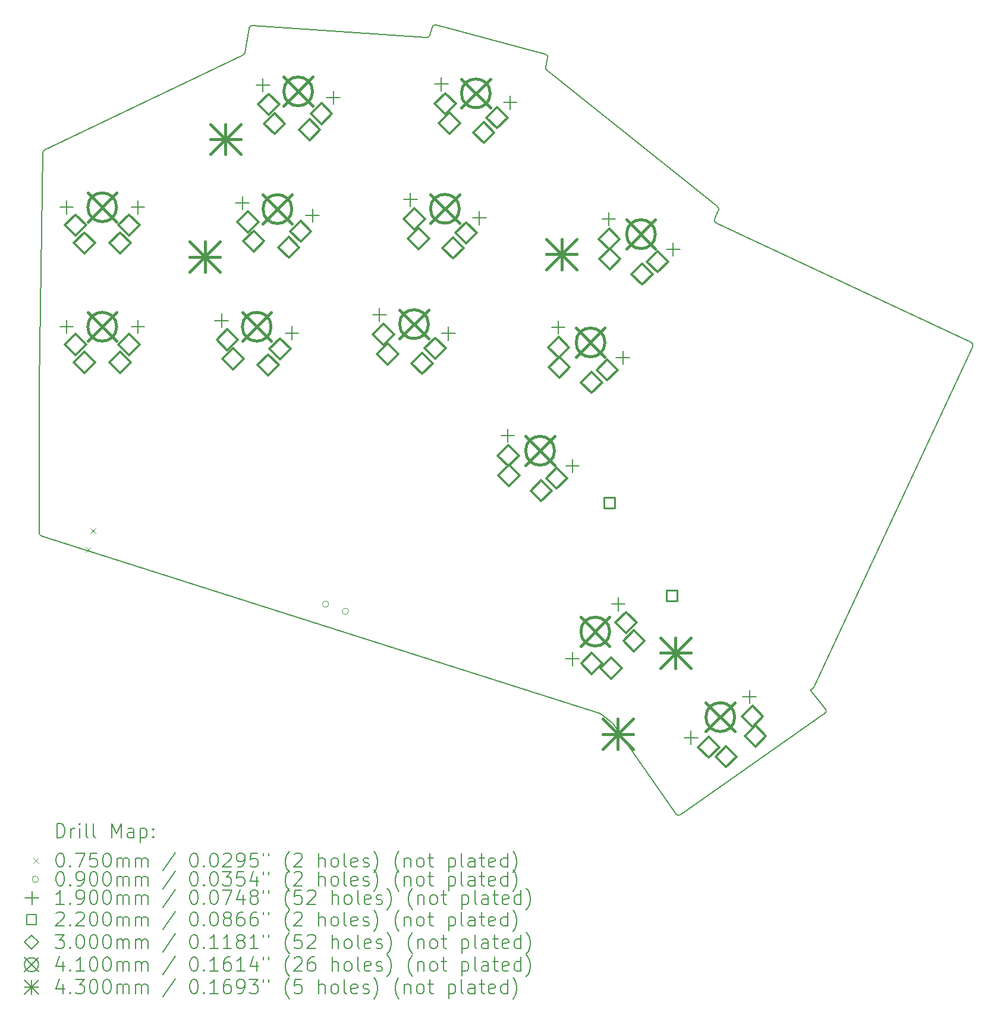
<source format=gbr>
%TF.GenerationSoftware,KiCad,Pcbnew,8.0.8+1*%
%TF.CreationDate,2025-05-19T02:25:48+00:00*%
%TF.ProjectId,mearchlar_wireless,6d656172-6368-46c6-9172-5f776972656c,0.2*%
%TF.SameCoordinates,Original*%
%TF.FileFunction,Drillmap*%
%TF.FilePolarity,Positive*%
%FSLAX45Y45*%
G04 Gerber Fmt 4.5, Leading zero omitted, Abs format (unit mm)*
G04 Created by KiCad (PCBNEW 8.0.8+1) date 2025-05-19 02:25:48*
%MOMM*%
%LPD*%
G01*
G04 APERTURE LIST*
%ADD10C,0.150000*%
%ADD11C,0.200000*%
%ADD12C,0.100000*%
%ADD13C,0.190000*%
%ADD14C,0.220000*%
%ADD15C,0.300000*%
%ADD16C,0.410000*%
%ADD17C,0.430000*%
G04 APERTURE END LIST*
D10*
X9100007Y-9126587D02*
X9154488Y-5825011D01*
X9183010Y-5780681D02*
X12001128Y-4440685D01*
X12028897Y-4404213D02*
X12090392Y-4055454D01*
X12143067Y-4014254D02*
X14616690Y-4184528D01*
X14668420Y-4147587D02*
X14697001Y-4040921D01*
X14758238Y-4005566D02*
X16308936Y-4421074D01*
X16344291Y-4482312D02*
X16313519Y-4597154D01*
X16330607Y-4649160D02*
X18762011Y-6591581D01*
X18724064Y-6763405D02*
X18776118Y-6651776D01*
X20080569Y-13476294D02*
X20299724Y-13732601D01*
X20290401Y-13806052D02*
X18238488Y-15242817D01*
X18168852Y-15230539D02*
X17272259Y-13950072D01*
X17262597Y-13939756D02*
X17106773Y-13814703D01*
X17090630Y-13806050D02*
X9134848Y-11276082D01*
X9100000Y-11228433D02*
X9100000Y-9127412D01*
X18748249Y-6829851D02*
X22371577Y-8519437D01*
X22395761Y-8585883D02*
X20137837Y-13428016D01*
X20121201Y-13447843D02*
X20080569Y-13476294D01*
X9154488Y-5825011D02*
G75*
G02*
X9183012Y-5780685I49992J-829D01*
G01*
X12028897Y-4404213D02*
G75*
G02*
X12001127Y-4440684I-49237J8683D01*
G01*
X12090392Y-4055454D02*
G75*
G02*
X12143066Y-4014260I49238J-8686D01*
G01*
X14668420Y-4147587D02*
G75*
G02*
X14616690Y-4184535I-48300J12937D01*
G01*
X14697001Y-4040921D02*
G75*
G02*
X14758240Y-4005561I48299J-12939D01*
G01*
X16308936Y-4421074D02*
G75*
G02*
X16344287Y-4482311I-12946J-48296D01*
G01*
X16330607Y-4649160D02*
G75*
G02*
X16313525Y-4597156I31213J39060D01*
G01*
X18762010Y-6591581D02*
G75*
G02*
X18776122Y-6651778I-31210J-39069D01*
G01*
X18748249Y-6829851D02*
G75*
G02*
X18724069Y-6763407I21131J45312D01*
G01*
X22371577Y-8519437D02*
G75*
G02*
X22395760Y-8585883I-21127J-45313D01*
G01*
X20137837Y-13428016D02*
G75*
G02*
X20121202Y-13447845I-45317J21126D01*
G01*
X20299724Y-13732601D02*
G75*
G02*
X20290397Y-13806047I-38004J-32489D01*
G01*
X18238488Y-15242817D02*
G75*
G02*
X18168853Y-15230538I-28678J40957D01*
G01*
X17262597Y-13939756D02*
G75*
G02*
X17272259Y-13950073I-31297J-38994D01*
G01*
X17090630Y-13806050D02*
G75*
G02*
X17106773Y-13814703I-15150J-47650D01*
G01*
X9134848Y-11276082D02*
G75*
G02*
X9099997Y-11228433I15153J47652D01*
G01*
X9100000Y-9127412D02*
G75*
G02*
X9100007Y-9126587I50050J2D01*
G01*
D11*
D12*
X9763855Y-11431094D02*
X9838855Y-11506094D01*
X9838855Y-11431094D02*
X9763855Y-11506094D01*
X9835030Y-11165465D02*
X9910030Y-11240465D01*
X9910030Y-11165465D02*
X9835030Y-11240465D01*
X13226401Y-12246794D02*
G75*
G02*
X13136401Y-12246794I-45000J0D01*
G01*
X13136401Y-12246794D02*
G75*
G02*
X13226401Y-12246794I45000J0D01*
G01*
X13508309Y-12349400D02*
G75*
G02*
X13418309Y-12349400I-45000J0D01*
G01*
X13418309Y-12349400D02*
G75*
G02*
X13508309Y-12349400I45000J0D01*
G01*
D13*
X9492000Y-6505000D02*
X9492000Y-6695000D01*
X9397000Y-6600000D02*
X9587000Y-6600000D01*
X9492000Y-6505000D02*
X9492000Y-6695000D01*
X9397000Y-6600000D02*
X9587000Y-6600000D01*
X9492000Y-8205000D02*
X9492000Y-8395000D01*
X9397000Y-8300000D02*
X9587000Y-8300000D01*
X9492000Y-8205000D02*
X9492000Y-8395000D01*
X9397000Y-8300000D02*
X9587000Y-8300000D01*
X10508000Y-6505000D02*
X10508000Y-6695000D01*
X10413000Y-6600000D02*
X10603000Y-6600000D01*
X10508000Y-6505000D02*
X10508000Y-6695000D01*
X10413000Y-6600000D02*
X10603000Y-6600000D01*
X10508000Y-8205000D02*
X10508000Y-8395000D01*
X10413000Y-8300000D02*
X10603000Y-8300000D01*
X10508000Y-8205000D02*
X10508000Y-8395000D01*
X10413000Y-8300000D02*
X10603000Y-8300000D01*
X11699718Y-8116787D02*
X11699718Y-8306787D01*
X11604718Y-8211787D02*
X11794718Y-8211787D01*
X11699718Y-8116787D02*
X11699718Y-8306787D01*
X11604718Y-8211787D02*
X11794718Y-8211787D01*
X11994920Y-6442613D02*
X11994920Y-6632613D01*
X11899920Y-6537613D02*
X12089920Y-6537613D01*
X11994920Y-6442613D02*
X11994920Y-6632613D01*
X11899920Y-6537613D02*
X12089920Y-6537613D01*
X12290121Y-4768440D02*
X12290121Y-4958440D01*
X12195121Y-4863440D02*
X12385121Y-4863440D01*
X12290121Y-4768440D02*
X12290121Y-4958440D01*
X12195121Y-4863440D02*
X12385121Y-4863440D01*
X12700282Y-8293213D02*
X12700282Y-8483213D01*
X12605282Y-8388213D02*
X12795282Y-8388213D01*
X12700282Y-8293213D02*
X12700282Y-8483213D01*
X12605282Y-8388213D02*
X12795282Y-8388213D01*
X12995484Y-6619040D02*
X12995484Y-6809040D01*
X12900484Y-6714040D02*
X13090484Y-6714040D01*
X12995484Y-6619040D02*
X12995484Y-6809040D01*
X12900484Y-6714040D02*
X13090484Y-6714040D01*
X13290686Y-4944867D02*
X13290686Y-5134867D01*
X13195686Y-5039867D02*
X13385686Y-5039867D01*
X13290686Y-4944867D02*
X13290686Y-5134867D01*
X13195686Y-5039867D02*
X13385686Y-5039867D01*
X13949687Y-8037003D02*
X13949687Y-8227003D01*
X13854687Y-8132003D02*
X14044687Y-8132003D01*
X13949687Y-8037003D02*
X13949687Y-8227003D01*
X13854687Y-8132003D02*
X14044687Y-8132003D01*
X14389680Y-6394929D02*
X14389680Y-6584929D01*
X14294680Y-6489929D02*
X14484680Y-6489929D01*
X14389680Y-6394929D02*
X14389680Y-6584929D01*
X14294680Y-6489929D02*
X14484680Y-6489929D01*
X14829672Y-4752855D02*
X14829672Y-4942855D01*
X14734672Y-4847855D02*
X14924672Y-4847855D01*
X14829672Y-4752855D02*
X14829672Y-4942855D01*
X14734672Y-4847855D02*
X14924672Y-4847855D01*
X14931068Y-8299963D02*
X14931068Y-8489963D01*
X14836068Y-8394963D02*
X15026068Y-8394963D01*
X14931068Y-8299963D02*
X14931068Y-8489963D01*
X14836068Y-8394963D02*
X15026068Y-8394963D01*
X15371060Y-6657889D02*
X15371060Y-6847889D01*
X15276060Y-6752889D02*
X15466060Y-6752889D01*
X15371060Y-6657889D02*
X15371060Y-6847889D01*
X15276060Y-6752889D02*
X15466060Y-6752889D01*
X15775016Y-9754750D02*
X15775016Y-9944750D01*
X15680016Y-9849750D02*
X15870016Y-9849750D01*
X15775016Y-9754750D02*
X15775016Y-9944750D01*
X15680016Y-9849750D02*
X15870016Y-9849750D01*
X15811053Y-5015815D02*
X15811053Y-5205815D01*
X15716053Y-5110815D02*
X15906053Y-5110815D01*
X15811053Y-5015815D02*
X15811053Y-5205815D01*
X15716053Y-5110815D02*
X15906053Y-5110815D01*
X16493467Y-8214027D02*
X16493467Y-8404027D01*
X16398467Y-8309027D02*
X16588467Y-8309027D01*
X16493467Y-8214027D02*
X16493467Y-8404027D01*
X16398467Y-8309027D02*
X16588467Y-8309027D01*
X16695001Y-12931919D02*
X16695001Y-13121919D01*
X16600001Y-13026919D02*
X16790002Y-13026919D01*
X16695001Y-12931919D02*
X16695001Y-13121919D01*
X16600001Y-13026919D02*
X16790002Y-13026919D01*
X16695824Y-10184130D02*
X16695824Y-10374130D01*
X16600824Y-10279130D02*
X16790825Y-10279130D01*
X16695824Y-10184130D02*
X16695824Y-10374130D01*
X16600824Y-10279130D02*
X16790825Y-10279130D01*
X17211918Y-6673303D02*
X17211918Y-6863303D01*
X17116918Y-6768303D02*
X17306918Y-6768303D01*
X17211918Y-6673303D02*
X17211918Y-6863303D01*
X17116918Y-6768303D02*
X17306918Y-6768303D01*
X17348074Y-12153618D02*
X17348074Y-12343618D01*
X17253074Y-12248618D02*
X17443074Y-12248618D01*
X17348074Y-12153618D02*
X17348074Y-12343618D01*
X17253074Y-12248618D02*
X17443074Y-12248618D01*
X17414276Y-8643407D02*
X17414276Y-8833407D01*
X17319276Y-8738407D02*
X17509276Y-8738407D01*
X17414276Y-8643407D02*
X17414276Y-8833407D01*
X17319276Y-8738407D02*
X17509276Y-8738407D01*
X18132727Y-7102684D02*
X18132727Y-7292684D01*
X18037727Y-7197684D02*
X18227727Y-7197684D01*
X18132727Y-7102684D02*
X18132727Y-7292684D01*
X18037727Y-7197684D02*
X18227727Y-7197684D01*
X18385969Y-14051206D02*
X18385969Y-14241206D01*
X18290969Y-14146206D02*
X18480969Y-14146206D01*
X18385969Y-14051206D02*
X18385969Y-14241206D01*
X18290969Y-14146206D02*
X18480969Y-14146206D01*
X19218228Y-13468452D02*
X19218228Y-13658452D01*
X19123228Y-13563452D02*
X19313228Y-13563452D01*
X19218228Y-13468452D02*
X19218228Y-13658452D01*
X19123228Y-13563452D02*
X19313228Y-13563452D01*
D14*
X17301300Y-10884452D02*
X17301300Y-10728887D01*
X17145735Y-10728887D01*
X17145735Y-10884452D01*
X17301300Y-10884452D01*
X18191242Y-12206304D02*
X18191242Y-12050739D01*
X18035677Y-12050739D01*
X18035677Y-12206304D01*
X18191242Y-12206304D01*
D15*
X9619000Y-7004000D02*
X9769000Y-6854000D01*
X9619000Y-6704000D01*
X9469000Y-6854000D01*
X9619000Y-7004000D01*
X9619000Y-8704000D02*
X9769000Y-8554000D01*
X9619000Y-8404000D01*
X9469000Y-8554000D01*
X9619000Y-8704000D01*
X9746000Y-7258000D02*
X9896000Y-7108000D01*
X9746000Y-6958000D01*
X9596000Y-7108000D01*
X9746000Y-7258000D01*
X9746000Y-8958000D02*
X9896000Y-8808000D01*
X9746000Y-8658000D01*
X9596000Y-8808000D01*
X9746000Y-8958000D01*
X10254000Y-7258000D02*
X10404000Y-7108000D01*
X10254000Y-6958000D01*
X10104000Y-7108000D01*
X10254000Y-7258000D01*
X10254000Y-8958000D02*
X10404000Y-8808000D01*
X10254000Y-8658000D01*
X10104000Y-8808000D01*
X10254000Y-8958000D01*
X10381000Y-7004000D02*
X10531000Y-6854000D01*
X10381000Y-6704000D01*
X10231000Y-6854000D01*
X10381000Y-7004000D01*
X10381000Y-8704000D02*
X10531000Y-8554000D01*
X10381000Y-8404000D01*
X10231000Y-8554000D01*
X10381000Y-8704000D01*
X11780682Y-8633981D02*
X11930682Y-8483981D01*
X11780682Y-8333981D01*
X11630682Y-8483981D01*
X11780682Y-8633981D01*
X11861646Y-8906176D02*
X12011646Y-8756176D01*
X11861646Y-8606176D01*
X11711646Y-8756176D01*
X11861646Y-8906176D01*
X12075883Y-6959808D02*
X12225883Y-6809808D01*
X12075883Y-6659808D01*
X11925883Y-6809808D01*
X12075883Y-6959808D01*
X12156847Y-7232002D02*
X12306847Y-7082002D01*
X12156847Y-6932002D01*
X12006847Y-7082002D01*
X12156847Y-7232002D01*
X12361928Y-8994389D02*
X12511928Y-8844389D01*
X12361928Y-8694389D01*
X12211928Y-8844389D01*
X12361928Y-8994389D01*
X12371085Y-5285635D02*
X12521085Y-5135635D01*
X12371085Y-4985635D01*
X12221085Y-5135635D01*
X12371085Y-5285635D01*
X12452049Y-5557829D02*
X12602049Y-5407829D01*
X12452049Y-5257829D01*
X12302049Y-5407829D01*
X12452049Y-5557829D01*
X12531105Y-8766301D02*
X12681105Y-8616301D01*
X12531105Y-8466301D01*
X12381105Y-8616301D01*
X12531105Y-8766301D01*
X12657130Y-7320216D02*
X12807130Y-7170216D01*
X12657130Y-7020216D01*
X12507130Y-7170216D01*
X12657130Y-7320216D01*
X12826307Y-7092128D02*
X12976307Y-6942128D01*
X12826307Y-6792128D01*
X12676307Y-6942128D01*
X12826307Y-7092128D01*
X12952332Y-5646043D02*
X13102332Y-5496043D01*
X12952332Y-5346043D01*
X12802332Y-5496043D01*
X12952332Y-5646043D01*
X13121509Y-5417955D02*
X13271509Y-5267955D01*
X13121509Y-5117955D01*
X12971509Y-5267955D01*
X13121509Y-5417955D01*
X14006620Y-8560218D02*
X14156620Y-8410218D01*
X14006620Y-8260218D01*
X13856620Y-8410218D01*
X14006620Y-8560218D01*
X14063552Y-8838433D02*
X14213552Y-8688433D01*
X14063552Y-8538433D01*
X13913552Y-8688433D01*
X14063552Y-8838433D01*
X14446612Y-6918144D02*
X14596612Y-6768144D01*
X14446612Y-6618144D01*
X14296612Y-6768144D01*
X14446612Y-6918144D01*
X14503545Y-7196359D02*
X14653545Y-7046359D01*
X14503545Y-6896359D01*
X14353545Y-7046359D01*
X14503545Y-7196359D01*
X14554243Y-8969913D02*
X14704243Y-8819913D01*
X14554243Y-8669913D01*
X14404243Y-8819913D01*
X14554243Y-8969913D01*
X14742655Y-8757438D02*
X14892655Y-8607438D01*
X14742655Y-8457438D01*
X14592655Y-8607438D01*
X14742655Y-8757438D01*
X14886604Y-5276070D02*
X15036604Y-5126070D01*
X14886604Y-4976070D01*
X14736604Y-5126070D01*
X14886604Y-5276070D01*
X14943537Y-5554285D02*
X15093537Y-5404285D01*
X14943537Y-5254285D01*
X14793537Y-5404285D01*
X14943537Y-5554285D01*
X14994235Y-7327839D02*
X15144235Y-7177839D01*
X14994235Y-7027839D01*
X14844235Y-7177839D01*
X14994235Y-7327839D01*
X15182648Y-7115364D02*
X15332648Y-6965364D01*
X15182648Y-6815364D01*
X15032648Y-6965364D01*
X15182648Y-7115364D01*
X15434227Y-5685765D02*
X15584227Y-5535765D01*
X15434227Y-5385765D01*
X15284227Y-5535765D01*
X15434227Y-5685765D01*
X15622640Y-5473290D02*
X15772640Y-5323290D01*
X15622640Y-5173290D01*
X15472640Y-5323290D01*
X15622640Y-5473290D01*
X15782772Y-10283625D02*
X15932772Y-10133625D01*
X15782772Y-9983625D01*
X15632772Y-10133625D01*
X15782772Y-10283625D01*
X15790528Y-10567499D02*
X15940528Y-10417499D01*
X15790528Y-10267499D01*
X15640528Y-10417499D01*
X15790528Y-10567499D01*
X16250932Y-10782189D02*
X16400932Y-10632189D01*
X16250932Y-10482189D01*
X16100932Y-10632189D01*
X16250932Y-10782189D01*
X16473378Y-10605660D02*
X16623378Y-10455660D01*
X16473378Y-10305660D01*
X16323378Y-10455660D01*
X16473378Y-10605660D01*
X16501223Y-8742901D02*
X16651223Y-8592901D01*
X16501223Y-8442901D01*
X16351223Y-8592901D01*
X16501223Y-8742901D01*
X16508979Y-9026776D02*
X16658979Y-8876776D01*
X16508979Y-8726776D01*
X16358979Y-8876776D01*
X16508979Y-9026776D01*
X16969383Y-9241466D02*
X17119383Y-9091466D01*
X16969383Y-8941466D01*
X16819383Y-9091466D01*
X16969383Y-9241466D01*
X16971211Y-13242899D02*
X17121211Y-13092899D01*
X16971211Y-12942899D01*
X16821211Y-13092899D01*
X16971211Y-13242899D01*
X17191829Y-9064937D02*
X17341829Y-8914937D01*
X17191829Y-8764937D01*
X17041829Y-8914937D01*
X17191829Y-9064937D01*
X17219674Y-7202178D02*
X17369674Y-7052178D01*
X17219674Y-6902178D01*
X17069674Y-7052178D01*
X17219674Y-7202178D01*
X17227430Y-7486053D02*
X17377430Y-7336053D01*
X17227430Y-7186053D01*
X17077430Y-7336053D01*
X17227430Y-7486053D01*
X17247420Y-13308880D02*
X17397420Y-13158880D01*
X17247420Y-13008880D01*
X17097420Y-13158880D01*
X17247420Y-13308880D01*
X17461015Y-12659174D02*
X17611015Y-12509174D01*
X17461015Y-12359174D01*
X17311015Y-12509174D01*
X17461015Y-12659174D01*
X17573956Y-12919729D02*
X17723956Y-12769729D01*
X17573956Y-12619729D01*
X17423956Y-12769729D01*
X17573956Y-12919729D01*
X17687834Y-7700743D02*
X17837834Y-7550743D01*
X17687834Y-7400743D01*
X17537834Y-7550743D01*
X17687834Y-7700743D01*
X17910280Y-7524213D02*
X18060280Y-7374213D01*
X17910280Y-7224213D01*
X17760280Y-7374213D01*
X17910280Y-7524213D01*
X18635690Y-14431426D02*
X18785690Y-14281426D01*
X18635690Y-14131426D01*
X18485690Y-14281426D01*
X18635690Y-14431426D01*
X18885411Y-14566647D02*
X19035411Y-14416647D01*
X18885411Y-14266647D01*
X18735411Y-14416647D01*
X18885411Y-14566647D01*
X19259884Y-13994361D02*
X19409884Y-13844361D01*
X19259884Y-13694361D01*
X19109884Y-13844361D01*
X19259884Y-13994361D01*
X19301540Y-14275270D02*
X19451540Y-14125270D01*
X19301540Y-13975270D01*
X19151540Y-14125270D01*
X19301540Y-14275270D01*
D16*
X9795000Y-6395000D02*
X10205000Y-6805000D01*
X10205000Y-6395000D02*
X9795000Y-6805000D01*
X10205000Y-6600000D02*
G75*
G02*
X9795000Y-6600000I-205000J0D01*
G01*
X9795000Y-6600000D02*
G75*
G02*
X10205000Y-6600000I205000J0D01*
G01*
X9795000Y-6395000D02*
X10205000Y-6805000D01*
X10205000Y-6395000D02*
X9795000Y-6805000D01*
X10205000Y-6600000D02*
G75*
G02*
X9795000Y-6600000I-205000J0D01*
G01*
X9795000Y-6600000D02*
G75*
G02*
X10205000Y-6600000I205000J0D01*
G01*
X9795000Y-8095000D02*
X10205000Y-8505000D01*
X10205000Y-8095000D02*
X9795000Y-8505000D01*
X10205000Y-8300000D02*
G75*
G02*
X9795000Y-8300000I-205000J0D01*
G01*
X9795000Y-8300000D02*
G75*
G02*
X10205000Y-8300000I205000J0D01*
G01*
X9795000Y-8095000D02*
X10205000Y-8505000D01*
X10205000Y-8095000D02*
X9795000Y-8505000D01*
X10205000Y-8300000D02*
G75*
G02*
X9795000Y-8300000I-205000J0D01*
G01*
X9795000Y-8300000D02*
G75*
G02*
X10205000Y-8300000I205000J0D01*
G01*
X11995000Y-8095000D02*
X12405000Y-8505000D01*
X12405000Y-8095000D02*
X11995000Y-8505000D01*
X12405000Y-8300000D02*
G75*
G02*
X11995000Y-8300000I-205000J0D01*
G01*
X11995000Y-8300000D02*
G75*
G02*
X12405000Y-8300000I205000J0D01*
G01*
X11995000Y-8095000D02*
X12405000Y-8505000D01*
X12405000Y-8095000D02*
X11995000Y-8505000D01*
X12405000Y-8300000D02*
G75*
G02*
X11995000Y-8300000I-205000J0D01*
G01*
X11995000Y-8300000D02*
G75*
G02*
X12405000Y-8300000I205000J0D01*
G01*
X12290202Y-6420827D02*
X12700202Y-6830827D01*
X12700202Y-6420827D02*
X12290202Y-6830827D01*
X12700202Y-6625827D02*
G75*
G02*
X12290202Y-6625827I-205000J0D01*
G01*
X12290202Y-6625827D02*
G75*
G02*
X12700202Y-6625827I205000J0D01*
G01*
X12290202Y-6420827D02*
X12700202Y-6830827D01*
X12700202Y-6420827D02*
X12290202Y-6830827D01*
X12700202Y-6625827D02*
G75*
G02*
X12290202Y-6625827I-205000J0D01*
G01*
X12290202Y-6625827D02*
G75*
G02*
X12700202Y-6625827I205000J0D01*
G01*
X12585404Y-4746654D02*
X12995404Y-5156654D01*
X12995404Y-4746654D02*
X12585404Y-5156654D01*
X12995404Y-4951654D02*
G75*
G02*
X12585404Y-4951654I-205000J0D01*
G01*
X12585404Y-4951654D02*
G75*
G02*
X12995404Y-4951654I205000J0D01*
G01*
X12585404Y-4746654D02*
X12995404Y-5156654D01*
X12995404Y-4746654D02*
X12585404Y-5156654D01*
X12995404Y-4951654D02*
G75*
G02*
X12585404Y-4951654I-205000J0D01*
G01*
X12585404Y-4951654D02*
G75*
G02*
X12995404Y-4951654I205000J0D01*
G01*
X14235377Y-8058483D02*
X14645377Y-8468483D01*
X14645377Y-8058483D02*
X14235377Y-8468483D01*
X14645377Y-8263483D02*
G75*
G02*
X14235377Y-8263483I-205000J0D01*
G01*
X14235377Y-8263483D02*
G75*
G02*
X14645377Y-8263483I205000J0D01*
G01*
X14235377Y-8058483D02*
X14645377Y-8468483D01*
X14645377Y-8058483D02*
X14235377Y-8468483D01*
X14645377Y-8263483D02*
G75*
G02*
X14235377Y-8263483I-205000J0D01*
G01*
X14235377Y-8263483D02*
G75*
G02*
X14645377Y-8263483I205000J0D01*
G01*
X14675370Y-6416409D02*
X15085370Y-6826409D01*
X15085370Y-6416409D02*
X14675370Y-6826409D01*
X15085370Y-6621409D02*
G75*
G02*
X14675370Y-6621409I-205000J0D01*
G01*
X14675370Y-6621409D02*
G75*
G02*
X15085370Y-6621409I205000J0D01*
G01*
X14675370Y-6416409D02*
X15085370Y-6826409D01*
X15085370Y-6416409D02*
X14675370Y-6826409D01*
X15085370Y-6621409D02*
G75*
G02*
X14675370Y-6621409I-205000J0D01*
G01*
X14675370Y-6621409D02*
G75*
G02*
X15085370Y-6621409I205000J0D01*
G01*
X15115362Y-4774335D02*
X15525362Y-5184335D01*
X15525362Y-4774335D02*
X15115362Y-5184335D01*
X15525362Y-4979335D02*
G75*
G02*
X15115362Y-4979335I-205000J0D01*
G01*
X15115362Y-4979335D02*
G75*
G02*
X15525362Y-4979335I205000J0D01*
G01*
X15115362Y-4774335D02*
X15525362Y-5184335D01*
X15525362Y-4774335D02*
X15115362Y-5184335D01*
X15525362Y-4979335D02*
G75*
G02*
X15115362Y-4979335I-205000J0D01*
G01*
X15115362Y-4979335D02*
G75*
G02*
X15525362Y-4979335I205000J0D01*
G01*
X16030420Y-9859440D02*
X16440420Y-10269440D01*
X16440420Y-9859440D02*
X16030420Y-10269440D01*
X16440420Y-10064440D02*
G75*
G02*
X16030420Y-10064440I-205000J0D01*
G01*
X16030420Y-10064440D02*
G75*
G02*
X16440420Y-10064440I205000J0D01*
G01*
X16030420Y-9859440D02*
X16440420Y-10269440D01*
X16440420Y-9859440D02*
X16030420Y-10269440D01*
X16440420Y-10064440D02*
G75*
G02*
X16030420Y-10064440I-205000J0D01*
G01*
X16030420Y-10064440D02*
G75*
G02*
X16440420Y-10064440I205000J0D01*
G01*
X16748871Y-8318717D02*
X17158871Y-8728717D01*
X17158871Y-8318717D02*
X16748871Y-8728717D01*
X17158871Y-8523717D02*
G75*
G02*
X16748871Y-8523717I-205000J0D01*
G01*
X16748871Y-8523717D02*
G75*
G02*
X17158871Y-8523717I205000J0D01*
G01*
X16748871Y-8318717D02*
X17158871Y-8728717D01*
X17158871Y-8318717D02*
X16748871Y-8728717D01*
X17158871Y-8523717D02*
G75*
G02*
X16748871Y-8523717I-205000J0D01*
G01*
X16748871Y-8523717D02*
G75*
G02*
X17158871Y-8523717I205000J0D01*
G01*
X16816538Y-12432768D02*
X17226538Y-12842768D01*
X17226538Y-12432768D02*
X16816538Y-12842768D01*
X17226538Y-12637768D02*
G75*
G02*
X16816538Y-12637768I-205000J0D01*
G01*
X16816538Y-12637768D02*
G75*
G02*
X17226538Y-12637768I205000J0D01*
G01*
X16816538Y-12432768D02*
X17226538Y-12842768D01*
X17226538Y-12432768D02*
X16816538Y-12842768D01*
X17226538Y-12637768D02*
G75*
G02*
X16816538Y-12637768I-205000J0D01*
G01*
X16816538Y-12637768D02*
G75*
G02*
X17226538Y-12637768I205000J0D01*
G01*
X17467322Y-6777993D02*
X17877322Y-7187993D01*
X17877322Y-6777993D02*
X17467322Y-7187993D01*
X17877322Y-6982993D02*
G75*
G02*
X17467322Y-6982993I-205000J0D01*
G01*
X17467322Y-6982993D02*
G75*
G02*
X17877322Y-6982993I205000J0D01*
G01*
X17467322Y-6777993D02*
X17877322Y-7187993D01*
X17877322Y-6777993D02*
X17467322Y-7187993D01*
X17877322Y-6982993D02*
G75*
G02*
X17467322Y-6982993I-205000J0D01*
G01*
X17467322Y-6982993D02*
G75*
G02*
X17877322Y-6982993I205000J0D01*
G01*
X18597098Y-13649829D02*
X19007098Y-14059829D01*
X19007098Y-13649829D02*
X18597098Y-14059829D01*
X19007098Y-13854829D02*
G75*
G02*
X18597098Y-13854829I-205000J0D01*
G01*
X18597098Y-13854829D02*
G75*
G02*
X19007098Y-13854829I205000J0D01*
G01*
X18597098Y-13649829D02*
X19007098Y-14059829D01*
X19007098Y-13649829D02*
X18597098Y-14059829D01*
X19007098Y-13854829D02*
G75*
G02*
X18597098Y-13854829I-205000J0D01*
G01*
X18597098Y-13854829D02*
G75*
G02*
X19007098Y-13854829I205000J0D01*
G01*
D17*
X11246274Y-7091630D02*
X11676274Y-7521630D01*
X11676274Y-7091630D02*
X11246274Y-7521630D01*
X11461274Y-7091630D02*
X11461274Y-7521630D01*
X11246274Y-7306630D02*
X11676274Y-7306630D01*
X11541476Y-5417457D02*
X11971476Y-5847457D01*
X11971476Y-5417457D02*
X11541476Y-5847457D01*
X11756476Y-5417457D02*
X11756476Y-5847457D01*
X11541476Y-5632457D02*
X11971476Y-5632457D01*
X16327656Y-7053418D02*
X16757656Y-7483418D01*
X16757656Y-7053418D02*
X16327656Y-7483418D01*
X16542656Y-7053418D02*
X16542656Y-7483418D01*
X16327656Y-7268418D02*
X16757656Y-7268418D01*
X17127875Y-13882123D02*
X17557875Y-14312123D01*
X17557875Y-13882123D02*
X17127875Y-14312123D01*
X17342875Y-13882123D02*
X17342875Y-14312123D01*
X17127875Y-14097123D02*
X17557875Y-14097123D01*
X17948650Y-12728031D02*
X18378650Y-13158031D01*
X18378650Y-12728031D02*
X17948650Y-13158031D01*
X18163650Y-12728031D02*
X18163650Y-13158031D01*
X17948650Y-12943031D02*
X18378650Y-12943031D01*
D11*
X9353277Y-15570843D02*
X9353277Y-15370843D01*
X9353277Y-15370843D02*
X9400896Y-15370843D01*
X9400896Y-15370843D02*
X9429467Y-15380367D01*
X9429467Y-15380367D02*
X9448515Y-15399414D01*
X9448515Y-15399414D02*
X9458039Y-15418462D01*
X9458039Y-15418462D02*
X9467563Y-15456557D01*
X9467563Y-15456557D02*
X9467563Y-15485129D01*
X9467563Y-15485129D02*
X9458039Y-15523224D01*
X9458039Y-15523224D02*
X9448515Y-15542272D01*
X9448515Y-15542272D02*
X9429467Y-15561319D01*
X9429467Y-15561319D02*
X9400896Y-15570843D01*
X9400896Y-15570843D02*
X9353277Y-15570843D01*
X9553277Y-15570843D02*
X9553277Y-15437510D01*
X9553277Y-15475605D02*
X9562801Y-15456557D01*
X9562801Y-15456557D02*
X9572324Y-15447033D01*
X9572324Y-15447033D02*
X9591372Y-15437510D01*
X9591372Y-15437510D02*
X9610420Y-15437510D01*
X9677086Y-15570843D02*
X9677086Y-15437510D01*
X9677086Y-15370843D02*
X9667563Y-15380367D01*
X9667563Y-15380367D02*
X9677086Y-15389891D01*
X9677086Y-15389891D02*
X9686610Y-15380367D01*
X9686610Y-15380367D02*
X9677086Y-15370843D01*
X9677086Y-15370843D02*
X9677086Y-15389891D01*
X9800896Y-15570843D02*
X9781848Y-15561319D01*
X9781848Y-15561319D02*
X9772324Y-15542272D01*
X9772324Y-15542272D02*
X9772324Y-15370843D01*
X9905658Y-15570843D02*
X9886610Y-15561319D01*
X9886610Y-15561319D02*
X9877086Y-15542272D01*
X9877086Y-15542272D02*
X9877086Y-15370843D01*
X10134229Y-15570843D02*
X10134229Y-15370843D01*
X10134229Y-15370843D02*
X10200896Y-15513700D01*
X10200896Y-15513700D02*
X10267563Y-15370843D01*
X10267563Y-15370843D02*
X10267563Y-15570843D01*
X10448515Y-15570843D02*
X10448515Y-15466081D01*
X10448515Y-15466081D02*
X10438991Y-15447033D01*
X10438991Y-15447033D02*
X10419944Y-15437510D01*
X10419944Y-15437510D02*
X10381848Y-15437510D01*
X10381848Y-15437510D02*
X10362801Y-15447033D01*
X10448515Y-15561319D02*
X10429467Y-15570843D01*
X10429467Y-15570843D02*
X10381848Y-15570843D01*
X10381848Y-15570843D02*
X10362801Y-15561319D01*
X10362801Y-15561319D02*
X10353277Y-15542272D01*
X10353277Y-15542272D02*
X10353277Y-15523224D01*
X10353277Y-15523224D02*
X10362801Y-15504176D01*
X10362801Y-15504176D02*
X10381848Y-15494653D01*
X10381848Y-15494653D02*
X10429467Y-15494653D01*
X10429467Y-15494653D02*
X10448515Y-15485129D01*
X10543753Y-15437510D02*
X10543753Y-15637510D01*
X10543753Y-15447033D02*
X10562801Y-15437510D01*
X10562801Y-15437510D02*
X10600896Y-15437510D01*
X10600896Y-15437510D02*
X10619944Y-15447033D01*
X10619944Y-15447033D02*
X10629467Y-15456557D01*
X10629467Y-15456557D02*
X10638991Y-15475605D01*
X10638991Y-15475605D02*
X10638991Y-15532748D01*
X10638991Y-15532748D02*
X10629467Y-15551795D01*
X10629467Y-15551795D02*
X10619944Y-15561319D01*
X10619944Y-15561319D02*
X10600896Y-15570843D01*
X10600896Y-15570843D02*
X10562801Y-15570843D01*
X10562801Y-15570843D02*
X10543753Y-15561319D01*
X10724705Y-15551795D02*
X10734229Y-15561319D01*
X10734229Y-15561319D02*
X10724705Y-15570843D01*
X10724705Y-15570843D02*
X10715182Y-15561319D01*
X10715182Y-15561319D02*
X10724705Y-15551795D01*
X10724705Y-15551795D02*
X10724705Y-15570843D01*
X10724705Y-15447033D02*
X10734229Y-15456557D01*
X10734229Y-15456557D02*
X10724705Y-15466081D01*
X10724705Y-15466081D02*
X10715182Y-15456557D01*
X10715182Y-15456557D02*
X10724705Y-15447033D01*
X10724705Y-15447033D02*
X10724705Y-15466081D01*
D12*
X9017500Y-15861859D02*
X9092500Y-15936859D01*
X9092500Y-15861859D02*
X9017500Y-15936859D01*
D11*
X9391372Y-15790843D02*
X9410420Y-15790843D01*
X9410420Y-15790843D02*
X9429467Y-15800367D01*
X9429467Y-15800367D02*
X9438991Y-15809891D01*
X9438991Y-15809891D02*
X9448515Y-15828938D01*
X9448515Y-15828938D02*
X9458039Y-15867033D01*
X9458039Y-15867033D02*
X9458039Y-15914653D01*
X9458039Y-15914653D02*
X9448515Y-15952748D01*
X9448515Y-15952748D02*
X9438991Y-15971795D01*
X9438991Y-15971795D02*
X9429467Y-15981319D01*
X9429467Y-15981319D02*
X9410420Y-15990843D01*
X9410420Y-15990843D02*
X9391372Y-15990843D01*
X9391372Y-15990843D02*
X9372324Y-15981319D01*
X9372324Y-15981319D02*
X9362801Y-15971795D01*
X9362801Y-15971795D02*
X9353277Y-15952748D01*
X9353277Y-15952748D02*
X9343753Y-15914653D01*
X9343753Y-15914653D02*
X9343753Y-15867033D01*
X9343753Y-15867033D02*
X9353277Y-15828938D01*
X9353277Y-15828938D02*
X9362801Y-15809891D01*
X9362801Y-15809891D02*
X9372324Y-15800367D01*
X9372324Y-15800367D02*
X9391372Y-15790843D01*
X9543753Y-15971795D02*
X9553277Y-15981319D01*
X9553277Y-15981319D02*
X9543753Y-15990843D01*
X9543753Y-15990843D02*
X9534229Y-15981319D01*
X9534229Y-15981319D02*
X9543753Y-15971795D01*
X9543753Y-15971795D02*
X9543753Y-15990843D01*
X9619944Y-15790843D02*
X9753277Y-15790843D01*
X9753277Y-15790843D02*
X9667563Y-15990843D01*
X9924705Y-15790843D02*
X9829467Y-15790843D01*
X9829467Y-15790843D02*
X9819944Y-15886081D01*
X9819944Y-15886081D02*
X9829467Y-15876557D01*
X9829467Y-15876557D02*
X9848515Y-15867033D01*
X9848515Y-15867033D02*
X9896134Y-15867033D01*
X9896134Y-15867033D02*
X9915182Y-15876557D01*
X9915182Y-15876557D02*
X9924705Y-15886081D01*
X9924705Y-15886081D02*
X9934229Y-15905129D01*
X9934229Y-15905129D02*
X9934229Y-15952748D01*
X9934229Y-15952748D02*
X9924705Y-15971795D01*
X9924705Y-15971795D02*
X9915182Y-15981319D01*
X9915182Y-15981319D02*
X9896134Y-15990843D01*
X9896134Y-15990843D02*
X9848515Y-15990843D01*
X9848515Y-15990843D02*
X9829467Y-15981319D01*
X9829467Y-15981319D02*
X9819944Y-15971795D01*
X10058039Y-15790843D02*
X10077086Y-15790843D01*
X10077086Y-15790843D02*
X10096134Y-15800367D01*
X10096134Y-15800367D02*
X10105658Y-15809891D01*
X10105658Y-15809891D02*
X10115182Y-15828938D01*
X10115182Y-15828938D02*
X10124705Y-15867033D01*
X10124705Y-15867033D02*
X10124705Y-15914653D01*
X10124705Y-15914653D02*
X10115182Y-15952748D01*
X10115182Y-15952748D02*
X10105658Y-15971795D01*
X10105658Y-15971795D02*
X10096134Y-15981319D01*
X10096134Y-15981319D02*
X10077086Y-15990843D01*
X10077086Y-15990843D02*
X10058039Y-15990843D01*
X10058039Y-15990843D02*
X10038991Y-15981319D01*
X10038991Y-15981319D02*
X10029467Y-15971795D01*
X10029467Y-15971795D02*
X10019944Y-15952748D01*
X10019944Y-15952748D02*
X10010420Y-15914653D01*
X10010420Y-15914653D02*
X10010420Y-15867033D01*
X10010420Y-15867033D02*
X10019944Y-15828938D01*
X10019944Y-15828938D02*
X10029467Y-15809891D01*
X10029467Y-15809891D02*
X10038991Y-15800367D01*
X10038991Y-15800367D02*
X10058039Y-15790843D01*
X10210420Y-15990843D02*
X10210420Y-15857510D01*
X10210420Y-15876557D02*
X10219944Y-15867033D01*
X10219944Y-15867033D02*
X10238991Y-15857510D01*
X10238991Y-15857510D02*
X10267563Y-15857510D01*
X10267563Y-15857510D02*
X10286610Y-15867033D01*
X10286610Y-15867033D02*
X10296134Y-15886081D01*
X10296134Y-15886081D02*
X10296134Y-15990843D01*
X10296134Y-15886081D02*
X10305658Y-15867033D01*
X10305658Y-15867033D02*
X10324705Y-15857510D01*
X10324705Y-15857510D02*
X10353277Y-15857510D01*
X10353277Y-15857510D02*
X10372325Y-15867033D01*
X10372325Y-15867033D02*
X10381848Y-15886081D01*
X10381848Y-15886081D02*
X10381848Y-15990843D01*
X10477086Y-15990843D02*
X10477086Y-15857510D01*
X10477086Y-15876557D02*
X10486610Y-15867033D01*
X10486610Y-15867033D02*
X10505658Y-15857510D01*
X10505658Y-15857510D02*
X10534229Y-15857510D01*
X10534229Y-15857510D02*
X10553277Y-15867033D01*
X10553277Y-15867033D02*
X10562801Y-15886081D01*
X10562801Y-15886081D02*
X10562801Y-15990843D01*
X10562801Y-15886081D02*
X10572325Y-15867033D01*
X10572325Y-15867033D02*
X10591372Y-15857510D01*
X10591372Y-15857510D02*
X10619944Y-15857510D01*
X10619944Y-15857510D02*
X10638991Y-15867033D01*
X10638991Y-15867033D02*
X10648515Y-15886081D01*
X10648515Y-15886081D02*
X10648515Y-15990843D01*
X11038991Y-15781319D02*
X10867563Y-16038462D01*
X11296134Y-15790843D02*
X11315182Y-15790843D01*
X11315182Y-15790843D02*
X11334229Y-15800367D01*
X11334229Y-15800367D02*
X11343753Y-15809891D01*
X11343753Y-15809891D02*
X11353277Y-15828938D01*
X11353277Y-15828938D02*
X11362801Y-15867033D01*
X11362801Y-15867033D02*
X11362801Y-15914653D01*
X11362801Y-15914653D02*
X11353277Y-15952748D01*
X11353277Y-15952748D02*
X11343753Y-15971795D01*
X11343753Y-15971795D02*
X11334229Y-15981319D01*
X11334229Y-15981319D02*
X11315182Y-15990843D01*
X11315182Y-15990843D02*
X11296134Y-15990843D01*
X11296134Y-15990843D02*
X11277086Y-15981319D01*
X11277086Y-15981319D02*
X11267563Y-15971795D01*
X11267563Y-15971795D02*
X11258039Y-15952748D01*
X11258039Y-15952748D02*
X11248515Y-15914653D01*
X11248515Y-15914653D02*
X11248515Y-15867033D01*
X11248515Y-15867033D02*
X11258039Y-15828938D01*
X11258039Y-15828938D02*
X11267563Y-15809891D01*
X11267563Y-15809891D02*
X11277086Y-15800367D01*
X11277086Y-15800367D02*
X11296134Y-15790843D01*
X11448515Y-15971795D02*
X11458039Y-15981319D01*
X11458039Y-15981319D02*
X11448515Y-15990843D01*
X11448515Y-15990843D02*
X11438991Y-15981319D01*
X11438991Y-15981319D02*
X11448515Y-15971795D01*
X11448515Y-15971795D02*
X11448515Y-15990843D01*
X11581848Y-15790843D02*
X11600896Y-15790843D01*
X11600896Y-15790843D02*
X11619944Y-15800367D01*
X11619944Y-15800367D02*
X11629467Y-15809891D01*
X11629467Y-15809891D02*
X11638991Y-15828938D01*
X11638991Y-15828938D02*
X11648515Y-15867033D01*
X11648515Y-15867033D02*
X11648515Y-15914653D01*
X11648515Y-15914653D02*
X11638991Y-15952748D01*
X11638991Y-15952748D02*
X11629467Y-15971795D01*
X11629467Y-15971795D02*
X11619944Y-15981319D01*
X11619944Y-15981319D02*
X11600896Y-15990843D01*
X11600896Y-15990843D02*
X11581848Y-15990843D01*
X11581848Y-15990843D02*
X11562801Y-15981319D01*
X11562801Y-15981319D02*
X11553277Y-15971795D01*
X11553277Y-15971795D02*
X11543753Y-15952748D01*
X11543753Y-15952748D02*
X11534229Y-15914653D01*
X11534229Y-15914653D02*
X11534229Y-15867033D01*
X11534229Y-15867033D02*
X11543753Y-15828938D01*
X11543753Y-15828938D02*
X11553277Y-15809891D01*
X11553277Y-15809891D02*
X11562801Y-15800367D01*
X11562801Y-15800367D02*
X11581848Y-15790843D01*
X11724706Y-15809891D02*
X11734229Y-15800367D01*
X11734229Y-15800367D02*
X11753277Y-15790843D01*
X11753277Y-15790843D02*
X11800896Y-15790843D01*
X11800896Y-15790843D02*
X11819944Y-15800367D01*
X11819944Y-15800367D02*
X11829467Y-15809891D01*
X11829467Y-15809891D02*
X11838991Y-15828938D01*
X11838991Y-15828938D02*
X11838991Y-15847986D01*
X11838991Y-15847986D02*
X11829467Y-15876557D01*
X11829467Y-15876557D02*
X11715182Y-15990843D01*
X11715182Y-15990843D02*
X11838991Y-15990843D01*
X11934229Y-15990843D02*
X11972325Y-15990843D01*
X11972325Y-15990843D02*
X11991372Y-15981319D01*
X11991372Y-15981319D02*
X12000896Y-15971795D01*
X12000896Y-15971795D02*
X12019944Y-15943224D01*
X12019944Y-15943224D02*
X12029467Y-15905129D01*
X12029467Y-15905129D02*
X12029467Y-15828938D01*
X12029467Y-15828938D02*
X12019944Y-15809891D01*
X12019944Y-15809891D02*
X12010420Y-15800367D01*
X12010420Y-15800367D02*
X11991372Y-15790843D01*
X11991372Y-15790843D02*
X11953277Y-15790843D01*
X11953277Y-15790843D02*
X11934229Y-15800367D01*
X11934229Y-15800367D02*
X11924706Y-15809891D01*
X11924706Y-15809891D02*
X11915182Y-15828938D01*
X11915182Y-15828938D02*
X11915182Y-15876557D01*
X11915182Y-15876557D02*
X11924706Y-15895605D01*
X11924706Y-15895605D02*
X11934229Y-15905129D01*
X11934229Y-15905129D02*
X11953277Y-15914653D01*
X11953277Y-15914653D02*
X11991372Y-15914653D01*
X11991372Y-15914653D02*
X12010420Y-15905129D01*
X12010420Y-15905129D02*
X12019944Y-15895605D01*
X12019944Y-15895605D02*
X12029467Y-15876557D01*
X12210420Y-15790843D02*
X12115182Y-15790843D01*
X12115182Y-15790843D02*
X12105658Y-15886081D01*
X12105658Y-15886081D02*
X12115182Y-15876557D01*
X12115182Y-15876557D02*
X12134229Y-15867033D01*
X12134229Y-15867033D02*
X12181848Y-15867033D01*
X12181848Y-15867033D02*
X12200896Y-15876557D01*
X12200896Y-15876557D02*
X12210420Y-15886081D01*
X12210420Y-15886081D02*
X12219944Y-15905129D01*
X12219944Y-15905129D02*
X12219944Y-15952748D01*
X12219944Y-15952748D02*
X12210420Y-15971795D01*
X12210420Y-15971795D02*
X12200896Y-15981319D01*
X12200896Y-15981319D02*
X12181848Y-15990843D01*
X12181848Y-15990843D02*
X12134229Y-15990843D01*
X12134229Y-15990843D02*
X12115182Y-15981319D01*
X12115182Y-15981319D02*
X12105658Y-15971795D01*
X12296134Y-15790843D02*
X12296134Y-15828938D01*
X12372325Y-15790843D02*
X12372325Y-15828938D01*
X12667563Y-16067033D02*
X12658039Y-16057510D01*
X12658039Y-16057510D02*
X12638991Y-16028938D01*
X12638991Y-16028938D02*
X12629468Y-16009891D01*
X12629468Y-16009891D02*
X12619944Y-15981319D01*
X12619944Y-15981319D02*
X12610420Y-15933700D01*
X12610420Y-15933700D02*
X12610420Y-15895605D01*
X12610420Y-15895605D02*
X12619944Y-15847986D01*
X12619944Y-15847986D02*
X12629468Y-15819414D01*
X12629468Y-15819414D02*
X12638991Y-15800367D01*
X12638991Y-15800367D02*
X12658039Y-15771795D01*
X12658039Y-15771795D02*
X12667563Y-15762272D01*
X12734229Y-15809891D02*
X12743753Y-15800367D01*
X12743753Y-15800367D02*
X12762801Y-15790843D01*
X12762801Y-15790843D02*
X12810420Y-15790843D01*
X12810420Y-15790843D02*
X12829468Y-15800367D01*
X12829468Y-15800367D02*
X12838991Y-15809891D01*
X12838991Y-15809891D02*
X12848515Y-15828938D01*
X12848515Y-15828938D02*
X12848515Y-15847986D01*
X12848515Y-15847986D02*
X12838991Y-15876557D01*
X12838991Y-15876557D02*
X12724706Y-15990843D01*
X12724706Y-15990843D02*
X12848515Y-15990843D01*
X13086610Y-15990843D02*
X13086610Y-15790843D01*
X13172325Y-15990843D02*
X13172325Y-15886081D01*
X13172325Y-15886081D02*
X13162801Y-15867033D01*
X13162801Y-15867033D02*
X13143753Y-15857510D01*
X13143753Y-15857510D02*
X13115182Y-15857510D01*
X13115182Y-15857510D02*
X13096134Y-15867033D01*
X13096134Y-15867033D02*
X13086610Y-15876557D01*
X13296134Y-15990843D02*
X13277087Y-15981319D01*
X13277087Y-15981319D02*
X13267563Y-15971795D01*
X13267563Y-15971795D02*
X13258039Y-15952748D01*
X13258039Y-15952748D02*
X13258039Y-15895605D01*
X13258039Y-15895605D02*
X13267563Y-15876557D01*
X13267563Y-15876557D02*
X13277087Y-15867033D01*
X13277087Y-15867033D02*
X13296134Y-15857510D01*
X13296134Y-15857510D02*
X13324706Y-15857510D01*
X13324706Y-15857510D02*
X13343753Y-15867033D01*
X13343753Y-15867033D02*
X13353277Y-15876557D01*
X13353277Y-15876557D02*
X13362801Y-15895605D01*
X13362801Y-15895605D02*
X13362801Y-15952748D01*
X13362801Y-15952748D02*
X13353277Y-15971795D01*
X13353277Y-15971795D02*
X13343753Y-15981319D01*
X13343753Y-15981319D02*
X13324706Y-15990843D01*
X13324706Y-15990843D02*
X13296134Y-15990843D01*
X13477087Y-15990843D02*
X13458039Y-15981319D01*
X13458039Y-15981319D02*
X13448515Y-15962272D01*
X13448515Y-15962272D02*
X13448515Y-15790843D01*
X13629468Y-15981319D02*
X13610420Y-15990843D01*
X13610420Y-15990843D02*
X13572325Y-15990843D01*
X13572325Y-15990843D02*
X13553277Y-15981319D01*
X13553277Y-15981319D02*
X13543753Y-15962272D01*
X13543753Y-15962272D02*
X13543753Y-15886081D01*
X13543753Y-15886081D02*
X13553277Y-15867033D01*
X13553277Y-15867033D02*
X13572325Y-15857510D01*
X13572325Y-15857510D02*
X13610420Y-15857510D01*
X13610420Y-15857510D02*
X13629468Y-15867033D01*
X13629468Y-15867033D02*
X13638991Y-15886081D01*
X13638991Y-15886081D02*
X13638991Y-15905129D01*
X13638991Y-15905129D02*
X13543753Y-15924176D01*
X13715182Y-15981319D02*
X13734230Y-15990843D01*
X13734230Y-15990843D02*
X13772325Y-15990843D01*
X13772325Y-15990843D02*
X13791372Y-15981319D01*
X13791372Y-15981319D02*
X13800896Y-15962272D01*
X13800896Y-15962272D02*
X13800896Y-15952748D01*
X13800896Y-15952748D02*
X13791372Y-15933700D01*
X13791372Y-15933700D02*
X13772325Y-15924176D01*
X13772325Y-15924176D02*
X13743753Y-15924176D01*
X13743753Y-15924176D02*
X13724706Y-15914653D01*
X13724706Y-15914653D02*
X13715182Y-15895605D01*
X13715182Y-15895605D02*
X13715182Y-15886081D01*
X13715182Y-15886081D02*
X13724706Y-15867033D01*
X13724706Y-15867033D02*
X13743753Y-15857510D01*
X13743753Y-15857510D02*
X13772325Y-15857510D01*
X13772325Y-15857510D02*
X13791372Y-15867033D01*
X13867563Y-16067033D02*
X13877087Y-16057510D01*
X13877087Y-16057510D02*
X13896134Y-16028938D01*
X13896134Y-16028938D02*
X13905658Y-16009891D01*
X13905658Y-16009891D02*
X13915182Y-15981319D01*
X13915182Y-15981319D02*
X13924706Y-15933700D01*
X13924706Y-15933700D02*
X13924706Y-15895605D01*
X13924706Y-15895605D02*
X13915182Y-15847986D01*
X13915182Y-15847986D02*
X13905658Y-15819414D01*
X13905658Y-15819414D02*
X13896134Y-15800367D01*
X13896134Y-15800367D02*
X13877087Y-15771795D01*
X13877087Y-15771795D02*
X13867563Y-15762272D01*
X14229468Y-16067033D02*
X14219944Y-16057510D01*
X14219944Y-16057510D02*
X14200896Y-16028938D01*
X14200896Y-16028938D02*
X14191372Y-16009891D01*
X14191372Y-16009891D02*
X14181849Y-15981319D01*
X14181849Y-15981319D02*
X14172325Y-15933700D01*
X14172325Y-15933700D02*
X14172325Y-15895605D01*
X14172325Y-15895605D02*
X14181849Y-15847986D01*
X14181849Y-15847986D02*
X14191372Y-15819414D01*
X14191372Y-15819414D02*
X14200896Y-15800367D01*
X14200896Y-15800367D02*
X14219944Y-15771795D01*
X14219944Y-15771795D02*
X14229468Y-15762272D01*
X14305658Y-15857510D02*
X14305658Y-15990843D01*
X14305658Y-15876557D02*
X14315182Y-15867033D01*
X14315182Y-15867033D02*
X14334230Y-15857510D01*
X14334230Y-15857510D02*
X14362801Y-15857510D01*
X14362801Y-15857510D02*
X14381849Y-15867033D01*
X14381849Y-15867033D02*
X14391372Y-15886081D01*
X14391372Y-15886081D02*
X14391372Y-15990843D01*
X14515182Y-15990843D02*
X14496134Y-15981319D01*
X14496134Y-15981319D02*
X14486611Y-15971795D01*
X14486611Y-15971795D02*
X14477087Y-15952748D01*
X14477087Y-15952748D02*
X14477087Y-15895605D01*
X14477087Y-15895605D02*
X14486611Y-15876557D01*
X14486611Y-15876557D02*
X14496134Y-15867033D01*
X14496134Y-15867033D02*
X14515182Y-15857510D01*
X14515182Y-15857510D02*
X14543753Y-15857510D01*
X14543753Y-15857510D02*
X14562801Y-15867033D01*
X14562801Y-15867033D02*
X14572325Y-15876557D01*
X14572325Y-15876557D02*
X14581849Y-15895605D01*
X14581849Y-15895605D02*
X14581849Y-15952748D01*
X14581849Y-15952748D02*
X14572325Y-15971795D01*
X14572325Y-15971795D02*
X14562801Y-15981319D01*
X14562801Y-15981319D02*
X14543753Y-15990843D01*
X14543753Y-15990843D02*
X14515182Y-15990843D01*
X14638992Y-15857510D02*
X14715182Y-15857510D01*
X14667563Y-15790843D02*
X14667563Y-15962272D01*
X14667563Y-15962272D02*
X14677087Y-15981319D01*
X14677087Y-15981319D02*
X14696134Y-15990843D01*
X14696134Y-15990843D02*
X14715182Y-15990843D01*
X14934230Y-15857510D02*
X14934230Y-16057510D01*
X14934230Y-15867033D02*
X14953277Y-15857510D01*
X14953277Y-15857510D02*
X14991373Y-15857510D01*
X14991373Y-15857510D02*
X15010420Y-15867033D01*
X15010420Y-15867033D02*
X15019944Y-15876557D01*
X15019944Y-15876557D02*
X15029468Y-15895605D01*
X15029468Y-15895605D02*
X15029468Y-15952748D01*
X15029468Y-15952748D02*
X15019944Y-15971795D01*
X15019944Y-15971795D02*
X15010420Y-15981319D01*
X15010420Y-15981319D02*
X14991373Y-15990843D01*
X14991373Y-15990843D02*
X14953277Y-15990843D01*
X14953277Y-15990843D02*
X14934230Y-15981319D01*
X15143753Y-15990843D02*
X15124706Y-15981319D01*
X15124706Y-15981319D02*
X15115182Y-15962272D01*
X15115182Y-15962272D02*
X15115182Y-15790843D01*
X15305658Y-15990843D02*
X15305658Y-15886081D01*
X15305658Y-15886081D02*
X15296134Y-15867033D01*
X15296134Y-15867033D02*
X15277087Y-15857510D01*
X15277087Y-15857510D02*
X15238992Y-15857510D01*
X15238992Y-15857510D02*
X15219944Y-15867033D01*
X15305658Y-15981319D02*
X15286611Y-15990843D01*
X15286611Y-15990843D02*
X15238992Y-15990843D01*
X15238992Y-15990843D02*
X15219944Y-15981319D01*
X15219944Y-15981319D02*
X15210420Y-15962272D01*
X15210420Y-15962272D02*
X15210420Y-15943224D01*
X15210420Y-15943224D02*
X15219944Y-15924176D01*
X15219944Y-15924176D02*
X15238992Y-15914653D01*
X15238992Y-15914653D02*
X15286611Y-15914653D01*
X15286611Y-15914653D02*
X15305658Y-15905129D01*
X15372325Y-15857510D02*
X15448515Y-15857510D01*
X15400896Y-15790843D02*
X15400896Y-15962272D01*
X15400896Y-15962272D02*
X15410420Y-15981319D01*
X15410420Y-15981319D02*
X15429468Y-15990843D01*
X15429468Y-15990843D02*
X15448515Y-15990843D01*
X15591373Y-15981319D02*
X15572325Y-15990843D01*
X15572325Y-15990843D02*
X15534230Y-15990843D01*
X15534230Y-15990843D02*
X15515182Y-15981319D01*
X15515182Y-15981319D02*
X15505658Y-15962272D01*
X15505658Y-15962272D02*
X15505658Y-15886081D01*
X15505658Y-15886081D02*
X15515182Y-15867033D01*
X15515182Y-15867033D02*
X15534230Y-15857510D01*
X15534230Y-15857510D02*
X15572325Y-15857510D01*
X15572325Y-15857510D02*
X15591373Y-15867033D01*
X15591373Y-15867033D02*
X15600896Y-15886081D01*
X15600896Y-15886081D02*
X15600896Y-15905129D01*
X15600896Y-15905129D02*
X15505658Y-15924176D01*
X15772325Y-15990843D02*
X15772325Y-15790843D01*
X15772325Y-15981319D02*
X15753277Y-15990843D01*
X15753277Y-15990843D02*
X15715182Y-15990843D01*
X15715182Y-15990843D02*
X15696134Y-15981319D01*
X15696134Y-15981319D02*
X15686611Y-15971795D01*
X15686611Y-15971795D02*
X15677087Y-15952748D01*
X15677087Y-15952748D02*
X15677087Y-15895605D01*
X15677087Y-15895605D02*
X15686611Y-15876557D01*
X15686611Y-15876557D02*
X15696134Y-15867033D01*
X15696134Y-15867033D02*
X15715182Y-15857510D01*
X15715182Y-15857510D02*
X15753277Y-15857510D01*
X15753277Y-15857510D02*
X15772325Y-15867033D01*
X15848515Y-16067033D02*
X15858039Y-16057510D01*
X15858039Y-16057510D02*
X15877087Y-16028938D01*
X15877087Y-16028938D02*
X15886611Y-16009891D01*
X15886611Y-16009891D02*
X15896134Y-15981319D01*
X15896134Y-15981319D02*
X15905658Y-15933700D01*
X15905658Y-15933700D02*
X15905658Y-15895605D01*
X15905658Y-15895605D02*
X15896134Y-15847986D01*
X15896134Y-15847986D02*
X15886611Y-15819414D01*
X15886611Y-15819414D02*
X15877087Y-15800367D01*
X15877087Y-15800367D02*
X15858039Y-15771795D01*
X15858039Y-15771795D02*
X15848515Y-15762272D01*
D12*
X9092500Y-16163359D02*
G75*
G02*
X9002500Y-16163359I-45000J0D01*
G01*
X9002500Y-16163359D02*
G75*
G02*
X9092500Y-16163359I45000J0D01*
G01*
D11*
X9391372Y-16054843D02*
X9410420Y-16054843D01*
X9410420Y-16054843D02*
X9429467Y-16064367D01*
X9429467Y-16064367D02*
X9438991Y-16073891D01*
X9438991Y-16073891D02*
X9448515Y-16092938D01*
X9448515Y-16092938D02*
X9458039Y-16131033D01*
X9458039Y-16131033D02*
X9458039Y-16178653D01*
X9458039Y-16178653D02*
X9448515Y-16216748D01*
X9448515Y-16216748D02*
X9438991Y-16235795D01*
X9438991Y-16235795D02*
X9429467Y-16245319D01*
X9429467Y-16245319D02*
X9410420Y-16254843D01*
X9410420Y-16254843D02*
X9391372Y-16254843D01*
X9391372Y-16254843D02*
X9372324Y-16245319D01*
X9372324Y-16245319D02*
X9362801Y-16235795D01*
X9362801Y-16235795D02*
X9353277Y-16216748D01*
X9353277Y-16216748D02*
X9343753Y-16178653D01*
X9343753Y-16178653D02*
X9343753Y-16131033D01*
X9343753Y-16131033D02*
X9353277Y-16092938D01*
X9353277Y-16092938D02*
X9362801Y-16073891D01*
X9362801Y-16073891D02*
X9372324Y-16064367D01*
X9372324Y-16064367D02*
X9391372Y-16054843D01*
X9543753Y-16235795D02*
X9553277Y-16245319D01*
X9553277Y-16245319D02*
X9543753Y-16254843D01*
X9543753Y-16254843D02*
X9534229Y-16245319D01*
X9534229Y-16245319D02*
X9543753Y-16235795D01*
X9543753Y-16235795D02*
X9543753Y-16254843D01*
X9648515Y-16254843D02*
X9686610Y-16254843D01*
X9686610Y-16254843D02*
X9705658Y-16245319D01*
X9705658Y-16245319D02*
X9715182Y-16235795D01*
X9715182Y-16235795D02*
X9734229Y-16207224D01*
X9734229Y-16207224D02*
X9743753Y-16169129D01*
X9743753Y-16169129D02*
X9743753Y-16092938D01*
X9743753Y-16092938D02*
X9734229Y-16073891D01*
X9734229Y-16073891D02*
X9724705Y-16064367D01*
X9724705Y-16064367D02*
X9705658Y-16054843D01*
X9705658Y-16054843D02*
X9667563Y-16054843D01*
X9667563Y-16054843D02*
X9648515Y-16064367D01*
X9648515Y-16064367D02*
X9638991Y-16073891D01*
X9638991Y-16073891D02*
X9629467Y-16092938D01*
X9629467Y-16092938D02*
X9629467Y-16140557D01*
X9629467Y-16140557D02*
X9638991Y-16159605D01*
X9638991Y-16159605D02*
X9648515Y-16169129D01*
X9648515Y-16169129D02*
X9667563Y-16178653D01*
X9667563Y-16178653D02*
X9705658Y-16178653D01*
X9705658Y-16178653D02*
X9724705Y-16169129D01*
X9724705Y-16169129D02*
X9734229Y-16159605D01*
X9734229Y-16159605D02*
X9743753Y-16140557D01*
X9867563Y-16054843D02*
X9886610Y-16054843D01*
X9886610Y-16054843D02*
X9905658Y-16064367D01*
X9905658Y-16064367D02*
X9915182Y-16073891D01*
X9915182Y-16073891D02*
X9924705Y-16092938D01*
X9924705Y-16092938D02*
X9934229Y-16131033D01*
X9934229Y-16131033D02*
X9934229Y-16178653D01*
X9934229Y-16178653D02*
X9924705Y-16216748D01*
X9924705Y-16216748D02*
X9915182Y-16235795D01*
X9915182Y-16235795D02*
X9905658Y-16245319D01*
X9905658Y-16245319D02*
X9886610Y-16254843D01*
X9886610Y-16254843D02*
X9867563Y-16254843D01*
X9867563Y-16254843D02*
X9848515Y-16245319D01*
X9848515Y-16245319D02*
X9838991Y-16235795D01*
X9838991Y-16235795D02*
X9829467Y-16216748D01*
X9829467Y-16216748D02*
X9819944Y-16178653D01*
X9819944Y-16178653D02*
X9819944Y-16131033D01*
X9819944Y-16131033D02*
X9829467Y-16092938D01*
X9829467Y-16092938D02*
X9838991Y-16073891D01*
X9838991Y-16073891D02*
X9848515Y-16064367D01*
X9848515Y-16064367D02*
X9867563Y-16054843D01*
X10058039Y-16054843D02*
X10077086Y-16054843D01*
X10077086Y-16054843D02*
X10096134Y-16064367D01*
X10096134Y-16064367D02*
X10105658Y-16073891D01*
X10105658Y-16073891D02*
X10115182Y-16092938D01*
X10115182Y-16092938D02*
X10124705Y-16131033D01*
X10124705Y-16131033D02*
X10124705Y-16178653D01*
X10124705Y-16178653D02*
X10115182Y-16216748D01*
X10115182Y-16216748D02*
X10105658Y-16235795D01*
X10105658Y-16235795D02*
X10096134Y-16245319D01*
X10096134Y-16245319D02*
X10077086Y-16254843D01*
X10077086Y-16254843D02*
X10058039Y-16254843D01*
X10058039Y-16254843D02*
X10038991Y-16245319D01*
X10038991Y-16245319D02*
X10029467Y-16235795D01*
X10029467Y-16235795D02*
X10019944Y-16216748D01*
X10019944Y-16216748D02*
X10010420Y-16178653D01*
X10010420Y-16178653D02*
X10010420Y-16131033D01*
X10010420Y-16131033D02*
X10019944Y-16092938D01*
X10019944Y-16092938D02*
X10029467Y-16073891D01*
X10029467Y-16073891D02*
X10038991Y-16064367D01*
X10038991Y-16064367D02*
X10058039Y-16054843D01*
X10210420Y-16254843D02*
X10210420Y-16121510D01*
X10210420Y-16140557D02*
X10219944Y-16131033D01*
X10219944Y-16131033D02*
X10238991Y-16121510D01*
X10238991Y-16121510D02*
X10267563Y-16121510D01*
X10267563Y-16121510D02*
X10286610Y-16131033D01*
X10286610Y-16131033D02*
X10296134Y-16150081D01*
X10296134Y-16150081D02*
X10296134Y-16254843D01*
X10296134Y-16150081D02*
X10305658Y-16131033D01*
X10305658Y-16131033D02*
X10324705Y-16121510D01*
X10324705Y-16121510D02*
X10353277Y-16121510D01*
X10353277Y-16121510D02*
X10372325Y-16131033D01*
X10372325Y-16131033D02*
X10381848Y-16150081D01*
X10381848Y-16150081D02*
X10381848Y-16254843D01*
X10477086Y-16254843D02*
X10477086Y-16121510D01*
X10477086Y-16140557D02*
X10486610Y-16131033D01*
X10486610Y-16131033D02*
X10505658Y-16121510D01*
X10505658Y-16121510D02*
X10534229Y-16121510D01*
X10534229Y-16121510D02*
X10553277Y-16131033D01*
X10553277Y-16131033D02*
X10562801Y-16150081D01*
X10562801Y-16150081D02*
X10562801Y-16254843D01*
X10562801Y-16150081D02*
X10572325Y-16131033D01*
X10572325Y-16131033D02*
X10591372Y-16121510D01*
X10591372Y-16121510D02*
X10619944Y-16121510D01*
X10619944Y-16121510D02*
X10638991Y-16131033D01*
X10638991Y-16131033D02*
X10648515Y-16150081D01*
X10648515Y-16150081D02*
X10648515Y-16254843D01*
X11038991Y-16045319D02*
X10867563Y-16302462D01*
X11296134Y-16054843D02*
X11315182Y-16054843D01*
X11315182Y-16054843D02*
X11334229Y-16064367D01*
X11334229Y-16064367D02*
X11343753Y-16073891D01*
X11343753Y-16073891D02*
X11353277Y-16092938D01*
X11353277Y-16092938D02*
X11362801Y-16131033D01*
X11362801Y-16131033D02*
X11362801Y-16178653D01*
X11362801Y-16178653D02*
X11353277Y-16216748D01*
X11353277Y-16216748D02*
X11343753Y-16235795D01*
X11343753Y-16235795D02*
X11334229Y-16245319D01*
X11334229Y-16245319D02*
X11315182Y-16254843D01*
X11315182Y-16254843D02*
X11296134Y-16254843D01*
X11296134Y-16254843D02*
X11277086Y-16245319D01*
X11277086Y-16245319D02*
X11267563Y-16235795D01*
X11267563Y-16235795D02*
X11258039Y-16216748D01*
X11258039Y-16216748D02*
X11248515Y-16178653D01*
X11248515Y-16178653D02*
X11248515Y-16131033D01*
X11248515Y-16131033D02*
X11258039Y-16092938D01*
X11258039Y-16092938D02*
X11267563Y-16073891D01*
X11267563Y-16073891D02*
X11277086Y-16064367D01*
X11277086Y-16064367D02*
X11296134Y-16054843D01*
X11448515Y-16235795D02*
X11458039Y-16245319D01*
X11458039Y-16245319D02*
X11448515Y-16254843D01*
X11448515Y-16254843D02*
X11438991Y-16245319D01*
X11438991Y-16245319D02*
X11448515Y-16235795D01*
X11448515Y-16235795D02*
X11448515Y-16254843D01*
X11581848Y-16054843D02*
X11600896Y-16054843D01*
X11600896Y-16054843D02*
X11619944Y-16064367D01*
X11619944Y-16064367D02*
X11629467Y-16073891D01*
X11629467Y-16073891D02*
X11638991Y-16092938D01*
X11638991Y-16092938D02*
X11648515Y-16131033D01*
X11648515Y-16131033D02*
X11648515Y-16178653D01*
X11648515Y-16178653D02*
X11638991Y-16216748D01*
X11638991Y-16216748D02*
X11629467Y-16235795D01*
X11629467Y-16235795D02*
X11619944Y-16245319D01*
X11619944Y-16245319D02*
X11600896Y-16254843D01*
X11600896Y-16254843D02*
X11581848Y-16254843D01*
X11581848Y-16254843D02*
X11562801Y-16245319D01*
X11562801Y-16245319D02*
X11553277Y-16235795D01*
X11553277Y-16235795D02*
X11543753Y-16216748D01*
X11543753Y-16216748D02*
X11534229Y-16178653D01*
X11534229Y-16178653D02*
X11534229Y-16131033D01*
X11534229Y-16131033D02*
X11543753Y-16092938D01*
X11543753Y-16092938D02*
X11553277Y-16073891D01*
X11553277Y-16073891D02*
X11562801Y-16064367D01*
X11562801Y-16064367D02*
X11581848Y-16054843D01*
X11715182Y-16054843D02*
X11838991Y-16054843D01*
X11838991Y-16054843D02*
X11772325Y-16131033D01*
X11772325Y-16131033D02*
X11800896Y-16131033D01*
X11800896Y-16131033D02*
X11819944Y-16140557D01*
X11819944Y-16140557D02*
X11829467Y-16150081D01*
X11829467Y-16150081D02*
X11838991Y-16169129D01*
X11838991Y-16169129D02*
X11838991Y-16216748D01*
X11838991Y-16216748D02*
X11829467Y-16235795D01*
X11829467Y-16235795D02*
X11819944Y-16245319D01*
X11819944Y-16245319D02*
X11800896Y-16254843D01*
X11800896Y-16254843D02*
X11743753Y-16254843D01*
X11743753Y-16254843D02*
X11724706Y-16245319D01*
X11724706Y-16245319D02*
X11715182Y-16235795D01*
X12019944Y-16054843D02*
X11924706Y-16054843D01*
X11924706Y-16054843D02*
X11915182Y-16150081D01*
X11915182Y-16150081D02*
X11924706Y-16140557D01*
X11924706Y-16140557D02*
X11943753Y-16131033D01*
X11943753Y-16131033D02*
X11991372Y-16131033D01*
X11991372Y-16131033D02*
X12010420Y-16140557D01*
X12010420Y-16140557D02*
X12019944Y-16150081D01*
X12019944Y-16150081D02*
X12029467Y-16169129D01*
X12029467Y-16169129D02*
X12029467Y-16216748D01*
X12029467Y-16216748D02*
X12019944Y-16235795D01*
X12019944Y-16235795D02*
X12010420Y-16245319D01*
X12010420Y-16245319D02*
X11991372Y-16254843D01*
X11991372Y-16254843D02*
X11943753Y-16254843D01*
X11943753Y-16254843D02*
X11924706Y-16245319D01*
X11924706Y-16245319D02*
X11915182Y-16235795D01*
X12200896Y-16121510D02*
X12200896Y-16254843D01*
X12153277Y-16045319D02*
X12105658Y-16188176D01*
X12105658Y-16188176D02*
X12229467Y-16188176D01*
X12296134Y-16054843D02*
X12296134Y-16092938D01*
X12372325Y-16054843D02*
X12372325Y-16092938D01*
X12667563Y-16331033D02*
X12658039Y-16321510D01*
X12658039Y-16321510D02*
X12638991Y-16292938D01*
X12638991Y-16292938D02*
X12629468Y-16273891D01*
X12629468Y-16273891D02*
X12619944Y-16245319D01*
X12619944Y-16245319D02*
X12610420Y-16197700D01*
X12610420Y-16197700D02*
X12610420Y-16159605D01*
X12610420Y-16159605D02*
X12619944Y-16111986D01*
X12619944Y-16111986D02*
X12629468Y-16083414D01*
X12629468Y-16083414D02*
X12638991Y-16064367D01*
X12638991Y-16064367D02*
X12658039Y-16035795D01*
X12658039Y-16035795D02*
X12667563Y-16026272D01*
X12734229Y-16073891D02*
X12743753Y-16064367D01*
X12743753Y-16064367D02*
X12762801Y-16054843D01*
X12762801Y-16054843D02*
X12810420Y-16054843D01*
X12810420Y-16054843D02*
X12829468Y-16064367D01*
X12829468Y-16064367D02*
X12838991Y-16073891D01*
X12838991Y-16073891D02*
X12848515Y-16092938D01*
X12848515Y-16092938D02*
X12848515Y-16111986D01*
X12848515Y-16111986D02*
X12838991Y-16140557D01*
X12838991Y-16140557D02*
X12724706Y-16254843D01*
X12724706Y-16254843D02*
X12848515Y-16254843D01*
X13086610Y-16254843D02*
X13086610Y-16054843D01*
X13172325Y-16254843D02*
X13172325Y-16150081D01*
X13172325Y-16150081D02*
X13162801Y-16131033D01*
X13162801Y-16131033D02*
X13143753Y-16121510D01*
X13143753Y-16121510D02*
X13115182Y-16121510D01*
X13115182Y-16121510D02*
X13096134Y-16131033D01*
X13096134Y-16131033D02*
X13086610Y-16140557D01*
X13296134Y-16254843D02*
X13277087Y-16245319D01*
X13277087Y-16245319D02*
X13267563Y-16235795D01*
X13267563Y-16235795D02*
X13258039Y-16216748D01*
X13258039Y-16216748D02*
X13258039Y-16159605D01*
X13258039Y-16159605D02*
X13267563Y-16140557D01*
X13267563Y-16140557D02*
X13277087Y-16131033D01*
X13277087Y-16131033D02*
X13296134Y-16121510D01*
X13296134Y-16121510D02*
X13324706Y-16121510D01*
X13324706Y-16121510D02*
X13343753Y-16131033D01*
X13343753Y-16131033D02*
X13353277Y-16140557D01*
X13353277Y-16140557D02*
X13362801Y-16159605D01*
X13362801Y-16159605D02*
X13362801Y-16216748D01*
X13362801Y-16216748D02*
X13353277Y-16235795D01*
X13353277Y-16235795D02*
X13343753Y-16245319D01*
X13343753Y-16245319D02*
X13324706Y-16254843D01*
X13324706Y-16254843D02*
X13296134Y-16254843D01*
X13477087Y-16254843D02*
X13458039Y-16245319D01*
X13458039Y-16245319D02*
X13448515Y-16226272D01*
X13448515Y-16226272D02*
X13448515Y-16054843D01*
X13629468Y-16245319D02*
X13610420Y-16254843D01*
X13610420Y-16254843D02*
X13572325Y-16254843D01*
X13572325Y-16254843D02*
X13553277Y-16245319D01*
X13553277Y-16245319D02*
X13543753Y-16226272D01*
X13543753Y-16226272D02*
X13543753Y-16150081D01*
X13543753Y-16150081D02*
X13553277Y-16131033D01*
X13553277Y-16131033D02*
X13572325Y-16121510D01*
X13572325Y-16121510D02*
X13610420Y-16121510D01*
X13610420Y-16121510D02*
X13629468Y-16131033D01*
X13629468Y-16131033D02*
X13638991Y-16150081D01*
X13638991Y-16150081D02*
X13638991Y-16169129D01*
X13638991Y-16169129D02*
X13543753Y-16188176D01*
X13715182Y-16245319D02*
X13734230Y-16254843D01*
X13734230Y-16254843D02*
X13772325Y-16254843D01*
X13772325Y-16254843D02*
X13791372Y-16245319D01*
X13791372Y-16245319D02*
X13800896Y-16226272D01*
X13800896Y-16226272D02*
X13800896Y-16216748D01*
X13800896Y-16216748D02*
X13791372Y-16197700D01*
X13791372Y-16197700D02*
X13772325Y-16188176D01*
X13772325Y-16188176D02*
X13743753Y-16188176D01*
X13743753Y-16188176D02*
X13724706Y-16178653D01*
X13724706Y-16178653D02*
X13715182Y-16159605D01*
X13715182Y-16159605D02*
X13715182Y-16150081D01*
X13715182Y-16150081D02*
X13724706Y-16131033D01*
X13724706Y-16131033D02*
X13743753Y-16121510D01*
X13743753Y-16121510D02*
X13772325Y-16121510D01*
X13772325Y-16121510D02*
X13791372Y-16131033D01*
X13867563Y-16331033D02*
X13877087Y-16321510D01*
X13877087Y-16321510D02*
X13896134Y-16292938D01*
X13896134Y-16292938D02*
X13905658Y-16273891D01*
X13905658Y-16273891D02*
X13915182Y-16245319D01*
X13915182Y-16245319D02*
X13924706Y-16197700D01*
X13924706Y-16197700D02*
X13924706Y-16159605D01*
X13924706Y-16159605D02*
X13915182Y-16111986D01*
X13915182Y-16111986D02*
X13905658Y-16083414D01*
X13905658Y-16083414D02*
X13896134Y-16064367D01*
X13896134Y-16064367D02*
X13877087Y-16035795D01*
X13877087Y-16035795D02*
X13867563Y-16026272D01*
X14229468Y-16331033D02*
X14219944Y-16321510D01*
X14219944Y-16321510D02*
X14200896Y-16292938D01*
X14200896Y-16292938D02*
X14191372Y-16273891D01*
X14191372Y-16273891D02*
X14181849Y-16245319D01*
X14181849Y-16245319D02*
X14172325Y-16197700D01*
X14172325Y-16197700D02*
X14172325Y-16159605D01*
X14172325Y-16159605D02*
X14181849Y-16111986D01*
X14181849Y-16111986D02*
X14191372Y-16083414D01*
X14191372Y-16083414D02*
X14200896Y-16064367D01*
X14200896Y-16064367D02*
X14219944Y-16035795D01*
X14219944Y-16035795D02*
X14229468Y-16026272D01*
X14305658Y-16121510D02*
X14305658Y-16254843D01*
X14305658Y-16140557D02*
X14315182Y-16131033D01*
X14315182Y-16131033D02*
X14334230Y-16121510D01*
X14334230Y-16121510D02*
X14362801Y-16121510D01*
X14362801Y-16121510D02*
X14381849Y-16131033D01*
X14381849Y-16131033D02*
X14391372Y-16150081D01*
X14391372Y-16150081D02*
X14391372Y-16254843D01*
X14515182Y-16254843D02*
X14496134Y-16245319D01*
X14496134Y-16245319D02*
X14486611Y-16235795D01*
X14486611Y-16235795D02*
X14477087Y-16216748D01*
X14477087Y-16216748D02*
X14477087Y-16159605D01*
X14477087Y-16159605D02*
X14486611Y-16140557D01*
X14486611Y-16140557D02*
X14496134Y-16131033D01*
X14496134Y-16131033D02*
X14515182Y-16121510D01*
X14515182Y-16121510D02*
X14543753Y-16121510D01*
X14543753Y-16121510D02*
X14562801Y-16131033D01*
X14562801Y-16131033D02*
X14572325Y-16140557D01*
X14572325Y-16140557D02*
X14581849Y-16159605D01*
X14581849Y-16159605D02*
X14581849Y-16216748D01*
X14581849Y-16216748D02*
X14572325Y-16235795D01*
X14572325Y-16235795D02*
X14562801Y-16245319D01*
X14562801Y-16245319D02*
X14543753Y-16254843D01*
X14543753Y-16254843D02*
X14515182Y-16254843D01*
X14638992Y-16121510D02*
X14715182Y-16121510D01*
X14667563Y-16054843D02*
X14667563Y-16226272D01*
X14667563Y-16226272D02*
X14677087Y-16245319D01*
X14677087Y-16245319D02*
X14696134Y-16254843D01*
X14696134Y-16254843D02*
X14715182Y-16254843D01*
X14934230Y-16121510D02*
X14934230Y-16321510D01*
X14934230Y-16131033D02*
X14953277Y-16121510D01*
X14953277Y-16121510D02*
X14991373Y-16121510D01*
X14991373Y-16121510D02*
X15010420Y-16131033D01*
X15010420Y-16131033D02*
X15019944Y-16140557D01*
X15019944Y-16140557D02*
X15029468Y-16159605D01*
X15029468Y-16159605D02*
X15029468Y-16216748D01*
X15029468Y-16216748D02*
X15019944Y-16235795D01*
X15019944Y-16235795D02*
X15010420Y-16245319D01*
X15010420Y-16245319D02*
X14991373Y-16254843D01*
X14991373Y-16254843D02*
X14953277Y-16254843D01*
X14953277Y-16254843D02*
X14934230Y-16245319D01*
X15143753Y-16254843D02*
X15124706Y-16245319D01*
X15124706Y-16245319D02*
X15115182Y-16226272D01*
X15115182Y-16226272D02*
X15115182Y-16054843D01*
X15305658Y-16254843D02*
X15305658Y-16150081D01*
X15305658Y-16150081D02*
X15296134Y-16131033D01*
X15296134Y-16131033D02*
X15277087Y-16121510D01*
X15277087Y-16121510D02*
X15238992Y-16121510D01*
X15238992Y-16121510D02*
X15219944Y-16131033D01*
X15305658Y-16245319D02*
X15286611Y-16254843D01*
X15286611Y-16254843D02*
X15238992Y-16254843D01*
X15238992Y-16254843D02*
X15219944Y-16245319D01*
X15219944Y-16245319D02*
X15210420Y-16226272D01*
X15210420Y-16226272D02*
X15210420Y-16207224D01*
X15210420Y-16207224D02*
X15219944Y-16188176D01*
X15219944Y-16188176D02*
X15238992Y-16178653D01*
X15238992Y-16178653D02*
X15286611Y-16178653D01*
X15286611Y-16178653D02*
X15305658Y-16169129D01*
X15372325Y-16121510D02*
X15448515Y-16121510D01*
X15400896Y-16054843D02*
X15400896Y-16226272D01*
X15400896Y-16226272D02*
X15410420Y-16245319D01*
X15410420Y-16245319D02*
X15429468Y-16254843D01*
X15429468Y-16254843D02*
X15448515Y-16254843D01*
X15591373Y-16245319D02*
X15572325Y-16254843D01*
X15572325Y-16254843D02*
X15534230Y-16254843D01*
X15534230Y-16254843D02*
X15515182Y-16245319D01*
X15515182Y-16245319D02*
X15505658Y-16226272D01*
X15505658Y-16226272D02*
X15505658Y-16150081D01*
X15505658Y-16150081D02*
X15515182Y-16131033D01*
X15515182Y-16131033D02*
X15534230Y-16121510D01*
X15534230Y-16121510D02*
X15572325Y-16121510D01*
X15572325Y-16121510D02*
X15591373Y-16131033D01*
X15591373Y-16131033D02*
X15600896Y-16150081D01*
X15600896Y-16150081D02*
X15600896Y-16169129D01*
X15600896Y-16169129D02*
X15505658Y-16188176D01*
X15772325Y-16254843D02*
X15772325Y-16054843D01*
X15772325Y-16245319D02*
X15753277Y-16254843D01*
X15753277Y-16254843D02*
X15715182Y-16254843D01*
X15715182Y-16254843D02*
X15696134Y-16245319D01*
X15696134Y-16245319D02*
X15686611Y-16235795D01*
X15686611Y-16235795D02*
X15677087Y-16216748D01*
X15677087Y-16216748D02*
X15677087Y-16159605D01*
X15677087Y-16159605D02*
X15686611Y-16140557D01*
X15686611Y-16140557D02*
X15696134Y-16131033D01*
X15696134Y-16131033D02*
X15715182Y-16121510D01*
X15715182Y-16121510D02*
X15753277Y-16121510D01*
X15753277Y-16121510D02*
X15772325Y-16131033D01*
X15848515Y-16331033D02*
X15858039Y-16321510D01*
X15858039Y-16321510D02*
X15877087Y-16292938D01*
X15877087Y-16292938D02*
X15886611Y-16273891D01*
X15886611Y-16273891D02*
X15896134Y-16245319D01*
X15896134Y-16245319D02*
X15905658Y-16197700D01*
X15905658Y-16197700D02*
X15905658Y-16159605D01*
X15905658Y-16159605D02*
X15896134Y-16111986D01*
X15896134Y-16111986D02*
X15886611Y-16083414D01*
X15886611Y-16083414D02*
X15877087Y-16064367D01*
X15877087Y-16064367D02*
X15858039Y-16035795D01*
X15858039Y-16035795D02*
X15848515Y-16026272D01*
D13*
X8997500Y-16332359D02*
X8997500Y-16522359D01*
X8902500Y-16427359D02*
X9092500Y-16427359D01*
D11*
X9458039Y-16518843D02*
X9343753Y-16518843D01*
X9400896Y-16518843D02*
X9400896Y-16318843D01*
X9400896Y-16318843D02*
X9381848Y-16347414D01*
X9381848Y-16347414D02*
X9362801Y-16366462D01*
X9362801Y-16366462D02*
X9343753Y-16375986D01*
X9543753Y-16499795D02*
X9553277Y-16509319D01*
X9553277Y-16509319D02*
X9543753Y-16518843D01*
X9543753Y-16518843D02*
X9534229Y-16509319D01*
X9534229Y-16509319D02*
X9543753Y-16499795D01*
X9543753Y-16499795D02*
X9543753Y-16518843D01*
X9648515Y-16518843D02*
X9686610Y-16518843D01*
X9686610Y-16518843D02*
X9705658Y-16509319D01*
X9705658Y-16509319D02*
X9715182Y-16499795D01*
X9715182Y-16499795D02*
X9734229Y-16471224D01*
X9734229Y-16471224D02*
X9743753Y-16433129D01*
X9743753Y-16433129D02*
X9743753Y-16356938D01*
X9743753Y-16356938D02*
X9734229Y-16337891D01*
X9734229Y-16337891D02*
X9724705Y-16328367D01*
X9724705Y-16328367D02*
X9705658Y-16318843D01*
X9705658Y-16318843D02*
X9667563Y-16318843D01*
X9667563Y-16318843D02*
X9648515Y-16328367D01*
X9648515Y-16328367D02*
X9638991Y-16337891D01*
X9638991Y-16337891D02*
X9629467Y-16356938D01*
X9629467Y-16356938D02*
X9629467Y-16404557D01*
X9629467Y-16404557D02*
X9638991Y-16423605D01*
X9638991Y-16423605D02*
X9648515Y-16433129D01*
X9648515Y-16433129D02*
X9667563Y-16442653D01*
X9667563Y-16442653D02*
X9705658Y-16442653D01*
X9705658Y-16442653D02*
X9724705Y-16433129D01*
X9724705Y-16433129D02*
X9734229Y-16423605D01*
X9734229Y-16423605D02*
X9743753Y-16404557D01*
X9867563Y-16318843D02*
X9886610Y-16318843D01*
X9886610Y-16318843D02*
X9905658Y-16328367D01*
X9905658Y-16328367D02*
X9915182Y-16337891D01*
X9915182Y-16337891D02*
X9924705Y-16356938D01*
X9924705Y-16356938D02*
X9934229Y-16395033D01*
X9934229Y-16395033D02*
X9934229Y-16442653D01*
X9934229Y-16442653D02*
X9924705Y-16480748D01*
X9924705Y-16480748D02*
X9915182Y-16499795D01*
X9915182Y-16499795D02*
X9905658Y-16509319D01*
X9905658Y-16509319D02*
X9886610Y-16518843D01*
X9886610Y-16518843D02*
X9867563Y-16518843D01*
X9867563Y-16518843D02*
X9848515Y-16509319D01*
X9848515Y-16509319D02*
X9838991Y-16499795D01*
X9838991Y-16499795D02*
X9829467Y-16480748D01*
X9829467Y-16480748D02*
X9819944Y-16442653D01*
X9819944Y-16442653D02*
X9819944Y-16395033D01*
X9819944Y-16395033D02*
X9829467Y-16356938D01*
X9829467Y-16356938D02*
X9838991Y-16337891D01*
X9838991Y-16337891D02*
X9848515Y-16328367D01*
X9848515Y-16328367D02*
X9867563Y-16318843D01*
X10058039Y-16318843D02*
X10077086Y-16318843D01*
X10077086Y-16318843D02*
X10096134Y-16328367D01*
X10096134Y-16328367D02*
X10105658Y-16337891D01*
X10105658Y-16337891D02*
X10115182Y-16356938D01*
X10115182Y-16356938D02*
X10124705Y-16395033D01*
X10124705Y-16395033D02*
X10124705Y-16442653D01*
X10124705Y-16442653D02*
X10115182Y-16480748D01*
X10115182Y-16480748D02*
X10105658Y-16499795D01*
X10105658Y-16499795D02*
X10096134Y-16509319D01*
X10096134Y-16509319D02*
X10077086Y-16518843D01*
X10077086Y-16518843D02*
X10058039Y-16518843D01*
X10058039Y-16518843D02*
X10038991Y-16509319D01*
X10038991Y-16509319D02*
X10029467Y-16499795D01*
X10029467Y-16499795D02*
X10019944Y-16480748D01*
X10019944Y-16480748D02*
X10010420Y-16442653D01*
X10010420Y-16442653D02*
X10010420Y-16395033D01*
X10010420Y-16395033D02*
X10019944Y-16356938D01*
X10019944Y-16356938D02*
X10029467Y-16337891D01*
X10029467Y-16337891D02*
X10038991Y-16328367D01*
X10038991Y-16328367D02*
X10058039Y-16318843D01*
X10210420Y-16518843D02*
X10210420Y-16385510D01*
X10210420Y-16404557D02*
X10219944Y-16395033D01*
X10219944Y-16395033D02*
X10238991Y-16385510D01*
X10238991Y-16385510D02*
X10267563Y-16385510D01*
X10267563Y-16385510D02*
X10286610Y-16395033D01*
X10286610Y-16395033D02*
X10296134Y-16414081D01*
X10296134Y-16414081D02*
X10296134Y-16518843D01*
X10296134Y-16414081D02*
X10305658Y-16395033D01*
X10305658Y-16395033D02*
X10324705Y-16385510D01*
X10324705Y-16385510D02*
X10353277Y-16385510D01*
X10353277Y-16385510D02*
X10372325Y-16395033D01*
X10372325Y-16395033D02*
X10381848Y-16414081D01*
X10381848Y-16414081D02*
X10381848Y-16518843D01*
X10477086Y-16518843D02*
X10477086Y-16385510D01*
X10477086Y-16404557D02*
X10486610Y-16395033D01*
X10486610Y-16395033D02*
X10505658Y-16385510D01*
X10505658Y-16385510D02*
X10534229Y-16385510D01*
X10534229Y-16385510D02*
X10553277Y-16395033D01*
X10553277Y-16395033D02*
X10562801Y-16414081D01*
X10562801Y-16414081D02*
X10562801Y-16518843D01*
X10562801Y-16414081D02*
X10572325Y-16395033D01*
X10572325Y-16395033D02*
X10591372Y-16385510D01*
X10591372Y-16385510D02*
X10619944Y-16385510D01*
X10619944Y-16385510D02*
X10638991Y-16395033D01*
X10638991Y-16395033D02*
X10648515Y-16414081D01*
X10648515Y-16414081D02*
X10648515Y-16518843D01*
X11038991Y-16309319D02*
X10867563Y-16566462D01*
X11296134Y-16318843D02*
X11315182Y-16318843D01*
X11315182Y-16318843D02*
X11334229Y-16328367D01*
X11334229Y-16328367D02*
X11343753Y-16337891D01*
X11343753Y-16337891D02*
X11353277Y-16356938D01*
X11353277Y-16356938D02*
X11362801Y-16395033D01*
X11362801Y-16395033D02*
X11362801Y-16442653D01*
X11362801Y-16442653D02*
X11353277Y-16480748D01*
X11353277Y-16480748D02*
X11343753Y-16499795D01*
X11343753Y-16499795D02*
X11334229Y-16509319D01*
X11334229Y-16509319D02*
X11315182Y-16518843D01*
X11315182Y-16518843D02*
X11296134Y-16518843D01*
X11296134Y-16518843D02*
X11277086Y-16509319D01*
X11277086Y-16509319D02*
X11267563Y-16499795D01*
X11267563Y-16499795D02*
X11258039Y-16480748D01*
X11258039Y-16480748D02*
X11248515Y-16442653D01*
X11248515Y-16442653D02*
X11248515Y-16395033D01*
X11248515Y-16395033D02*
X11258039Y-16356938D01*
X11258039Y-16356938D02*
X11267563Y-16337891D01*
X11267563Y-16337891D02*
X11277086Y-16328367D01*
X11277086Y-16328367D02*
X11296134Y-16318843D01*
X11448515Y-16499795D02*
X11458039Y-16509319D01*
X11458039Y-16509319D02*
X11448515Y-16518843D01*
X11448515Y-16518843D02*
X11438991Y-16509319D01*
X11438991Y-16509319D02*
X11448515Y-16499795D01*
X11448515Y-16499795D02*
X11448515Y-16518843D01*
X11581848Y-16318843D02*
X11600896Y-16318843D01*
X11600896Y-16318843D02*
X11619944Y-16328367D01*
X11619944Y-16328367D02*
X11629467Y-16337891D01*
X11629467Y-16337891D02*
X11638991Y-16356938D01*
X11638991Y-16356938D02*
X11648515Y-16395033D01*
X11648515Y-16395033D02*
X11648515Y-16442653D01*
X11648515Y-16442653D02*
X11638991Y-16480748D01*
X11638991Y-16480748D02*
X11629467Y-16499795D01*
X11629467Y-16499795D02*
X11619944Y-16509319D01*
X11619944Y-16509319D02*
X11600896Y-16518843D01*
X11600896Y-16518843D02*
X11581848Y-16518843D01*
X11581848Y-16518843D02*
X11562801Y-16509319D01*
X11562801Y-16509319D02*
X11553277Y-16499795D01*
X11553277Y-16499795D02*
X11543753Y-16480748D01*
X11543753Y-16480748D02*
X11534229Y-16442653D01*
X11534229Y-16442653D02*
X11534229Y-16395033D01*
X11534229Y-16395033D02*
X11543753Y-16356938D01*
X11543753Y-16356938D02*
X11553277Y-16337891D01*
X11553277Y-16337891D02*
X11562801Y-16328367D01*
X11562801Y-16328367D02*
X11581848Y-16318843D01*
X11715182Y-16318843D02*
X11848515Y-16318843D01*
X11848515Y-16318843D02*
X11762801Y-16518843D01*
X12010420Y-16385510D02*
X12010420Y-16518843D01*
X11962801Y-16309319D02*
X11915182Y-16452176D01*
X11915182Y-16452176D02*
X12038991Y-16452176D01*
X12143753Y-16404557D02*
X12124706Y-16395033D01*
X12124706Y-16395033D02*
X12115182Y-16385510D01*
X12115182Y-16385510D02*
X12105658Y-16366462D01*
X12105658Y-16366462D02*
X12105658Y-16356938D01*
X12105658Y-16356938D02*
X12115182Y-16337891D01*
X12115182Y-16337891D02*
X12124706Y-16328367D01*
X12124706Y-16328367D02*
X12143753Y-16318843D01*
X12143753Y-16318843D02*
X12181848Y-16318843D01*
X12181848Y-16318843D02*
X12200896Y-16328367D01*
X12200896Y-16328367D02*
X12210420Y-16337891D01*
X12210420Y-16337891D02*
X12219944Y-16356938D01*
X12219944Y-16356938D02*
X12219944Y-16366462D01*
X12219944Y-16366462D02*
X12210420Y-16385510D01*
X12210420Y-16385510D02*
X12200896Y-16395033D01*
X12200896Y-16395033D02*
X12181848Y-16404557D01*
X12181848Y-16404557D02*
X12143753Y-16404557D01*
X12143753Y-16404557D02*
X12124706Y-16414081D01*
X12124706Y-16414081D02*
X12115182Y-16423605D01*
X12115182Y-16423605D02*
X12105658Y-16442653D01*
X12105658Y-16442653D02*
X12105658Y-16480748D01*
X12105658Y-16480748D02*
X12115182Y-16499795D01*
X12115182Y-16499795D02*
X12124706Y-16509319D01*
X12124706Y-16509319D02*
X12143753Y-16518843D01*
X12143753Y-16518843D02*
X12181848Y-16518843D01*
X12181848Y-16518843D02*
X12200896Y-16509319D01*
X12200896Y-16509319D02*
X12210420Y-16499795D01*
X12210420Y-16499795D02*
X12219944Y-16480748D01*
X12219944Y-16480748D02*
X12219944Y-16442653D01*
X12219944Y-16442653D02*
X12210420Y-16423605D01*
X12210420Y-16423605D02*
X12200896Y-16414081D01*
X12200896Y-16414081D02*
X12181848Y-16404557D01*
X12296134Y-16318843D02*
X12296134Y-16356938D01*
X12372325Y-16318843D02*
X12372325Y-16356938D01*
X12667563Y-16595033D02*
X12658039Y-16585510D01*
X12658039Y-16585510D02*
X12638991Y-16556938D01*
X12638991Y-16556938D02*
X12629468Y-16537891D01*
X12629468Y-16537891D02*
X12619944Y-16509319D01*
X12619944Y-16509319D02*
X12610420Y-16461700D01*
X12610420Y-16461700D02*
X12610420Y-16423605D01*
X12610420Y-16423605D02*
X12619944Y-16375986D01*
X12619944Y-16375986D02*
X12629468Y-16347414D01*
X12629468Y-16347414D02*
X12638991Y-16328367D01*
X12638991Y-16328367D02*
X12658039Y-16299795D01*
X12658039Y-16299795D02*
X12667563Y-16290272D01*
X12838991Y-16318843D02*
X12743753Y-16318843D01*
X12743753Y-16318843D02*
X12734229Y-16414081D01*
X12734229Y-16414081D02*
X12743753Y-16404557D01*
X12743753Y-16404557D02*
X12762801Y-16395033D01*
X12762801Y-16395033D02*
X12810420Y-16395033D01*
X12810420Y-16395033D02*
X12829468Y-16404557D01*
X12829468Y-16404557D02*
X12838991Y-16414081D01*
X12838991Y-16414081D02*
X12848515Y-16433129D01*
X12848515Y-16433129D02*
X12848515Y-16480748D01*
X12848515Y-16480748D02*
X12838991Y-16499795D01*
X12838991Y-16499795D02*
X12829468Y-16509319D01*
X12829468Y-16509319D02*
X12810420Y-16518843D01*
X12810420Y-16518843D02*
X12762801Y-16518843D01*
X12762801Y-16518843D02*
X12743753Y-16509319D01*
X12743753Y-16509319D02*
X12734229Y-16499795D01*
X12924706Y-16337891D02*
X12934229Y-16328367D01*
X12934229Y-16328367D02*
X12953277Y-16318843D01*
X12953277Y-16318843D02*
X13000896Y-16318843D01*
X13000896Y-16318843D02*
X13019944Y-16328367D01*
X13019944Y-16328367D02*
X13029468Y-16337891D01*
X13029468Y-16337891D02*
X13038991Y-16356938D01*
X13038991Y-16356938D02*
X13038991Y-16375986D01*
X13038991Y-16375986D02*
X13029468Y-16404557D01*
X13029468Y-16404557D02*
X12915182Y-16518843D01*
X12915182Y-16518843D02*
X13038991Y-16518843D01*
X13277087Y-16518843D02*
X13277087Y-16318843D01*
X13362801Y-16518843D02*
X13362801Y-16414081D01*
X13362801Y-16414081D02*
X13353277Y-16395033D01*
X13353277Y-16395033D02*
X13334230Y-16385510D01*
X13334230Y-16385510D02*
X13305658Y-16385510D01*
X13305658Y-16385510D02*
X13286610Y-16395033D01*
X13286610Y-16395033D02*
X13277087Y-16404557D01*
X13486610Y-16518843D02*
X13467563Y-16509319D01*
X13467563Y-16509319D02*
X13458039Y-16499795D01*
X13458039Y-16499795D02*
X13448515Y-16480748D01*
X13448515Y-16480748D02*
X13448515Y-16423605D01*
X13448515Y-16423605D02*
X13458039Y-16404557D01*
X13458039Y-16404557D02*
X13467563Y-16395033D01*
X13467563Y-16395033D02*
X13486610Y-16385510D01*
X13486610Y-16385510D02*
X13515182Y-16385510D01*
X13515182Y-16385510D02*
X13534230Y-16395033D01*
X13534230Y-16395033D02*
X13543753Y-16404557D01*
X13543753Y-16404557D02*
X13553277Y-16423605D01*
X13553277Y-16423605D02*
X13553277Y-16480748D01*
X13553277Y-16480748D02*
X13543753Y-16499795D01*
X13543753Y-16499795D02*
X13534230Y-16509319D01*
X13534230Y-16509319D02*
X13515182Y-16518843D01*
X13515182Y-16518843D02*
X13486610Y-16518843D01*
X13667563Y-16518843D02*
X13648515Y-16509319D01*
X13648515Y-16509319D02*
X13638991Y-16490272D01*
X13638991Y-16490272D02*
X13638991Y-16318843D01*
X13819944Y-16509319D02*
X13800896Y-16518843D01*
X13800896Y-16518843D02*
X13762801Y-16518843D01*
X13762801Y-16518843D02*
X13743753Y-16509319D01*
X13743753Y-16509319D02*
X13734230Y-16490272D01*
X13734230Y-16490272D02*
X13734230Y-16414081D01*
X13734230Y-16414081D02*
X13743753Y-16395033D01*
X13743753Y-16395033D02*
X13762801Y-16385510D01*
X13762801Y-16385510D02*
X13800896Y-16385510D01*
X13800896Y-16385510D02*
X13819944Y-16395033D01*
X13819944Y-16395033D02*
X13829468Y-16414081D01*
X13829468Y-16414081D02*
X13829468Y-16433129D01*
X13829468Y-16433129D02*
X13734230Y-16452176D01*
X13905658Y-16509319D02*
X13924706Y-16518843D01*
X13924706Y-16518843D02*
X13962801Y-16518843D01*
X13962801Y-16518843D02*
X13981849Y-16509319D01*
X13981849Y-16509319D02*
X13991372Y-16490272D01*
X13991372Y-16490272D02*
X13991372Y-16480748D01*
X13991372Y-16480748D02*
X13981849Y-16461700D01*
X13981849Y-16461700D02*
X13962801Y-16452176D01*
X13962801Y-16452176D02*
X13934230Y-16452176D01*
X13934230Y-16452176D02*
X13915182Y-16442653D01*
X13915182Y-16442653D02*
X13905658Y-16423605D01*
X13905658Y-16423605D02*
X13905658Y-16414081D01*
X13905658Y-16414081D02*
X13915182Y-16395033D01*
X13915182Y-16395033D02*
X13934230Y-16385510D01*
X13934230Y-16385510D02*
X13962801Y-16385510D01*
X13962801Y-16385510D02*
X13981849Y-16395033D01*
X14058039Y-16595033D02*
X14067563Y-16585510D01*
X14067563Y-16585510D02*
X14086611Y-16556938D01*
X14086611Y-16556938D02*
X14096134Y-16537891D01*
X14096134Y-16537891D02*
X14105658Y-16509319D01*
X14105658Y-16509319D02*
X14115182Y-16461700D01*
X14115182Y-16461700D02*
X14115182Y-16423605D01*
X14115182Y-16423605D02*
X14105658Y-16375986D01*
X14105658Y-16375986D02*
X14096134Y-16347414D01*
X14096134Y-16347414D02*
X14086611Y-16328367D01*
X14086611Y-16328367D02*
X14067563Y-16299795D01*
X14067563Y-16299795D02*
X14058039Y-16290272D01*
X14419944Y-16595033D02*
X14410420Y-16585510D01*
X14410420Y-16585510D02*
X14391372Y-16556938D01*
X14391372Y-16556938D02*
X14381849Y-16537891D01*
X14381849Y-16537891D02*
X14372325Y-16509319D01*
X14372325Y-16509319D02*
X14362801Y-16461700D01*
X14362801Y-16461700D02*
X14362801Y-16423605D01*
X14362801Y-16423605D02*
X14372325Y-16375986D01*
X14372325Y-16375986D02*
X14381849Y-16347414D01*
X14381849Y-16347414D02*
X14391372Y-16328367D01*
X14391372Y-16328367D02*
X14410420Y-16299795D01*
X14410420Y-16299795D02*
X14419944Y-16290272D01*
X14496134Y-16385510D02*
X14496134Y-16518843D01*
X14496134Y-16404557D02*
X14505658Y-16395033D01*
X14505658Y-16395033D02*
X14524706Y-16385510D01*
X14524706Y-16385510D02*
X14553277Y-16385510D01*
X14553277Y-16385510D02*
X14572325Y-16395033D01*
X14572325Y-16395033D02*
X14581849Y-16414081D01*
X14581849Y-16414081D02*
X14581849Y-16518843D01*
X14705658Y-16518843D02*
X14686611Y-16509319D01*
X14686611Y-16509319D02*
X14677087Y-16499795D01*
X14677087Y-16499795D02*
X14667563Y-16480748D01*
X14667563Y-16480748D02*
X14667563Y-16423605D01*
X14667563Y-16423605D02*
X14677087Y-16404557D01*
X14677087Y-16404557D02*
X14686611Y-16395033D01*
X14686611Y-16395033D02*
X14705658Y-16385510D01*
X14705658Y-16385510D02*
X14734230Y-16385510D01*
X14734230Y-16385510D02*
X14753277Y-16395033D01*
X14753277Y-16395033D02*
X14762801Y-16404557D01*
X14762801Y-16404557D02*
X14772325Y-16423605D01*
X14772325Y-16423605D02*
X14772325Y-16480748D01*
X14772325Y-16480748D02*
X14762801Y-16499795D01*
X14762801Y-16499795D02*
X14753277Y-16509319D01*
X14753277Y-16509319D02*
X14734230Y-16518843D01*
X14734230Y-16518843D02*
X14705658Y-16518843D01*
X14829468Y-16385510D02*
X14905658Y-16385510D01*
X14858039Y-16318843D02*
X14858039Y-16490272D01*
X14858039Y-16490272D02*
X14867563Y-16509319D01*
X14867563Y-16509319D02*
X14886611Y-16518843D01*
X14886611Y-16518843D02*
X14905658Y-16518843D01*
X15124706Y-16385510D02*
X15124706Y-16585510D01*
X15124706Y-16395033D02*
X15143753Y-16385510D01*
X15143753Y-16385510D02*
X15181849Y-16385510D01*
X15181849Y-16385510D02*
X15200896Y-16395033D01*
X15200896Y-16395033D02*
X15210420Y-16404557D01*
X15210420Y-16404557D02*
X15219944Y-16423605D01*
X15219944Y-16423605D02*
X15219944Y-16480748D01*
X15219944Y-16480748D02*
X15210420Y-16499795D01*
X15210420Y-16499795D02*
X15200896Y-16509319D01*
X15200896Y-16509319D02*
X15181849Y-16518843D01*
X15181849Y-16518843D02*
X15143753Y-16518843D01*
X15143753Y-16518843D02*
X15124706Y-16509319D01*
X15334230Y-16518843D02*
X15315182Y-16509319D01*
X15315182Y-16509319D02*
X15305658Y-16490272D01*
X15305658Y-16490272D02*
X15305658Y-16318843D01*
X15496134Y-16518843D02*
X15496134Y-16414081D01*
X15496134Y-16414081D02*
X15486611Y-16395033D01*
X15486611Y-16395033D02*
X15467563Y-16385510D01*
X15467563Y-16385510D02*
X15429468Y-16385510D01*
X15429468Y-16385510D02*
X15410420Y-16395033D01*
X15496134Y-16509319D02*
X15477087Y-16518843D01*
X15477087Y-16518843D02*
X15429468Y-16518843D01*
X15429468Y-16518843D02*
X15410420Y-16509319D01*
X15410420Y-16509319D02*
X15400896Y-16490272D01*
X15400896Y-16490272D02*
X15400896Y-16471224D01*
X15400896Y-16471224D02*
X15410420Y-16452176D01*
X15410420Y-16452176D02*
X15429468Y-16442653D01*
X15429468Y-16442653D02*
X15477087Y-16442653D01*
X15477087Y-16442653D02*
X15496134Y-16433129D01*
X15562801Y-16385510D02*
X15638992Y-16385510D01*
X15591373Y-16318843D02*
X15591373Y-16490272D01*
X15591373Y-16490272D02*
X15600896Y-16509319D01*
X15600896Y-16509319D02*
X15619944Y-16518843D01*
X15619944Y-16518843D02*
X15638992Y-16518843D01*
X15781849Y-16509319D02*
X15762801Y-16518843D01*
X15762801Y-16518843D02*
X15724706Y-16518843D01*
X15724706Y-16518843D02*
X15705658Y-16509319D01*
X15705658Y-16509319D02*
X15696134Y-16490272D01*
X15696134Y-16490272D02*
X15696134Y-16414081D01*
X15696134Y-16414081D02*
X15705658Y-16395033D01*
X15705658Y-16395033D02*
X15724706Y-16385510D01*
X15724706Y-16385510D02*
X15762801Y-16385510D01*
X15762801Y-16385510D02*
X15781849Y-16395033D01*
X15781849Y-16395033D02*
X15791373Y-16414081D01*
X15791373Y-16414081D02*
X15791373Y-16433129D01*
X15791373Y-16433129D02*
X15696134Y-16452176D01*
X15962801Y-16518843D02*
X15962801Y-16318843D01*
X15962801Y-16509319D02*
X15943754Y-16518843D01*
X15943754Y-16518843D02*
X15905658Y-16518843D01*
X15905658Y-16518843D02*
X15886611Y-16509319D01*
X15886611Y-16509319D02*
X15877087Y-16499795D01*
X15877087Y-16499795D02*
X15867563Y-16480748D01*
X15867563Y-16480748D02*
X15867563Y-16423605D01*
X15867563Y-16423605D02*
X15877087Y-16404557D01*
X15877087Y-16404557D02*
X15886611Y-16395033D01*
X15886611Y-16395033D02*
X15905658Y-16385510D01*
X15905658Y-16385510D02*
X15943754Y-16385510D01*
X15943754Y-16385510D02*
X15962801Y-16395033D01*
X16038992Y-16595033D02*
X16048515Y-16585510D01*
X16048515Y-16585510D02*
X16067563Y-16556938D01*
X16067563Y-16556938D02*
X16077087Y-16537891D01*
X16077087Y-16537891D02*
X16086611Y-16509319D01*
X16086611Y-16509319D02*
X16096134Y-16461700D01*
X16096134Y-16461700D02*
X16096134Y-16423605D01*
X16096134Y-16423605D02*
X16086611Y-16375986D01*
X16086611Y-16375986D02*
X16077087Y-16347414D01*
X16077087Y-16347414D02*
X16067563Y-16328367D01*
X16067563Y-16328367D02*
X16048515Y-16299795D01*
X16048515Y-16299795D02*
X16038992Y-16290272D01*
X9063211Y-16808071D02*
X9063211Y-16666648D01*
X8921789Y-16666648D01*
X8921789Y-16808071D01*
X9063211Y-16808071D01*
X9343753Y-16647891D02*
X9353277Y-16638367D01*
X9353277Y-16638367D02*
X9372324Y-16628843D01*
X9372324Y-16628843D02*
X9419944Y-16628843D01*
X9419944Y-16628843D02*
X9438991Y-16638367D01*
X9438991Y-16638367D02*
X9448515Y-16647891D01*
X9448515Y-16647891D02*
X9458039Y-16666938D01*
X9458039Y-16666938D02*
X9458039Y-16685986D01*
X9458039Y-16685986D02*
X9448515Y-16714557D01*
X9448515Y-16714557D02*
X9334229Y-16828843D01*
X9334229Y-16828843D02*
X9458039Y-16828843D01*
X9543753Y-16809795D02*
X9553277Y-16819319D01*
X9553277Y-16819319D02*
X9543753Y-16828843D01*
X9543753Y-16828843D02*
X9534229Y-16819319D01*
X9534229Y-16819319D02*
X9543753Y-16809795D01*
X9543753Y-16809795D02*
X9543753Y-16828843D01*
X9629467Y-16647891D02*
X9638991Y-16638367D01*
X9638991Y-16638367D02*
X9658039Y-16628843D01*
X9658039Y-16628843D02*
X9705658Y-16628843D01*
X9705658Y-16628843D02*
X9724705Y-16638367D01*
X9724705Y-16638367D02*
X9734229Y-16647891D01*
X9734229Y-16647891D02*
X9743753Y-16666938D01*
X9743753Y-16666938D02*
X9743753Y-16685986D01*
X9743753Y-16685986D02*
X9734229Y-16714557D01*
X9734229Y-16714557D02*
X9619944Y-16828843D01*
X9619944Y-16828843D02*
X9743753Y-16828843D01*
X9867563Y-16628843D02*
X9886610Y-16628843D01*
X9886610Y-16628843D02*
X9905658Y-16638367D01*
X9905658Y-16638367D02*
X9915182Y-16647891D01*
X9915182Y-16647891D02*
X9924705Y-16666938D01*
X9924705Y-16666938D02*
X9934229Y-16705033D01*
X9934229Y-16705033D02*
X9934229Y-16752653D01*
X9934229Y-16752653D02*
X9924705Y-16790748D01*
X9924705Y-16790748D02*
X9915182Y-16809795D01*
X9915182Y-16809795D02*
X9905658Y-16819319D01*
X9905658Y-16819319D02*
X9886610Y-16828843D01*
X9886610Y-16828843D02*
X9867563Y-16828843D01*
X9867563Y-16828843D02*
X9848515Y-16819319D01*
X9848515Y-16819319D02*
X9838991Y-16809795D01*
X9838991Y-16809795D02*
X9829467Y-16790748D01*
X9829467Y-16790748D02*
X9819944Y-16752653D01*
X9819944Y-16752653D02*
X9819944Y-16705033D01*
X9819944Y-16705033D02*
X9829467Y-16666938D01*
X9829467Y-16666938D02*
X9838991Y-16647891D01*
X9838991Y-16647891D02*
X9848515Y-16638367D01*
X9848515Y-16638367D02*
X9867563Y-16628843D01*
X10058039Y-16628843D02*
X10077086Y-16628843D01*
X10077086Y-16628843D02*
X10096134Y-16638367D01*
X10096134Y-16638367D02*
X10105658Y-16647891D01*
X10105658Y-16647891D02*
X10115182Y-16666938D01*
X10115182Y-16666938D02*
X10124705Y-16705033D01*
X10124705Y-16705033D02*
X10124705Y-16752653D01*
X10124705Y-16752653D02*
X10115182Y-16790748D01*
X10115182Y-16790748D02*
X10105658Y-16809795D01*
X10105658Y-16809795D02*
X10096134Y-16819319D01*
X10096134Y-16819319D02*
X10077086Y-16828843D01*
X10077086Y-16828843D02*
X10058039Y-16828843D01*
X10058039Y-16828843D02*
X10038991Y-16819319D01*
X10038991Y-16819319D02*
X10029467Y-16809795D01*
X10029467Y-16809795D02*
X10019944Y-16790748D01*
X10019944Y-16790748D02*
X10010420Y-16752653D01*
X10010420Y-16752653D02*
X10010420Y-16705033D01*
X10010420Y-16705033D02*
X10019944Y-16666938D01*
X10019944Y-16666938D02*
X10029467Y-16647891D01*
X10029467Y-16647891D02*
X10038991Y-16638367D01*
X10038991Y-16638367D02*
X10058039Y-16628843D01*
X10210420Y-16828843D02*
X10210420Y-16695510D01*
X10210420Y-16714557D02*
X10219944Y-16705033D01*
X10219944Y-16705033D02*
X10238991Y-16695510D01*
X10238991Y-16695510D02*
X10267563Y-16695510D01*
X10267563Y-16695510D02*
X10286610Y-16705033D01*
X10286610Y-16705033D02*
X10296134Y-16724081D01*
X10296134Y-16724081D02*
X10296134Y-16828843D01*
X10296134Y-16724081D02*
X10305658Y-16705033D01*
X10305658Y-16705033D02*
X10324705Y-16695510D01*
X10324705Y-16695510D02*
X10353277Y-16695510D01*
X10353277Y-16695510D02*
X10372325Y-16705033D01*
X10372325Y-16705033D02*
X10381848Y-16724081D01*
X10381848Y-16724081D02*
X10381848Y-16828843D01*
X10477086Y-16828843D02*
X10477086Y-16695510D01*
X10477086Y-16714557D02*
X10486610Y-16705033D01*
X10486610Y-16705033D02*
X10505658Y-16695510D01*
X10505658Y-16695510D02*
X10534229Y-16695510D01*
X10534229Y-16695510D02*
X10553277Y-16705033D01*
X10553277Y-16705033D02*
X10562801Y-16724081D01*
X10562801Y-16724081D02*
X10562801Y-16828843D01*
X10562801Y-16724081D02*
X10572325Y-16705033D01*
X10572325Y-16705033D02*
X10591372Y-16695510D01*
X10591372Y-16695510D02*
X10619944Y-16695510D01*
X10619944Y-16695510D02*
X10638991Y-16705033D01*
X10638991Y-16705033D02*
X10648515Y-16724081D01*
X10648515Y-16724081D02*
X10648515Y-16828843D01*
X11038991Y-16619319D02*
X10867563Y-16876462D01*
X11296134Y-16628843D02*
X11315182Y-16628843D01*
X11315182Y-16628843D02*
X11334229Y-16638367D01*
X11334229Y-16638367D02*
X11343753Y-16647891D01*
X11343753Y-16647891D02*
X11353277Y-16666938D01*
X11353277Y-16666938D02*
X11362801Y-16705033D01*
X11362801Y-16705033D02*
X11362801Y-16752653D01*
X11362801Y-16752653D02*
X11353277Y-16790748D01*
X11353277Y-16790748D02*
X11343753Y-16809795D01*
X11343753Y-16809795D02*
X11334229Y-16819319D01*
X11334229Y-16819319D02*
X11315182Y-16828843D01*
X11315182Y-16828843D02*
X11296134Y-16828843D01*
X11296134Y-16828843D02*
X11277086Y-16819319D01*
X11277086Y-16819319D02*
X11267563Y-16809795D01*
X11267563Y-16809795D02*
X11258039Y-16790748D01*
X11258039Y-16790748D02*
X11248515Y-16752653D01*
X11248515Y-16752653D02*
X11248515Y-16705033D01*
X11248515Y-16705033D02*
X11258039Y-16666938D01*
X11258039Y-16666938D02*
X11267563Y-16647891D01*
X11267563Y-16647891D02*
X11277086Y-16638367D01*
X11277086Y-16638367D02*
X11296134Y-16628843D01*
X11448515Y-16809795D02*
X11458039Y-16819319D01*
X11458039Y-16819319D02*
X11448515Y-16828843D01*
X11448515Y-16828843D02*
X11438991Y-16819319D01*
X11438991Y-16819319D02*
X11448515Y-16809795D01*
X11448515Y-16809795D02*
X11448515Y-16828843D01*
X11581848Y-16628843D02*
X11600896Y-16628843D01*
X11600896Y-16628843D02*
X11619944Y-16638367D01*
X11619944Y-16638367D02*
X11629467Y-16647891D01*
X11629467Y-16647891D02*
X11638991Y-16666938D01*
X11638991Y-16666938D02*
X11648515Y-16705033D01*
X11648515Y-16705033D02*
X11648515Y-16752653D01*
X11648515Y-16752653D02*
X11638991Y-16790748D01*
X11638991Y-16790748D02*
X11629467Y-16809795D01*
X11629467Y-16809795D02*
X11619944Y-16819319D01*
X11619944Y-16819319D02*
X11600896Y-16828843D01*
X11600896Y-16828843D02*
X11581848Y-16828843D01*
X11581848Y-16828843D02*
X11562801Y-16819319D01*
X11562801Y-16819319D02*
X11553277Y-16809795D01*
X11553277Y-16809795D02*
X11543753Y-16790748D01*
X11543753Y-16790748D02*
X11534229Y-16752653D01*
X11534229Y-16752653D02*
X11534229Y-16705033D01*
X11534229Y-16705033D02*
X11543753Y-16666938D01*
X11543753Y-16666938D02*
X11553277Y-16647891D01*
X11553277Y-16647891D02*
X11562801Y-16638367D01*
X11562801Y-16638367D02*
X11581848Y-16628843D01*
X11762801Y-16714557D02*
X11743753Y-16705033D01*
X11743753Y-16705033D02*
X11734229Y-16695510D01*
X11734229Y-16695510D02*
X11724706Y-16676462D01*
X11724706Y-16676462D02*
X11724706Y-16666938D01*
X11724706Y-16666938D02*
X11734229Y-16647891D01*
X11734229Y-16647891D02*
X11743753Y-16638367D01*
X11743753Y-16638367D02*
X11762801Y-16628843D01*
X11762801Y-16628843D02*
X11800896Y-16628843D01*
X11800896Y-16628843D02*
X11819944Y-16638367D01*
X11819944Y-16638367D02*
X11829467Y-16647891D01*
X11829467Y-16647891D02*
X11838991Y-16666938D01*
X11838991Y-16666938D02*
X11838991Y-16676462D01*
X11838991Y-16676462D02*
X11829467Y-16695510D01*
X11829467Y-16695510D02*
X11819944Y-16705033D01*
X11819944Y-16705033D02*
X11800896Y-16714557D01*
X11800896Y-16714557D02*
X11762801Y-16714557D01*
X11762801Y-16714557D02*
X11743753Y-16724081D01*
X11743753Y-16724081D02*
X11734229Y-16733605D01*
X11734229Y-16733605D02*
X11724706Y-16752653D01*
X11724706Y-16752653D02*
X11724706Y-16790748D01*
X11724706Y-16790748D02*
X11734229Y-16809795D01*
X11734229Y-16809795D02*
X11743753Y-16819319D01*
X11743753Y-16819319D02*
X11762801Y-16828843D01*
X11762801Y-16828843D02*
X11800896Y-16828843D01*
X11800896Y-16828843D02*
X11819944Y-16819319D01*
X11819944Y-16819319D02*
X11829467Y-16809795D01*
X11829467Y-16809795D02*
X11838991Y-16790748D01*
X11838991Y-16790748D02*
X11838991Y-16752653D01*
X11838991Y-16752653D02*
X11829467Y-16733605D01*
X11829467Y-16733605D02*
X11819944Y-16724081D01*
X11819944Y-16724081D02*
X11800896Y-16714557D01*
X12010420Y-16628843D02*
X11972325Y-16628843D01*
X11972325Y-16628843D02*
X11953277Y-16638367D01*
X11953277Y-16638367D02*
X11943753Y-16647891D01*
X11943753Y-16647891D02*
X11924706Y-16676462D01*
X11924706Y-16676462D02*
X11915182Y-16714557D01*
X11915182Y-16714557D02*
X11915182Y-16790748D01*
X11915182Y-16790748D02*
X11924706Y-16809795D01*
X11924706Y-16809795D02*
X11934229Y-16819319D01*
X11934229Y-16819319D02*
X11953277Y-16828843D01*
X11953277Y-16828843D02*
X11991372Y-16828843D01*
X11991372Y-16828843D02*
X12010420Y-16819319D01*
X12010420Y-16819319D02*
X12019944Y-16809795D01*
X12019944Y-16809795D02*
X12029467Y-16790748D01*
X12029467Y-16790748D02*
X12029467Y-16743129D01*
X12029467Y-16743129D02*
X12019944Y-16724081D01*
X12019944Y-16724081D02*
X12010420Y-16714557D01*
X12010420Y-16714557D02*
X11991372Y-16705033D01*
X11991372Y-16705033D02*
X11953277Y-16705033D01*
X11953277Y-16705033D02*
X11934229Y-16714557D01*
X11934229Y-16714557D02*
X11924706Y-16724081D01*
X11924706Y-16724081D02*
X11915182Y-16743129D01*
X12200896Y-16628843D02*
X12162801Y-16628843D01*
X12162801Y-16628843D02*
X12143753Y-16638367D01*
X12143753Y-16638367D02*
X12134229Y-16647891D01*
X12134229Y-16647891D02*
X12115182Y-16676462D01*
X12115182Y-16676462D02*
X12105658Y-16714557D01*
X12105658Y-16714557D02*
X12105658Y-16790748D01*
X12105658Y-16790748D02*
X12115182Y-16809795D01*
X12115182Y-16809795D02*
X12124706Y-16819319D01*
X12124706Y-16819319D02*
X12143753Y-16828843D01*
X12143753Y-16828843D02*
X12181848Y-16828843D01*
X12181848Y-16828843D02*
X12200896Y-16819319D01*
X12200896Y-16819319D02*
X12210420Y-16809795D01*
X12210420Y-16809795D02*
X12219944Y-16790748D01*
X12219944Y-16790748D02*
X12219944Y-16743129D01*
X12219944Y-16743129D02*
X12210420Y-16724081D01*
X12210420Y-16724081D02*
X12200896Y-16714557D01*
X12200896Y-16714557D02*
X12181848Y-16705033D01*
X12181848Y-16705033D02*
X12143753Y-16705033D01*
X12143753Y-16705033D02*
X12124706Y-16714557D01*
X12124706Y-16714557D02*
X12115182Y-16724081D01*
X12115182Y-16724081D02*
X12105658Y-16743129D01*
X12296134Y-16628843D02*
X12296134Y-16666938D01*
X12372325Y-16628843D02*
X12372325Y-16666938D01*
X12667563Y-16905034D02*
X12658039Y-16895510D01*
X12658039Y-16895510D02*
X12638991Y-16866938D01*
X12638991Y-16866938D02*
X12629468Y-16847891D01*
X12629468Y-16847891D02*
X12619944Y-16819319D01*
X12619944Y-16819319D02*
X12610420Y-16771700D01*
X12610420Y-16771700D02*
X12610420Y-16733605D01*
X12610420Y-16733605D02*
X12619944Y-16685986D01*
X12619944Y-16685986D02*
X12629468Y-16657414D01*
X12629468Y-16657414D02*
X12638991Y-16638367D01*
X12638991Y-16638367D02*
X12658039Y-16609795D01*
X12658039Y-16609795D02*
X12667563Y-16600272D01*
X12734229Y-16647891D02*
X12743753Y-16638367D01*
X12743753Y-16638367D02*
X12762801Y-16628843D01*
X12762801Y-16628843D02*
X12810420Y-16628843D01*
X12810420Y-16628843D02*
X12829468Y-16638367D01*
X12829468Y-16638367D02*
X12838991Y-16647891D01*
X12838991Y-16647891D02*
X12848515Y-16666938D01*
X12848515Y-16666938D02*
X12848515Y-16685986D01*
X12848515Y-16685986D02*
X12838991Y-16714557D01*
X12838991Y-16714557D02*
X12724706Y-16828843D01*
X12724706Y-16828843D02*
X12848515Y-16828843D01*
X13086610Y-16828843D02*
X13086610Y-16628843D01*
X13172325Y-16828843D02*
X13172325Y-16724081D01*
X13172325Y-16724081D02*
X13162801Y-16705033D01*
X13162801Y-16705033D02*
X13143753Y-16695510D01*
X13143753Y-16695510D02*
X13115182Y-16695510D01*
X13115182Y-16695510D02*
X13096134Y-16705033D01*
X13096134Y-16705033D02*
X13086610Y-16714557D01*
X13296134Y-16828843D02*
X13277087Y-16819319D01*
X13277087Y-16819319D02*
X13267563Y-16809795D01*
X13267563Y-16809795D02*
X13258039Y-16790748D01*
X13258039Y-16790748D02*
X13258039Y-16733605D01*
X13258039Y-16733605D02*
X13267563Y-16714557D01*
X13267563Y-16714557D02*
X13277087Y-16705033D01*
X13277087Y-16705033D02*
X13296134Y-16695510D01*
X13296134Y-16695510D02*
X13324706Y-16695510D01*
X13324706Y-16695510D02*
X13343753Y-16705033D01*
X13343753Y-16705033D02*
X13353277Y-16714557D01*
X13353277Y-16714557D02*
X13362801Y-16733605D01*
X13362801Y-16733605D02*
X13362801Y-16790748D01*
X13362801Y-16790748D02*
X13353277Y-16809795D01*
X13353277Y-16809795D02*
X13343753Y-16819319D01*
X13343753Y-16819319D02*
X13324706Y-16828843D01*
X13324706Y-16828843D02*
X13296134Y-16828843D01*
X13477087Y-16828843D02*
X13458039Y-16819319D01*
X13458039Y-16819319D02*
X13448515Y-16800272D01*
X13448515Y-16800272D02*
X13448515Y-16628843D01*
X13629468Y-16819319D02*
X13610420Y-16828843D01*
X13610420Y-16828843D02*
X13572325Y-16828843D01*
X13572325Y-16828843D02*
X13553277Y-16819319D01*
X13553277Y-16819319D02*
X13543753Y-16800272D01*
X13543753Y-16800272D02*
X13543753Y-16724081D01*
X13543753Y-16724081D02*
X13553277Y-16705033D01*
X13553277Y-16705033D02*
X13572325Y-16695510D01*
X13572325Y-16695510D02*
X13610420Y-16695510D01*
X13610420Y-16695510D02*
X13629468Y-16705033D01*
X13629468Y-16705033D02*
X13638991Y-16724081D01*
X13638991Y-16724081D02*
X13638991Y-16743129D01*
X13638991Y-16743129D02*
X13543753Y-16762176D01*
X13715182Y-16819319D02*
X13734230Y-16828843D01*
X13734230Y-16828843D02*
X13772325Y-16828843D01*
X13772325Y-16828843D02*
X13791372Y-16819319D01*
X13791372Y-16819319D02*
X13800896Y-16800272D01*
X13800896Y-16800272D02*
X13800896Y-16790748D01*
X13800896Y-16790748D02*
X13791372Y-16771700D01*
X13791372Y-16771700D02*
X13772325Y-16762176D01*
X13772325Y-16762176D02*
X13743753Y-16762176D01*
X13743753Y-16762176D02*
X13724706Y-16752653D01*
X13724706Y-16752653D02*
X13715182Y-16733605D01*
X13715182Y-16733605D02*
X13715182Y-16724081D01*
X13715182Y-16724081D02*
X13724706Y-16705033D01*
X13724706Y-16705033D02*
X13743753Y-16695510D01*
X13743753Y-16695510D02*
X13772325Y-16695510D01*
X13772325Y-16695510D02*
X13791372Y-16705033D01*
X13867563Y-16905034D02*
X13877087Y-16895510D01*
X13877087Y-16895510D02*
X13896134Y-16866938D01*
X13896134Y-16866938D02*
X13905658Y-16847891D01*
X13905658Y-16847891D02*
X13915182Y-16819319D01*
X13915182Y-16819319D02*
X13924706Y-16771700D01*
X13924706Y-16771700D02*
X13924706Y-16733605D01*
X13924706Y-16733605D02*
X13915182Y-16685986D01*
X13915182Y-16685986D02*
X13905658Y-16657414D01*
X13905658Y-16657414D02*
X13896134Y-16638367D01*
X13896134Y-16638367D02*
X13877087Y-16609795D01*
X13877087Y-16609795D02*
X13867563Y-16600272D01*
X14229468Y-16905034D02*
X14219944Y-16895510D01*
X14219944Y-16895510D02*
X14200896Y-16866938D01*
X14200896Y-16866938D02*
X14191372Y-16847891D01*
X14191372Y-16847891D02*
X14181849Y-16819319D01*
X14181849Y-16819319D02*
X14172325Y-16771700D01*
X14172325Y-16771700D02*
X14172325Y-16733605D01*
X14172325Y-16733605D02*
X14181849Y-16685986D01*
X14181849Y-16685986D02*
X14191372Y-16657414D01*
X14191372Y-16657414D02*
X14200896Y-16638367D01*
X14200896Y-16638367D02*
X14219944Y-16609795D01*
X14219944Y-16609795D02*
X14229468Y-16600272D01*
X14305658Y-16695510D02*
X14305658Y-16828843D01*
X14305658Y-16714557D02*
X14315182Y-16705033D01*
X14315182Y-16705033D02*
X14334230Y-16695510D01*
X14334230Y-16695510D02*
X14362801Y-16695510D01*
X14362801Y-16695510D02*
X14381849Y-16705033D01*
X14381849Y-16705033D02*
X14391372Y-16724081D01*
X14391372Y-16724081D02*
X14391372Y-16828843D01*
X14515182Y-16828843D02*
X14496134Y-16819319D01*
X14496134Y-16819319D02*
X14486611Y-16809795D01*
X14486611Y-16809795D02*
X14477087Y-16790748D01*
X14477087Y-16790748D02*
X14477087Y-16733605D01*
X14477087Y-16733605D02*
X14486611Y-16714557D01*
X14486611Y-16714557D02*
X14496134Y-16705033D01*
X14496134Y-16705033D02*
X14515182Y-16695510D01*
X14515182Y-16695510D02*
X14543753Y-16695510D01*
X14543753Y-16695510D02*
X14562801Y-16705033D01*
X14562801Y-16705033D02*
X14572325Y-16714557D01*
X14572325Y-16714557D02*
X14581849Y-16733605D01*
X14581849Y-16733605D02*
X14581849Y-16790748D01*
X14581849Y-16790748D02*
X14572325Y-16809795D01*
X14572325Y-16809795D02*
X14562801Y-16819319D01*
X14562801Y-16819319D02*
X14543753Y-16828843D01*
X14543753Y-16828843D02*
X14515182Y-16828843D01*
X14638992Y-16695510D02*
X14715182Y-16695510D01*
X14667563Y-16628843D02*
X14667563Y-16800272D01*
X14667563Y-16800272D02*
X14677087Y-16819319D01*
X14677087Y-16819319D02*
X14696134Y-16828843D01*
X14696134Y-16828843D02*
X14715182Y-16828843D01*
X14934230Y-16695510D02*
X14934230Y-16895510D01*
X14934230Y-16705033D02*
X14953277Y-16695510D01*
X14953277Y-16695510D02*
X14991373Y-16695510D01*
X14991373Y-16695510D02*
X15010420Y-16705033D01*
X15010420Y-16705033D02*
X15019944Y-16714557D01*
X15019944Y-16714557D02*
X15029468Y-16733605D01*
X15029468Y-16733605D02*
X15029468Y-16790748D01*
X15029468Y-16790748D02*
X15019944Y-16809795D01*
X15019944Y-16809795D02*
X15010420Y-16819319D01*
X15010420Y-16819319D02*
X14991373Y-16828843D01*
X14991373Y-16828843D02*
X14953277Y-16828843D01*
X14953277Y-16828843D02*
X14934230Y-16819319D01*
X15143753Y-16828843D02*
X15124706Y-16819319D01*
X15124706Y-16819319D02*
X15115182Y-16800272D01*
X15115182Y-16800272D02*
X15115182Y-16628843D01*
X15305658Y-16828843D02*
X15305658Y-16724081D01*
X15305658Y-16724081D02*
X15296134Y-16705033D01*
X15296134Y-16705033D02*
X15277087Y-16695510D01*
X15277087Y-16695510D02*
X15238992Y-16695510D01*
X15238992Y-16695510D02*
X15219944Y-16705033D01*
X15305658Y-16819319D02*
X15286611Y-16828843D01*
X15286611Y-16828843D02*
X15238992Y-16828843D01*
X15238992Y-16828843D02*
X15219944Y-16819319D01*
X15219944Y-16819319D02*
X15210420Y-16800272D01*
X15210420Y-16800272D02*
X15210420Y-16781224D01*
X15210420Y-16781224D02*
X15219944Y-16762176D01*
X15219944Y-16762176D02*
X15238992Y-16752653D01*
X15238992Y-16752653D02*
X15286611Y-16752653D01*
X15286611Y-16752653D02*
X15305658Y-16743129D01*
X15372325Y-16695510D02*
X15448515Y-16695510D01*
X15400896Y-16628843D02*
X15400896Y-16800272D01*
X15400896Y-16800272D02*
X15410420Y-16819319D01*
X15410420Y-16819319D02*
X15429468Y-16828843D01*
X15429468Y-16828843D02*
X15448515Y-16828843D01*
X15591373Y-16819319D02*
X15572325Y-16828843D01*
X15572325Y-16828843D02*
X15534230Y-16828843D01*
X15534230Y-16828843D02*
X15515182Y-16819319D01*
X15515182Y-16819319D02*
X15505658Y-16800272D01*
X15505658Y-16800272D02*
X15505658Y-16724081D01*
X15505658Y-16724081D02*
X15515182Y-16705033D01*
X15515182Y-16705033D02*
X15534230Y-16695510D01*
X15534230Y-16695510D02*
X15572325Y-16695510D01*
X15572325Y-16695510D02*
X15591373Y-16705033D01*
X15591373Y-16705033D02*
X15600896Y-16724081D01*
X15600896Y-16724081D02*
X15600896Y-16743129D01*
X15600896Y-16743129D02*
X15505658Y-16762176D01*
X15772325Y-16828843D02*
X15772325Y-16628843D01*
X15772325Y-16819319D02*
X15753277Y-16828843D01*
X15753277Y-16828843D02*
X15715182Y-16828843D01*
X15715182Y-16828843D02*
X15696134Y-16819319D01*
X15696134Y-16819319D02*
X15686611Y-16809795D01*
X15686611Y-16809795D02*
X15677087Y-16790748D01*
X15677087Y-16790748D02*
X15677087Y-16733605D01*
X15677087Y-16733605D02*
X15686611Y-16714557D01*
X15686611Y-16714557D02*
X15696134Y-16705033D01*
X15696134Y-16705033D02*
X15715182Y-16695510D01*
X15715182Y-16695510D02*
X15753277Y-16695510D01*
X15753277Y-16695510D02*
X15772325Y-16705033D01*
X15848515Y-16905034D02*
X15858039Y-16895510D01*
X15858039Y-16895510D02*
X15877087Y-16866938D01*
X15877087Y-16866938D02*
X15886611Y-16847891D01*
X15886611Y-16847891D02*
X15896134Y-16819319D01*
X15896134Y-16819319D02*
X15905658Y-16771700D01*
X15905658Y-16771700D02*
X15905658Y-16733605D01*
X15905658Y-16733605D02*
X15896134Y-16685986D01*
X15896134Y-16685986D02*
X15886611Y-16657414D01*
X15886611Y-16657414D02*
X15877087Y-16638367D01*
X15877087Y-16638367D02*
X15858039Y-16609795D01*
X15858039Y-16609795D02*
X15848515Y-16600272D01*
X8992500Y-17157359D02*
X9092500Y-17057359D01*
X8992500Y-16957359D01*
X8892500Y-17057359D01*
X8992500Y-17157359D01*
X9334229Y-16948843D02*
X9458039Y-16948843D01*
X9458039Y-16948843D02*
X9391372Y-17025034D01*
X9391372Y-17025034D02*
X9419944Y-17025034D01*
X9419944Y-17025034D02*
X9438991Y-17034557D01*
X9438991Y-17034557D02*
X9448515Y-17044081D01*
X9448515Y-17044081D02*
X9458039Y-17063129D01*
X9458039Y-17063129D02*
X9458039Y-17110748D01*
X9458039Y-17110748D02*
X9448515Y-17129795D01*
X9448515Y-17129795D02*
X9438991Y-17139319D01*
X9438991Y-17139319D02*
X9419944Y-17148843D01*
X9419944Y-17148843D02*
X9362801Y-17148843D01*
X9362801Y-17148843D02*
X9343753Y-17139319D01*
X9343753Y-17139319D02*
X9334229Y-17129795D01*
X9543753Y-17129795D02*
X9553277Y-17139319D01*
X9553277Y-17139319D02*
X9543753Y-17148843D01*
X9543753Y-17148843D02*
X9534229Y-17139319D01*
X9534229Y-17139319D02*
X9543753Y-17129795D01*
X9543753Y-17129795D02*
X9543753Y-17148843D01*
X9677086Y-16948843D02*
X9696134Y-16948843D01*
X9696134Y-16948843D02*
X9715182Y-16958367D01*
X9715182Y-16958367D02*
X9724705Y-16967891D01*
X9724705Y-16967891D02*
X9734229Y-16986938D01*
X9734229Y-16986938D02*
X9743753Y-17025034D01*
X9743753Y-17025034D02*
X9743753Y-17072653D01*
X9743753Y-17072653D02*
X9734229Y-17110748D01*
X9734229Y-17110748D02*
X9724705Y-17129795D01*
X9724705Y-17129795D02*
X9715182Y-17139319D01*
X9715182Y-17139319D02*
X9696134Y-17148843D01*
X9696134Y-17148843D02*
X9677086Y-17148843D01*
X9677086Y-17148843D02*
X9658039Y-17139319D01*
X9658039Y-17139319D02*
X9648515Y-17129795D01*
X9648515Y-17129795D02*
X9638991Y-17110748D01*
X9638991Y-17110748D02*
X9629467Y-17072653D01*
X9629467Y-17072653D02*
X9629467Y-17025034D01*
X9629467Y-17025034D02*
X9638991Y-16986938D01*
X9638991Y-16986938D02*
X9648515Y-16967891D01*
X9648515Y-16967891D02*
X9658039Y-16958367D01*
X9658039Y-16958367D02*
X9677086Y-16948843D01*
X9867563Y-16948843D02*
X9886610Y-16948843D01*
X9886610Y-16948843D02*
X9905658Y-16958367D01*
X9905658Y-16958367D02*
X9915182Y-16967891D01*
X9915182Y-16967891D02*
X9924705Y-16986938D01*
X9924705Y-16986938D02*
X9934229Y-17025034D01*
X9934229Y-17025034D02*
X9934229Y-17072653D01*
X9934229Y-17072653D02*
X9924705Y-17110748D01*
X9924705Y-17110748D02*
X9915182Y-17129795D01*
X9915182Y-17129795D02*
X9905658Y-17139319D01*
X9905658Y-17139319D02*
X9886610Y-17148843D01*
X9886610Y-17148843D02*
X9867563Y-17148843D01*
X9867563Y-17148843D02*
X9848515Y-17139319D01*
X9848515Y-17139319D02*
X9838991Y-17129795D01*
X9838991Y-17129795D02*
X9829467Y-17110748D01*
X9829467Y-17110748D02*
X9819944Y-17072653D01*
X9819944Y-17072653D02*
X9819944Y-17025034D01*
X9819944Y-17025034D02*
X9829467Y-16986938D01*
X9829467Y-16986938D02*
X9838991Y-16967891D01*
X9838991Y-16967891D02*
X9848515Y-16958367D01*
X9848515Y-16958367D02*
X9867563Y-16948843D01*
X10058039Y-16948843D02*
X10077086Y-16948843D01*
X10077086Y-16948843D02*
X10096134Y-16958367D01*
X10096134Y-16958367D02*
X10105658Y-16967891D01*
X10105658Y-16967891D02*
X10115182Y-16986938D01*
X10115182Y-16986938D02*
X10124705Y-17025034D01*
X10124705Y-17025034D02*
X10124705Y-17072653D01*
X10124705Y-17072653D02*
X10115182Y-17110748D01*
X10115182Y-17110748D02*
X10105658Y-17129795D01*
X10105658Y-17129795D02*
X10096134Y-17139319D01*
X10096134Y-17139319D02*
X10077086Y-17148843D01*
X10077086Y-17148843D02*
X10058039Y-17148843D01*
X10058039Y-17148843D02*
X10038991Y-17139319D01*
X10038991Y-17139319D02*
X10029467Y-17129795D01*
X10029467Y-17129795D02*
X10019944Y-17110748D01*
X10019944Y-17110748D02*
X10010420Y-17072653D01*
X10010420Y-17072653D02*
X10010420Y-17025034D01*
X10010420Y-17025034D02*
X10019944Y-16986938D01*
X10019944Y-16986938D02*
X10029467Y-16967891D01*
X10029467Y-16967891D02*
X10038991Y-16958367D01*
X10038991Y-16958367D02*
X10058039Y-16948843D01*
X10210420Y-17148843D02*
X10210420Y-17015510D01*
X10210420Y-17034557D02*
X10219944Y-17025034D01*
X10219944Y-17025034D02*
X10238991Y-17015510D01*
X10238991Y-17015510D02*
X10267563Y-17015510D01*
X10267563Y-17015510D02*
X10286610Y-17025034D01*
X10286610Y-17025034D02*
X10296134Y-17044081D01*
X10296134Y-17044081D02*
X10296134Y-17148843D01*
X10296134Y-17044081D02*
X10305658Y-17025034D01*
X10305658Y-17025034D02*
X10324705Y-17015510D01*
X10324705Y-17015510D02*
X10353277Y-17015510D01*
X10353277Y-17015510D02*
X10372325Y-17025034D01*
X10372325Y-17025034D02*
X10381848Y-17044081D01*
X10381848Y-17044081D02*
X10381848Y-17148843D01*
X10477086Y-17148843D02*
X10477086Y-17015510D01*
X10477086Y-17034557D02*
X10486610Y-17025034D01*
X10486610Y-17025034D02*
X10505658Y-17015510D01*
X10505658Y-17015510D02*
X10534229Y-17015510D01*
X10534229Y-17015510D02*
X10553277Y-17025034D01*
X10553277Y-17025034D02*
X10562801Y-17044081D01*
X10562801Y-17044081D02*
X10562801Y-17148843D01*
X10562801Y-17044081D02*
X10572325Y-17025034D01*
X10572325Y-17025034D02*
X10591372Y-17015510D01*
X10591372Y-17015510D02*
X10619944Y-17015510D01*
X10619944Y-17015510D02*
X10638991Y-17025034D01*
X10638991Y-17025034D02*
X10648515Y-17044081D01*
X10648515Y-17044081D02*
X10648515Y-17148843D01*
X11038991Y-16939319D02*
X10867563Y-17196462D01*
X11296134Y-16948843D02*
X11315182Y-16948843D01*
X11315182Y-16948843D02*
X11334229Y-16958367D01*
X11334229Y-16958367D02*
X11343753Y-16967891D01*
X11343753Y-16967891D02*
X11353277Y-16986938D01*
X11353277Y-16986938D02*
X11362801Y-17025034D01*
X11362801Y-17025034D02*
X11362801Y-17072653D01*
X11362801Y-17072653D02*
X11353277Y-17110748D01*
X11353277Y-17110748D02*
X11343753Y-17129795D01*
X11343753Y-17129795D02*
X11334229Y-17139319D01*
X11334229Y-17139319D02*
X11315182Y-17148843D01*
X11315182Y-17148843D02*
X11296134Y-17148843D01*
X11296134Y-17148843D02*
X11277086Y-17139319D01*
X11277086Y-17139319D02*
X11267563Y-17129795D01*
X11267563Y-17129795D02*
X11258039Y-17110748D01*
X11258039Y-17110748D02*
X11248515Y-17072653D01*
X11248515Y-17072653D02*
X11248515Y-17025034D01*
X11248515Y-17025034D02*
X11258039Y-16986938D01*
X11258039Y-16986938D02*
X11267563Y-16967891D01*
X11267563Y-16967891D02*
X11277086Y-16958367D01*
X11277086Y-16958367D02*
X11296134Y-16948843D01*
X11448515Y-17129795D02*
X11458039Y-17139319D01*
X11458039Y-17139319D02*
X11448515Y-17148843D01*
X11448515Y-17148843D02*
X11438991Y-17139319D01*
X11438991Y-17139319D02*
X11448515Y-17129795D01*
X11448515Y-17129795D02*
X11448515Y-17148843D01*
X11648515Y-17148843D02*
X11534229Y-17148843D01*
X11591372Y-17148843D02*
X11591372Y-16948843D01*
X11591372Y-16948843D02*
X11572325Y-16977415D01*
X11572325Y-16977415D02*
X11553277Y-16996462D01*
X11553277Y-16996462D02*
X11534229Y-17005986D01*
X11838991Y-17148843D02*
X11724706Y-17148843D01*
X11781848Y-17148843D02*
X11781848Y-16948843D01*
X11781848Y-16948843D02*
X11762801Y-16977415D01*
X11762801Y-16977415D02*
X11743753Y-16996462D01*
X11743753Y-16996462D02*
X11724706Y-17005986D01*
X11953277Y-17034557D02*
X11934229Y-17025034D01*
X11934229Y-17025034D02*
X11924706Y-17015510D01*
X11924706Y-17015510D02*
X11915182Y-16996462D01*
X11915182Y-16996462D02*
X11915182Y-16986938D01*
X11915182Y-16986938D02*
X11924706Y-16967891D01*
X11924706Y-16967891D02*
X11934229Y-16958367D01*
X11934229Y-16958367D02*
X11953277Y-16948843D01*
X11953277Y-16948843D02*
X11991372Y-16948843D01*
X11991372Y-16948843D02*
X12010420Y-16958367D01*
X12010420Y-16958367D02*
X12019944Y-16967891D01*
X12019944Y-16967891D02*
X12029467Y-16986938D01*
X12029467Y-16986938D02*
X12029467Y-16996462D01*
X12029467Y-16996462D02*
X12019944Y-17015510D01*
X12019944Y-17015510D02*
X12010420Y-17025034D01*
X12010420Y-17025034D02*
X11991372Y-17034557D01*
X11991372Y-17034557D02*
X11953277Y-17034557D01*
X11953277Y-17034557D02*
X11934229Y-17044081D01*
X11934229Y-17044081D02*
X11924706Y-17053605D01*
X11924706Y-17053605D02*
X11915182Y-17072653D01*
X11915182Y-17072653D02*
X11915182Y-17110748D01*
X11915182Y-17110748D02*
X11924706Y-17129795D01*
X11924706Y-17129795D02*
X11934229Y-17139319D01*
X11934229Y-17139319D02*
X11953277Y-17148843D01*
X11953277Y-17148843D02*
X11991372Y-17148843D01*
X11991372Y-17148843D02*
X12010420Y-17139319D01*
X12010420Y-17139319D02*
X12019944Y-17129795D01*
X12019944Y-17129795D02*
X12029467Y-17110748D01*
X12029467Y-17110748D02*
X12029467Y-17072653D01*
X12029467Y-17072653D02*
X12019944Y-17053605D01*
X12019944Y-17053605D02*
X12010420Y-17044081D01*
X12010420Y-17044081D02*
X11991372Y-17034557D01*
X12219944Y-17148843D02*
X12105658Y-17148843D01*
X12162801Y-17148843D02*
X12162801Y-16948843D01*
X12162801Y-16948843D02*
X12143753Y-16977415D01*
X12143753Y-16977415D02*
X12124706Y-16996462D01*
X12124706Y-16996462D02*
X12105658Y-17005986D01*
X12296134Y-16948843D02*
X12296134Y-16986938D01*
X12372325Y-16948843D02*
X12372325Y-16986938D01*
X12667563Y-17225034D02*
X12658039Y-17215510D01*
X12658039Y-17215510D02*
X12638991Y-17186938D01*
X12638991Y-17186938D02*
X12629468Y-17167891D01*
X12629468Y-17167891D02*
X12619944Y-17139319D01*
X12619944Y-17139319D02*
X12610420Y-17091700D01*
X12610420Y-17091700D02*
X12610420Y-17053605D01*
X12610420Y-17053605D02*
X12619944Y-17005986D01*
X12619944Y-17005986D02*
X12629468Y-16977415D01*
X12629468Y-16977415D02*
X12638991Y-16958367D01*
X12638991Y-16958367D02*
X12658039Y-16929795D01*
X12658039Y-16929795D02*
X12667563Y-16920272D01*
X12838991Y-16948843D02*
X12743753Y-16948843D01*
X12743753Y-16948843D02*
X12734229Y-17044081D01*
X12734229Y-17044081D02*
X12743753Y-17034557D01*
X12743753Y-17034557D02*
X12762801Y-17025034D01*
X12762801Y-17025034D02*
X12810420Y-17025034D01*
X12810420Y-17025034D02*
X12829468Y-17034557D01*
X12829468Y-17034557D02*
X12838991Y-17044081D01*
X12838991Y-17044081D02*
X12848515Y-17063129D01*
X12848515Y-17063129D02*
X12848515Y-17110748D01*
X12848515Y-17110748D02*
X12838991Y-17129795D01*
X12838991Y-17129795D02*
X12829468Y-17139319D01*
X12829468Y-17139319D02*
X12810420Y-17148843D01*
X12810420Y-17148843D02*
X12762801Y-17148843D01*
X12762801Y-17148843D02*
X12743753Y-17139319D01*
X12743753Y-17139319D02*
X12734229Y-17129795D01*
X12924706Y-16967891D02*
X12934229Y-16958367D01*
X12934229Y-16958367D02*
X12953277Y-16948843D01*
X12953277Y-16948843D02*
X13000896Y-16948843D01*
X13000896Y-16948843D02*
X13019944Y-16958367D01*
X13019944Y-16958367D02*
X13029468Y-16967891D01*
X13029468Y-16967891D02*
X13038991Y-16986938D01*
X13038991Y-16986938D02*
X13038991Y-17005986D01*
X13038991Y-17005986D02*
X13029468Y-17034557D01*
X13029468Y-17034557D02*
X12915182Y-17148843D01*
X12915182Y-17148843D02*
X13038991Y-17148843D01*
X13277087Y-17148843D02*
X13277087Y-16948843D01*
X13362801Y-17148843D02*
X13362801Y-17044081D01*
X13362801Y-17044081D02*
X13353277Y-17025034D01*
X13353277Y-17025034D02*
X13334230Y-17015510D01*
X13334230Y-17015510D02*
X13305658Y-17015510D01*
X13305658Y-17015510D02*
X13286610Y-17025034D01*
X13286610Y-17025034D02*
X13277087Y-17034557D01*
X13486610Y-17148843D02*
X13467563Y-17139319D01*
X13467563Y-17139319D02*
X13458039Y-17129795D01*
X13458039Y-17129795D02*
X13448515Y-17110748D01*
X13448515Y-17110748D02*
X13448515Y-17053605D01*
X13448515Y-17053605D02*
X13458039Y-17034557D01*
X13458039Y-17034557D02*
X13467563Y-17025034D01*
X13467563Y-17025034D02*
X13486610Y-17015510D01*
X13486610Y-17015510D02*
X13515182Y-17015510D01*
X13515182Y-17015510D02*
X13534230Y-17025034D01*
X13534230Y-17025034D02*
X13543753Y-17034557D01*
X13543753Y-17034557D02*
X13553277Y-17053605D01*
X13553277Y-17053605D02*
X13553277Y-17110748D01*
X13553277Y-17110748D02*
X13543753Y-17129795D01*
X13543753Y-17129795D02*
X13534230Y-17139319D01*
X13534230Y-17139319D02*
X13515182Y-17148843D01*
X13515182Y-17148843D02*
X13486610Y-17148843D01*
X13667563Y-17148843D02*
X13648515Y-17139319D01*
X13648515Y-17139319D02*
X13638991Y-17120272D01*
X13638991Y-17120272D02*
X13638991Y-16948843D01*
X13819944Y-17139319D02*
X13800896Y-17148843D01*
X13800896Y-17148843D02*
X13762801Y-17148843D01*
X13762801Y-17148843D02*
X13743753Y-17139319D01*
X13743753Y-17139319D02*
X13734230Y-17120272D01*
X13734230Y-17120272D02*
X13734230Y-17044081D01*
X13734230Y-17044081D02*
X13743753Y-17025034D01*
X13743753Y-17025034D02*
X13762801Y-17015510D01*
X13762801Y-17015510D02*
X13800896Y-17015510D01*
X13800896Y-17015510D02*
X13819944Y-17025034D01*
X13819944Y-17025034D02*
X13829468Y-17044081D01*
X13829468Y-17044081D02*
X13829468Y-17063129D01*
X13829468Y-17063129D02*
X13734230Y-17082176D01*
X13905658Y-17139319D02*
X13924706Y-17148843D01*
X13924706Y-17148843D02*
X13962801Y-17148843D01*
X13962801Y-17148843D02*
X13981849Y-17139319D01*
X13981849Y-17139319D02*
X13991372Y-17120272D01*
X13991372Y-17120272D02*
X13991372Y-17110748D01*
X13991372Y-17110748D02*
X13981849Y-17091700D01*
X13981849Y-17091700D02*
X13962801Y-17082176D01*
X13962801Y-17082176D02*
X13934230Y-17082176D01*
X13934230Y-17082176D02*
X13915182Y-17072653D01*
X13915182Y-17072653D02*
X13905658Y-17053605D01*
X13905658Y-17053605D02*
X13905658Y-17044081D01*
X13905658Y-17044081D02*
X13915182Y-17025034D01*
X13915182Y-17025034D02*
X13934230Y-17015510D01*
X13934230Y-17015510D02*
X13962801Y-17015510D01*
X13962801Y-17015510D02*
X13981849Y-17025034D01*
X14058039Y-17225034D02*
X14067563Y-17215510D01*
X14067563Y-17215510D02*
X14086611Y-17186938D01*
X14086611Y-17186938D02*
X14096134Y-17167891D01*
X14096134Y-17167891D02*
X14105658Y-17139319D01*
X14105658Y-17139319D02*
X14115182Y-17091700D01*
X14115182Y-17091700D02*
X14115182Y-17053605D01*
X14115182Y-17053605D02*
X14105658Y-17005986D01*
X14105658Y-17005986D02*
X14096134Y-16977415D01*
X14096134Y-16977415D02*
X14086611Y-16958367D01*
X14086611Y-16958367D02*
X14067563Y-16929795D01*
X14067563Y-16929795D02*
X14058039Y-16920272D01*
X14419944Y-17225034D02*
X14410420Y-17215510D01*
X14410420Y-17215510D02*
X14391372Y-17186938D01*
X14391372Y-17186938D02*
X14381849Y-17167891D01*
X14381849Y-17167891D02*
X14372325Y-17139319D01*
X14372325Y-17139319D02*
X14362801Y-17091700D01*
X14362801Y-17091700D02*
X14362801Y-17053605D01*
X14362801Y-17053605D02*
X14372325Y-17005986D01*
X14372325Y-17005986D02*
X14381849Y-16977415D01*
X14381849Y-16977415D02*
X14391372Y-16958367D01*
X14391372Y-16958367D02*
X14410420Y-16929795D01*
X14410420Y-16929795D02*
X14419944Y-16920272D01*
X14496134Y-17015510D02*
X14496134Y-17148843D01*
X14496134Y-17034557D02*
X14505658Y-17025034D01*
X14505658Y-17025034D02*
X14524706Y-17015510D01*
X14524706Y-17015510D02*
X14553277Y-17015510D01*
X14553277Y-17015510D02*
X14572325Y-17025034D01*
X14572325Y-17025034D02*
X14581849Y-17044081D01*
X14581849Y-17044081D02*
X14581849Y-17148843D01*
X14705658Y-17148843D02*
X14686611Y-17139319D01*
X14686611Y-17139319D02*
X14677087Y-17129795D01*
X14677087Y-17129795D02*
X14667563Y-17110748D01*
X14667563Y-17110748D02*
X14667563Y-17053605D01*
X14667563Y-17053605D02*
X14677087Y-17034557D01*
X14677087Y-17034557D02*
X14686611Y-17025034D01*
X14686611Y-17025034D02*
X14705658Y-17015510D01*
X14705658Y-17015510D02*
X14734230Y-17015510D01*
X14734230Y-17015510D02*
X14753277Y-17025034D01*
X14753277Y-17025034D02*
X14762801Y-17034557D01*
X14762801Y-17034557D02*
X14772325Y-17053605D01*
X14772325Y-17053605D02*
X14772325Y-17110748D01*
X14772325Y-17110748D02*
X14762801Y-17129795D01*
X14762801Y-17129795D02*
X14753277Y-17139319D01*
X14753277Y-17139319D02*
X14734230Y-17148843D01*
X14734230Y-17148843D02*
X14705658Y-17148843D01*
X14829468Y-17015510D02*
X14905658Y-17015510D01*
X14858039Y-16948843D02*
X14858039Y-17120272D01*
X14858039Y-17120272D02*
X14867563Y-17139319D01*
X14867563Y-17139319D02*
X14886611Y-17148843D01*
X14886611Y-17148843D02*
X14905658Y-17148843D01*
X15124706Y-17015510D02*
X15124706Y-17215510D01*
X15124706Y-17025034D02*
X15143753Y-17015510D01*
X15143753Y-17015510D02*
X15181849Y-17015510D01*
X15181849Y-17015510D02*
X15200896Y-17025034D01*
X15200896Y-17025034D02*
X15210420Y-17034557D01*
X15210420Y-17034557D02*
X15219944Y-17053605D01*
X15219944Y-17053605D02*
X15219944Y-17110748D01*
X15219944Y-17110748D02*
X15210420Y-17129795D01*
X15210420Y-17129795D02*
X15200896Y-17139319D01*
X15200896Y-17139319D02*
X15181849Y-17148843D01*
X15181849Y-17148843D02*
X15143753Y-17148843D01*
X15143753Y-17148843D02*
X15124706Y-17139319D01*
X15334230Y-17148843D02*
X15315182Y-17139319D01*
X15315182Y-17139319D02*
X15305658Y-17120272D01*
X15305658Y-17120272D02*
X15305658Y-16948843D01*
X15496134Y-17148843D02*
X15496134Y-17044081D01*
X15496134Y-17044081D02*
X15486611Y-17025034D01*
X15486611Y-17025034D02*
X15467563Y-17015510D01*
X15467563Y-17015510D02*
X15429468Y-17015510D01*
X15429468Y-17015510D02*
X15410420Y-17025034D01*
X15496134Y-17139319D02*
X15477087Y-17148843D01*
X15477087Y-17148843D02*
X15429468Y-17148843D01*
X15429468Y-17148843D02*
X15410420Y-17139319D01*
X15410420Y-17139319D02*
X15400896Y-17120272D01*
X15400896Y-17120272D02*
X15400896Y-17101224D01*
X15400896Y-17101224D02*
X15410420Y-17082176D01*
X15410420Y-17082176D02*
X15429468Y-17072653D01*
X15429468Y-17072653D02*
X15477087Y-17072653D01*
X15477087Y-17072653D02*
X15496134Y-17063129D01*
X15562801Y-17015510D02*
X15638992Y-17015510D01*
X15591373Y-16948843D02*
X15591373Y-17120272D01*
X15591373Y-17120272D02*
X15600896Y-17139319D01*
X15600896Y-17139319D02*
X15619944Y-17148843D01*
X15619944Y-17148843D02*
X15638992Y-17148843D01*
X15781849Y-17139319D02*
X15762801Y-17148843D01*
X15762801Y-17148843D02*
X15724706Y-17148843D01*
X15724706Y-17148843D02*
X15705658Y-17139319D01*
X15705658Y-17139319D02*
X15696134Y-17120272D01*
X15696134Y-17120272D02*
X15696134Y-17044081D01*
X15696134Y-17044081D02*
X15705658Y-17025034D01*
X15705658Y-17025034D02*
X15724706Y-17015510D01*
X15724706Y-17015510D02*
X15762801Y-17015510D01*
X15762801Y-17015510D02*
X15781849Y-17025034D01*
X15781849Y-17025034D02*
X15791373Y-17044081D01*
X15791373Y-17044081D02*
X15791373Y-17063129D01*
X15791373Y-17063129D02*
X15696134Y-17082176D01*
X15962801Y-17148843D02*
X15962801Y-16948843D01*
X15962801Y-17139319D02*
X15943754Y-17148843D01*
X15943754Y-17148843D02*
X15905658Y-17148843D01*
X15905658Y-17148843D02*
X15886611Y-17139319D01*
X15886611Y-17139319D02*
X15877087Y-17129795D01*
X15877087Y-17129795D02*
X15867563Y-17110748D01*
X15867563Y-17110748D02*
X15867563Y-17053605D01*
X15867563Y-17053605D02*
X15877087Y-17034557D01*
X15877087Y-17034557D02*
X15886611Y-17025034D01*
X15886611Y-17025034D02*
X15905658Y-17015510D01*
X15905658Y-17015510D02*
X15943754Y-17015510D01*
X15943754Y-17015510D02*
X15962801Y-17025034D01*
X16038992Y-17225034D02*
X16048515Y-17215510D01*
X16048515Y-17215510D02*
X16067563Y-17186938D01*
X16067563Y-17186938D02*
X16077087Y-17167891D01*
X16077087Y-17167891D02*
X16086611Y-17139319D01*
X16086611Y-17139319D02*
X16096134Y-17091700D01*
X16096134Y-17091700D02*
X16096134Y-17053605D01*
X16096134Y-17053605D02*
X16086611Y-17005986D01*
X16086611Y-17005986D02*
X16077087Y-16977415D01*
X16077087Y-16977415D02*
X16067563Y-16958367D01*
X16067563Y-16958367D02*
X16048515Y-16929795D01*
X16048515Y-16929795D02*
X16038992Y-16920272D01*
X8892500Y-17277359D02*
X9092500Y-17477359D01*
X9092500Y-17277359D02*
X8892500Y-17477359D01*
X9092500Y-17377359D02*
G75*
G02*
X8892500Y-17377359I-100000J0D01*
G01*
X8892500Y-17377359D02*
G75*
G02*
X9092500Y-17377359I100000J0D01*
G01*
X9438991Y-17335510D02*
X9438991Y-17468843D01*
X9391372Y-17259319D02*
X9343753Y-17402176D01*
X9343753Y-17402176D02*
X9467563Y-17402176D01*
X9543753Y-17449795D02*
X9553277Y-17459319D01*
X9553277Y-17459319D02*
X9543753Y-17468843D01*
X9543753Y-17468843D02*
X9534229Y-17459319D01*
X9534229Y-17459319D02*
X9543753Y-17449795D01*
X9543753Y-17449795D02*
X9543753Y-17468843D01*
X9743753Y-17468843D02*
X9629467Y-17468843D01*
X9686610Y-17468843D02*
X9686610Y-17268843D01*
X9686610Y-17268843D02*
X9667563Y-17297415D01*
X9667563Y-17297415D02*
X9648515Y-17316462D01*
X9648515Y-17316462D02*
X9629467Y-17325986D01*
X9867563Y-17268843D02*
X9886610Y-17268843D01*
X9886610Y-17268843D02*
X9905658Y-17278367D01*
X9905658Y-17278367D02*
X9915182Y-17287891D01*
X9915182Y-17287891D02*
X9924705Y-17306938D01*
X9924705Y-17306938D02*
X9934229Y-17345034D01*
X9934229Y-17345034D02*
X9934229Y-17392653D01*
X9934229Y-17392653D02*
X9924705Y-17430748D01*
X9924705Y-17430748D02*
X9915182Y-17449795D01*
X9915182Y-17449795D02*
X9905658Y-17459319D01*
X9905658Y-17459319D02*
X9886610Y-17468843D01*
X9886610Y-17468843D02*
X9867563Y-17468843D01*
X9867563Y-17468843D02*
X9848515Y-17459319D01*
X9848515Y-17459319D02*
X9838991Y-17449795D01*
X9838991Y-17449795D02*
X9829467Y-17430748D01*
X9829467Y-17430748D02*
X9819944Y-17392653D01*
X9819944Y-17392653D02*
X9819944Y-17345034D01*
X9819944Y-17345034D02*
X9829467Y-17306938D01*
X9829467Y-17306938D02*
X9838991Y-17287891D01*
X9838991Y-17287891D02*
X9848515Y-17278367D01*
X9848515Y-17278367D02*
X9867563Y-17268843D01*
X10058039Y-17268843D02*
X10077086Y-17268843D01*
X10077086Y-17268843D02*
X10096134Y-17278367D01*
X10096134Y-17278367D02*
X10105658Y-17287891D01*
X10105658Y-17287891D02*
X10115182Y-17306938D01*
X10115182Y-17306938D02*
X10124705Y-17345034D01*
X10124705Y-17345034D02*
X10124705Y-17392653D01*
X10124705Y-17392653D02*
X10115182Y-17430748D01*
X10115182Y-17430748D02*
X10105658Y-17449795D01*
X10105658Y-17449795D02*
X10096134Y-17459319D01*
X10096134Y-17459319D02*
X10077086Y-17468843D01*
X10077086Y-17468843D02*
X10058039Y-17468843D01*
X10058039Y-17468843D02*
X10038991Y-17459319D01*
X10038991Y-17459319D02*
X10029467Y-17449795D01*
X10029467Y-17449795D02*
X10019944Y-17430748D01*
X10019944Y-17430748D02*
X10010420Y-17392653D01*
X10010420Y-17392653D02*
X10010420Y-17345034D01*
X10010420Y-17345034D02*
X10019944Y-17306938D01*
X10019944Y-17306938D02*
X10029467Y-17287891D01*
X10029467Y-17287891D02*
X10038991Y-17278367D01*
X10038991Y-17278367D02*
X10058039Y-17268843D01*
X10210420Y-17468843D02*
X10210420Y-17335510D01*
X10210420Y-17354557D02*
X10219944Y-17345034D01*
X10219944Y-17345034D02*
X10238991Y-17335510D01*
X10238991Y-17335510D02*
X10267563Y-17335510D01*
X10267563Y-17335510D02*
X10286610Y-17345034D01*
X10286610Y-17345034D02*
X10296134Y-17364081D01*
X10296134Y-17364081D02*
X10296134Y-17468843D01*
X10296134Y-17364081D02*
X10305658Y-17345034D01*
X10305658Y-17345034D02*
X10324705Y-17335510D01*
X10324705Y-17335510D02*
X10353277Y-17335510D01*
X10353277Y-17335510D02*
X10372325Y-17345034D01*
X10372325Y-17345034D02*
X10381848Y-17364081D01*
X10381848Y-17364081D02*
X10381848Y-17468843D01*
X10477086Y-17468843D02*
X10477086Y-17335510D01*
X10477086Y-17354557D02*
X10486610Y-17345034D01*
X10486610Y-17345034D02*
X10505658Y-17335510D01*
X10505658Y-17335510D02*
X10534229Y-17335510D01*
X10534229Y-17335510D02*
X10553277Y-17345034D01*
X10553277Y-17345034D02*
X10562801Y-17364081D01*
X10562801Y-17364081D02*
X10562801Y-17468843D01*
X10562801Y-17364081D02*
X10572325Y-17345034D01*
X10572325Y-17345034D02*
X10591372Y-17335510D01*
X10591372Y-17335510D02*
X10619944Y-17335510D01*
X10619944Y-17335510D02*
X10638991Y-17345034D01*
X10638991Y-17345034D02*
X10648515Y-17364081D01*
X10648515Y-17364081D02*
X10648515Y-17468843D01*
X11038991Y-17259319D02*
X10867563Y-17516462D01*
X11296134Y-17268843D02*
X11315182Y-17268843D01*
X11315182Y-17268843D02*
X11334229Y-17278367D01*
X11334229Y-17278367D02*
X11343753Y-17287891D01*
X11343753Y-17287891D02*
X11353277Y-17306938D01*
X11353277Y-17306938D02*
X11362801Y-17345034D01*
X11362801Y-17345034D02*
X11362801Y-17392653D01*
X11362801Y-17392653D02*
X11353277Y-17430748D01*
X11353277Y-17430748D02*
X11343753Y-17449795D01*
X11343753Y-17449795D02*
X11334229Y-17459319D01*
X11334229Y-17459319D02*
X11315182Y-17468843D01*
X11315182Y-17468843D02*
X11296134Y-17468843D01*
X11296134Y-17468843D02*
X11277086Y-17459319D01*
X11277086Y-17459319D02*
X11267563Y-17449795D01*
X11267563Y-17449795D02*
X11258039Y-17430748D01*
X11258039Y-17430748D02*
X11248515Y-17392653D01*
X11248515Y-17392653D02*
X11248515Y-17345034D01*
X11248515Y-17345034D02*
X11258039Y-17306938D01*
X11258039Y-17306938D02*
X11267563Y-17287891D01*
X11267563Y-17287891D02*
X11277086Y-17278367D01*
X11277086Y-17278367D02*
X11296134Y-17268843D01*
X11448515Y-17449795D02*
X11458039Y-17459319D01*
X11458039Y-17459319D02*
X11448515Y-17468843D01*
X11448515Y-17468843D02*
X11438991Y-17459319D01*
X11438991Y-17459319D02*
X11448515Y-17449795D01*
X11448515Y-17449795D02*
X11448515Y-17468843D01*
X11648515Y-17468843D02*
X11534229Y-17468843D01*
X11591372Y-17468843D02*
X11591372Y-17268843D01*
X11591372Y-17268843D02*
X11572325Y-17297415D01*
X11572325Y-17297415D02*
X11553277Y-17316462D01*
X11553277Y-17316462D02*
X11534229Y-17325986D01*
X11819944Y-17268843D02*
X11781848Y-17268843D01*
X11781848Y-17268843D02*
X11762801Y-17278367D01*
X11762801Y-17278367D02*
X11753277Y-17287891D01*
X11753277Y-17287891D02*
X11734229Y-17316462D01*
X11734229Y-17316462D02*
X11724706Y-17354557D01*
X11724706Y-17354557D02*
X11724706Y-17430748D01*
X11724706Y-17430748D02*
X11734229Y-17449795D01*
X11734229Y-17449795D02*
X11743753Y-17459319D01*
X11743753Y-17459319D02*
X11762801Y-17468843D01*
X11762801Y-17468843D02*
X11800896Y-17468843D01*
X11800896Y-17468843D02*
X11819944Y-17459319D01*
X11819944Y-17459319D02*
X11829467Y-17449795D01*
X11829467Y-17449795D02*
X11838991Y-17430748D01*
X11838991Y-17430748D02*
X11838991Y-17383129D01*
X11838991Y-17383129D02*
X11829467Y-17364081D01*
X11829467Y-17364081D02*
X11819944Y-17354557D01*
X11819944Y-17354557D02*
X11800896Y-17345034D01*
X11800896Y-17345034D02*
X11762801Y-17345034D01*
X11762801Y-17345034D02*
X11743753Y-17354557D01*
X11743753Y-17354557D02*
X11734229Y-17364081D01*
X11734229Y-17364081D02*
X11724706Y-17383129D01*
X12029467Y-17468843D02*
X11915182Y-17468843D01*
X11972325Y-17468843D02*
X11972325Y-17268843D01*
X11972325Y-17268843D02*
X11953277Y-17297415D01*
X11953277Y-17297415D02*
X11934229Y-17316462D01*
X11934229Y-17316462D02*
X11915182Y-17325986D01*
X12200896Y-17335510D02*
X12200896Y-17468843D01*
X12153277Y-17259319D02*
X12105658Y-17402176D01*
X12105658Y-17402176D02*
X12229467Y-17402176D01*
X12296134Y-17268843D02*
X12296134Y-17306938D01*
X12372325Y-17268843D02*
X12372325Y-17306938D01*
X12667563Y-17545034D02*
X12658039Y-17535510D01*
X12658039Y-17535510D02*
X12638991Y-17506938D01*
X12638991Y-17506938D02*
X12629468Y-17487891D01*
X12629468Y-17487891D02*
X12619944Y-17459319D01*
X12619944Y-17459319D02*
X12610420Y-17411700D01*
X12610420Y-17411700D02*
X12610420Y-17373605D01*
X12610420Y-17373605D02*
X12619944Y-17325986D01*
X12619944Y-17325986D02*
X12629468Y-17297415D01*
X12629468Y-17297415D02*
X12638991Y-17278367D01*
X12638991Y-17278367D02*
X12658039Y-17249795D01*
X12658039Y-17249795D02*
X12667563Y-17240272D01*
X12734229Y-17287891D02*
X12743753Y-17278367D01*
X12743753Y-17278367D02*
X12762801Y-17268843D01*
X12762801Y-17268843D02*
X12810420Y-17268843D01*
X12810420Y-17268843D02*
X12829468Y-17278367D01*
X12829468Y-17278367D02*
X12838991Y-17287891D01*
X12838991Y-17287891D02*
X12848515Y-17306938D01*
X12848515Y-17306938D02*
X12848515Y-17325986D01*
X12848515Y-17325986D02*
X12838991Y-17354557D01*
X12838991Y-17354557D02*
X12724706Y-17468843D01*
X12724706Y-17468843D02*
X12848515Y-17468843D01*
X13019944Y-17268843D02*
X12981848Y-17268843D01*
X12981848Y-17268843D02*
X12962801Y-17278367D01*
X12962801Y-17278367D02*
X12953277Y-17287891D01*
X12953277Y-17287891D02*
X12934229Y-17316462D01*
X12934229Y-17316462D02*
X12924706Y-17354557D01*
X12924706Y-17354557D02*
X12924706Y-17430748D01*
X12924706Y-17430748D02*
X12934229Y-17449795D01*
X12934229Y-17449795D02*
X12943753Y-17459319D01*
X12943753Y-17459319D02*
X12962801Y-17468843D01*
X12962801Y-17468843D02*
X13000896Y-17468843D01*
X13000896Y-17468843D02*
X13019944Y-17459319D01*
X13019944Y-17459319D02*
X13029468Y-17449795D01*
X13029468Y-17449795D02*
X13038991Y-17430748D01*
X13038991Y-17430748D02*
X13038991Y-17383129D01*
X13038991Y-17383129D02*
X13029468Y-17364081D01*
X13029468Y-17364081D02*
X13019944Y-17354557D01*
X13019944Y-17354557D02*
X13000896Y-17345034D01*
X13000896Y-17345034D02*
X12962801Y-17345034D01*
X12962801Y-17345034D02*
X12943753Y-17354557D01*
X12943753Y-17354557D02*
X12934229Y-17364081D01*
X12934229Y-17364081D02*
X12924706Y-17383129D01*
X13277087Y-17468843D02*
X13277087Y-17268843D01*
X13362801Y-17468843D02*
X13362801Y-17364081D01*
X13362801Y-17364081D02*
X13353277Y-17345034D01*
X13353277Y-17345034D02*
X13334230Y-17335510D01*
X13334230Y-17335510D02*
X13305658Y-17335510D01*
X13305658Y-17335510D02*
X13286610Y-17345034D01*
X13286610Y-17345034D02*
X13277087Y-17354557D01*
X13486610Y-17468843D02*
X13467563Y-17459319D01*
X13467563Y-17459319D02*
X13458039Y-17449795D01*
X13458039Y-17449795D02*
X13448515Y-17430748D01*
X13448515Y-17430748D02*
X13448515Y-17373605D01*
X13448515Y-17373605D02*
X13458039Y-17354557D01*
X13458039Y-17354557D02*
X13467563Y-17345034D01*
X13467563Y-17345034D02*
X13486610Y-17335510D01*
X13486610Y-17335510D02*
X13515182Y-17335510D01*
X13515182Y-17335510D02*
X13534230Y-17345034D01*
X13534230Y-17345034D02*
X13543753Y-17354557D01*
X13543753Y-17354557D02*
X13553277Y-17373605D01*
X13553277Y-17373605D02*
X13553277Y-17430748D01*
X13553277Y-17430748D02*
X13543753Y-17449795D01*
X13543753Y-17449795D02*
X13534230Y-17459319D01*
X13534230Y-17459319D02*
X13515182Y-17468843D01*
X13515182Y-17468843D02*
X13486610Y-17468843D01*
X13667563Y-17468843D02*
X13648515Y-17459319D01*
X13648515Y-17459319D02*
X13638991Y-17440272D01*
X13638991Y-17440272D02*
X13638991Y-17268843D01*
X13819944Y-17459319D02*
X13800896Y-17468843D01*
X13800896Y-17468843D02*
X13762801Y-17468843D01*
X13762801Y-17468843D02*
X13743753Y-17459319D01*
X13743753Y-17459319D02*
X13734230Y-17440272D01*
X13734230Y-17440272D02*
X13734230Y-17364081D01*
X13734230Y-17364081D02*
X13743753Y-17345034D01*
X13743753Y-17345034D02*
X13762801Y-17335510D01*
X13762801Y-17335510D02*
X13800896Y-17335510D01*
X13800896Y-17335510D02*
X13819944Y-17345034D01*
X13819944Y-17345034D02*
X13829468Y-17364081D01*
X13829468Y-17364081D02*
X13829468Y-17383129D01*
X13829468Y-17383129D02*
X13734230Y-17402176D01*
X13905658Y-17459319D02*
X13924706Y-17468843D01*
X13924706Y-17468843D02*
X13962801Y-17468843D01*
X13962801Y-17468843D02*
X13981849Y-17459319D01*
X13981849Y-17459319D02*
X13991372Y-17440272D01*
X13991372Y-17440272D02*
X13991372Y-17430748D01*
X13991372Y-17430748D02*
X13981849Y-17411700D01*
X13981849Y-17411700D02*
X13962801Y-17402176D01*
X13962801Y-17402176D02*
X13934230Y-17402176D01*
X13934230Y-17402176D02*
X13915182Y-17392653D01*
X13915182Y-17392653D02*
X13905658Y-17373605D01*
X13905658Y-17373605D02*
X13905658Y-17364081D01*
X13905658Y-17364081D02*
X13915182Y-17345034D01*
X13915182Y-17345034D02*
X13934230Y-17335510D01*
X13934230Y-17335510D02*
X13962801Y-17335510D01*
X13962801Y-17335510D02*
X13981849Y-17345034D01*
X14058039Y-17545034D02*
X14067563Y-17535510D01*
X14067563Y-17535510D02*
X14086611Y-17506938D01*
X14086611Y-17506938D02*
X14096134Y-17487891D01*
X14096134Y-17487891D02*
X14105658Y-17459319D01*
X14105658Y-17459319D02*
X14115182Y-17411700D01*
X14115182Y-17411700D02*
X14115182Y-17373605D01*
X14115182Y-17373605D02*
X14105658Y-17325986D01*
X14105658Y-17325986D02*
X14096134Y-17297415D01*
X14096134Y-17297415D02*
X14086611Y-17278367D01*
X14086611Y-17278367D02*
X14067563Y-17249795D01*
X14067563Y-17249795D02*
X14058039Y-17240272D01*
X14419944Y-17545034D02*
X14410420Y-17535510D01*
X14410420Y-17535510D02*
X14391372Y-17506938D01*
X14391372Y-17506938D02*
X14381849Y-17487891D01*
X14381849Y-17487891D02*
X14372325Y-17459319D01*
X14372325Y-17459319D02*
X14362801Y-17411700D01*
X14362801Y-17411700D02*
X14362801Y-17373605D01*
X14362801Y-17373605D02*
X14372325Y-17325986D01*
X14372325Y-17325986D02*
X14381849Y-17297415D01*
X14381849Y-17297415D02*
X14391372Y-17278367D01*
X14391372Y-17278367D02*
X14410420Y-17249795D01*
X14410420Y-17249795D02*
X14419944Y-17240272D01*
X14496134Y-17335510D02*
X14496134Y-17468843D01*
X14496134Y-17354557D02*
X14505658Y-17345034D01*
X14505658Y-17345034D02*
X14524706Y-17335510D01*
X14524706Y-17335510D02*
X14553277Y-17335510D01*
X14553277Y-17335510D02*
X14572325Y-17345034D01*
X14572325Y-17345034D02*
X14581849Y-17364081D01*
X14581849Y-17364081D02*
X14581849Y-17468843D01*
X14705658Y-17468843D02*
X14686611Y-17459319D01*
X14686611Y-17459319D02*
X14677087Y-17449795D01*
X14677087Y-17449795D02*
X14667563Y-17430748D01*
X14667563Y-17430748D02*
X14667563Y-17373605D01*
X14667563Y-17373605D02*
X14677087Y-17354557D01*
X14677087Y-17354557D02*
X14686611Y-17345034D01*
X14686611Y-17345034D02*
X14705658Y-17335510D01*
X14705658Y-17335510D02*
X14734230Y-17335510D01*
X14734230Y-17335510D02*
X14753277Y-17345034D01*
X14753277Y-17345034D02*
X14762801Y-17354557D01*
X14762801Y-17354557D02*
X14772325Y-17373605D01*
X14772325Y-17373605D02*
X14772325Y-17430748D01*
X14772325Y-17430748D02*
X14762801Y-17449795D01*
X14762801Y-17449795D02*
X14753277Y-17459319D01*
X14753277Y-17459319D02*
X14734230Y-17468843D01*
X14734230Y-17468843D02*
X14705658Y-17468843D01*
X14829468Y-17335510D02*
X14905658Y-17335510D01*
X14858039Y-17268843D02*
X14858039Y-17440272D01*
X14858039Y-17440272D02*
X14867563Y-17459319D01*
X14867563Y-17459319D02*
X14886611Y-17468843D01*
X14886611Y-17468843D02*
X14905658Y-17468843D01*
X15124706Y-17335510D02*
X15124706Y-17535510D01*
X15124706Y-17345034D02*
X15143753Y-17335510D01*
X15143753Y-17335510D02*
X15181849Y-17335510D01*
X15181849Y-17335510D02*
X15200896Y-17345034D01*
X15200896Y-17345034D02*
X15210420Y-17354557D01*
X15210420Y-17354557D02*
X15219944Y-17373605D01*
X15219944Y-17373605D02*
X15219944Y-17430748D01*
X15219944Y-17430748D02*
X15210420Y-17449795D01*
X15210420Y-17449795D02*
X15200896Y-17459319D01*
X15200896Y-17459319D02*
X15181849Y-17468843D01*
X15181849Y-17468843D02*
X15143753Y-17468843D01*
X15143753Y-17468843D02*
X15124706Y-17459319D01*
X15334230Y-17468843D02*
X15315182Y-17459319D01*
X15315182Y-17459319D02*
X15305658Y-17440272D01*
X15305658Y-17440272D02*
X15305658Y-17268843D01*
X15496134Y-17468843D02*
X15496134Y-17364081D01*
X15496134Y-17364081D02*
X15486611Y-17345034D01*
X15486611Y-17345034D02*
X15467563Y-17335510D01*
X15467563Y-17335510D02*
X15429468Y-17335510D01*
X15429468Y-17335510D02*
X15410420Y-17345034D01*
X15496134Y-17459319D02*
X15477087Y-17468843D01*
X15477087Y-17468843D02*
X15429468Y-17468843D01*
X15429468Y-17468843D02*
X15410420Y-17459319D01*
X15410420Y-17459319D02*
X15400896Y-17440272D01*
X15400896Y-17440272D02*
X15400896Y-17421224D01*
X15400896Y-17421224D02*
X15410420Y-17402176D01*
X15410420Y-17402176D02*
X15429468Y-17392653D01*
X15429468Y-17392653D02*
X15477087Y-17392653D01*
X15477087Y-17392653D02*
X15496134Y-17383129D01*
X15562801Y-17335510D02*
X15638992Y-17335510D01*
X15591373Y-17268843D02*
X15591373Y-17440272D01*
X15591373Y-17440272D02*
X15600896Y-17459319D01*
X15600896Y-17459319D02*
X15619944Y-17468843D01*
X15619944Y-17468843D02*
X15638992Y-17468843D01*
X15781849Y-17459319D02*
X15762801Y-17468843D01*
X15762801Y-17468843D02*
X15724706Y-17468843D01*
X15724706Y-17468843D02*
X15705658Y-17459319D01*
X15705658Y-17459319D02*
X15696134Y-17440272D01*
X15696134Y-17440272D02*
X15696134Y-17364081D01*
X15696134Y-17364081D02*
X15705658Y-17345034D01*
X15705658Y-17345034D02*
X15724706Y-17335510D01*
X15724706Y-17335510D02*
X15762801Y-17335510D01*
X15762801Y-17335510D02*
X15781849Y-17345034D01*
X15781849Y-17345034D02*
X15791373Y-17364081D01*
X15791373Y-17364081D02*
X15791373Y-17383129D01*
X15791373Y-17383129D02*
X15696134Y-17402176D01*
X15962801Y-17468843D02*
X15962801Y-17268843D01*
X15962801Y-17459319D02*
X15943754Y-17468843D01*
X15943754Y-17468843D02*
X15905658Y-17468843D01*
X15905658Y-17468843D02*
X15886611Y-17459319D01*
X15886611Y-17459319D02*
X15877087Y-17449795D01*
X15877087Y-17449795D02*
X15867563Y-17430748D01*
X15867563Y-17430748D02*
X15867563Y-17373605D01*
X15867563Y-17373605D02*
X15877087Y-17354557D01*
X15877087Y-17354557D02*
X15886611Y-17345034D01*
X15886611Y-17345034D02*
X15905658Y-17335510D01*
X15905658Y-17335510D02*
X15943754Y-17335510D01*
X15943754Y-17335510D02*
X15962801Y-17345034D01*
X16038992Y-17545034D02*
X16048515Y-17535510D01*
X16048515Y-17535510D02*
X16067563Y-17506938D01*
X16067563Y-17506938D02*
X16077087Y-17487891D01*
X16077087Y-17487891D02*
X16086611Y-17459319D01*
X16086611Y-17459319D02*
X16096134Y-17411700D01*
X16096134Y-17411700D02*
X16096134Y-17373605D01*
X16096134Y-17373605D02*
X16086611Y-17325986D01*
X16086611Y-17325986D02*
X16077087Y-17297415D01*
X16077087Y-17297415D02*
X16067563Y-17278367D01*
X16067563Y-17278367D02*
X16048515Y-17249795D01*
X16048515Y-17249795D02*
X16038992Y-17240272D01*
X8892500Y-17597359D02*
X9092500Y-17797359D01*
X9092500Y-17597359D02*
X8892500Y-17797359D01*
X8992500Y-17597359D02*
X8992500Y-17797359D01*
X8892500Y-17697359D02*
X9092500Y-17697359D01*
X9438991Y-17655510D02*
X9438991Y-17788843D01*
X9391372Y-17579319D02*
X9343753Y-17722176D01*
X9343753Y-17722176D02*
X9467563Y-17722176D01*
X9543753Y-17769795D02*
X9553277Y-17779319D01*
X9553277Y-17779319D02*
X9543753Y-17788843D01*
X9543753Y-17788843D02*
X9534229Y-17779319D01*
X9534229Y-17779319D02*
X9543753Y-17769795D01*
X9543753Y-17769795D02*
X9543753Y-17788843D01*
X9619944Y-17588843D02*
X9743753Y-17588843D01*
X9743753Y-17588843D02*
X9677086Y-17665034D01*
X9677086Y-17665034D02*
X9705658Y-17665034D01*
X9705658Y-17665034D02*
X9724705Y-17674557D01*
X9724705Y-17674557D02*
X9734229Y-17684081D01*
X9734229Y-17684081D02*
X9743753Y-17703129D01*
X9743753Y-17703129D02*
X9743753Y-17750748D01*
X9743753Y-17750748D02*
X9734229Y-17769795D01*
X9734229Y-17769795D02*
X9724705Y-17779319D01*
X9724705Y-17779319D02*
X9705658Y-17788843D01*
X9705658Y-17788843D02*
X9648515Y-17788843D01*
X9648515Y-17788843D02*
X9629467Y-17779319D01*
X9629467Y-17779319D02*
X9619944Y-17769795D01*
X9867563Y-17588843D02*
X9886610Y-17588843D01*
X9886610Y-17588843D02*
X9905658Y-17598367D01*
X9905658Y-17598367D02*
X9915182Y-17607891D01*
X9915182Y-17607891D02*
X9924705Y-17626938D01*
X9924705Y-17626938D02*
X9934229Y-17665034D01*
X9934229Y-17665034D02*
X9934229Y-17712653D01*
X9934229Y-17712653D02*
X9924705Y-17750748D01*
X9924705Y-17750748D02*
X9915182Y-17769795D01*
X9915182Y-17769795D02*
X9905658Y-17779319D01*
X9905658Y-17779319D02*
X9886610Y-17788843D01*
X9886610Y-17788843D02*
X9867563Y-17788843D01*
X9867563Y-17788843D02*
X9848515Y-17779319D01*
X9848515Y-17779319D02*
X9838991Y-17769795D01*
X9838991Y-17769795D02*
X9829467Y-17750748D01*
X9829467Y-17750748D02*
X9819944Y-17712653D01*
X9819944Y-17712653D02*
X9819944Y-17665034D01*
X9819944Y-17665034D02*
X9829467Y-17626938D01*
X9829467Y-17626938D02*
X9838991Y-17607891D01*
X9838991Y-17607891D02*
X9848515Y-17598367D01*
X9848515Y-17598367D02*
X9867563Y-17588843D01*
X10058039Y-17588843D02*
X10077086Y-17588843D01*
X10077086Y-17588843D02*
X10096134Y-17598367D01*
X10096134Y-17598367D02*
X10105658Y-17607891D01*
X10105658Y-17607891D02*
X10115182Y-17626938D01*
X10115182Y-17626938D02*
X10124705Y-17665034D01*
X10124705Y-17665034D02*
X10124705Y-17712653D01*
X10124705Y-17712653D02*
X10115182Y-17750748D01*
X10115182Y-17750748D02*
X10105658Y-17769795D01*
X10105658Y-17769795D02*
X10096134Y-17779319D01*
X10096134Y-17779319D02*
X10077086Y-17788843D01*
X10077086Y-17788843D02*
X10058039Y-17788843D01*
X10058039Y-17788843D02*
X10038991Y-17779319D01*
X10038991Y-17779319D02*
X10029467Y-17769795D01*
X10029467Y-17769795D02*
X10019944Y-17750748D01*
X10019944Y-17750748D02*
X10010420Y-17712653D01*
X10010420Y-17712653D02*
X10010420Y-17665034D01*
X10010420Y-17665034D02*
X10019944Y-17626938D01*
X10019944Y-17626938D02*
X10029467Y-17607891D01*
X10029467Y-17607891D02*
X10038991Y-17598367D01*
X10038991Y-17598367D02*
X10058039Y-17588843D01*
X10210420Y-17788843D02*
X10210420Y-17655510D01*
X10210420Y-17674557D02*
X10219944Y-17665034D01*
X10219944Y-17665034D02*
X10238991Y-17655510D01*
X10238991Y-17655510D02*
X10267563Y-17655510D01*
X10267563Y-17655510D02*
X10286610Y-17665034D01*
X10286610Y-17665034D02*
X10296134Y-17684081D01*
X10296134Y-17684081D02*
X10296134Y-17788843D01*
X10296134Y-17684081D02*
X10305658Y-17665034D01*
X10305658Y-17665034D02*
X10324705Y-17655510D01*
X10324705Y-17655510D02*
X10353277Y-17655510D01*
X10353277Y-17655510D02*
X10372325Y-17665034D01*
X10372325Y-17665034D02*
X10381848Y-17684081D01*
X10381848Y-17684081D02*
X10381848Y-17788843D01*
X10477086Y-17788843D02*
X10477086Y-17655510D01*
X10477086Y-17674557D02*
X10486610Y-17665034D01*
X10486610Y-17665034D02*
X10505658Y-17655510D01*
X10505658Y-17655510D02*
X10534229Y-17655510D01*
X10534229Y-17655510D02*
X10553277Y-17665034D01*
X10553277Y-17665034D02*
X10562801Y-17684081D01*
X10562801Y-17684081D02*
X10562801Y-17788843D01*
X10562801Y-17684081D02*
X10572325Y-17665034D01*
X10572325Y-17665034D02*
X10591372Y-17655510D01*
X10591372Y-17655510D02*
X10619944Y-17655510D01*
X10619944Y-17655510D02*
X10638991Y-17665034D01*
X10638991Y-17665034D02*
X10648515Y-17684081D01*
X10648515Y-17684081D02*
X10648515Y-17788843D01*
X11038991Y-17579319D02*
X10867563Y-17836462D01*
X11296134Y-17588843D02*
X11315182Y-17588843D01*
X11315182Y-17588843D02*
X11334229Y-17598367D01*
X11334229Y-17598367D02*
X11343753Y-17607891D01*
X11343753Y-17607891D02*
X11353277Y-17626938D01*
X11353277Y-17626938D02*
X11362801Y-17665034D01*
X11362801Y-17665034D02*
X11362801Y-17712653D01*
X11362801Y-17712653D02*
X11353277Y-17750748D01*
X11353277Y-17750748D02*
X11343753Y-17769795D01*
X11343753Y-17769795D02*
X11334229Y-17779319D01*
X11334229Y-17779319D02*
X11315182Y-17788843D01*
X11315182Y-17788843D02*
X11296134Y-17788843D01*
X11296134Y-17788843D02*
X11277086Y-17779319D01*
X11277086Y-17779319D02*
X11267563Y-17769795D01*
X11267563Y-17769795D02*
X11258039Y-17750748D01*
X11258039Y-17750748D02*
X11248515Y-17712653D01*
X11248515Y-17712653D02*
X11248515Y-17665034D01*
X11248515Y-17665034D02*
X11258039Y-17626938D01*
X11258039Y-17626938D02*
X11267563Y-17607891D01*
X11267563Y-17607891D02*
X11277086Y-17598367D01*
X11277086Y-17598367D02*
X11296134Y-17588843D01*
X11448515Y-17769795D02*
X11458039Y-17779319D01*
X11458039Y-17779319D02*
X11448515Y-17788843D01*
X11448515Y-17788843D02*
X11438991Y-17779319D01*
X11438991Y-17779319D02*
X11448515Y-17769795D01*
X11448515Y-17769795D02*
X11448515Y-17788843D01*
X11648515Y-17788843D02*
X11534229Y-17788843D01*
X11591372Y-17788843D02*
X11591372Y-17588843D01*
X11591372Y-17588843D02*
X11572325Y-17617415D01*
X11572325Y-17617415D02*
X11553277Y-17636462D01*
X11553277Y-17636462D02*
X11534229Y-17645986D01*
X11819944Y-17588843D02*
X11781848Y-17588843D01*
X11781848Y-17588843D02*
X11762801Y-17598367D01*
X11762801Y-17598367D02*
X11753277Y-17607891D01*
X11753277Y-17607891D02*
X11734229Y-17636462D01*
X11734229Y-17636462D02*
X11724706Y-17674557D01*
X11724706Y-17674557D02*
X11724706Y-17750748D01*
X11724706Y-17750748D02*
X11734229Y-17769795D01*
X11734229Y-17769795D02*
X11743753Y-17779319D01*
X11743753Y-17779319D02*
X11762801Y-17788843D01*
X11762801Y-17788843D02*
X11800896Y-17788843D01*
X11800896Y-17788843D02*
X11819944Y-17779319D01*
X11819944Y-17779319D02*
X11829467Y-17769795D01*
X11829467Y-17769795D02*
X11838991Y-17750748D01*
X11838991Y-17750748D02*
X11838991Y-17703129D01*
X11838991Y-17703129D02*
X11829467Y-17684081D01*
X11829467Y-17684081D02*
X11819944Y-17674557D01*
X11819944Y-17674557D02*
X11800896Y-17665034D01*
X11800896Y-17665034D02*
X11762801Y-17665034D01*
X11762801Y-17665034D02*
X11743753Y-17674557D01*
X11743753Y-17674557D02*
X11734229Y-17684081D01*
X11734229Y-17684081D02*
X11724706Y-17703129D01*
X11934229Y-17788843D02*
X11972325Y-17788843D01*
X11972325Y-17788843D02*
X11991372Y-17779319D01*
X11991372Y-17779319D02*
X12000896Y-17769795D01*
X12000896Y-17769795D02*
X12019944Y-17741224D01*
X12019944Y-17741224D02*
X12029467Y-17703129D01*
X12029467Y-17703129D02*
X12029467Y-17626938D01*
X12029467Y-17626938D02*
X12019944Y-17607891D01*
X12019944Y-17607891D02*
X12010420Y-17598367D01*
X12010420Y-17598367D02*
X11991372Y-17588843D01*
X11991372Y-17588843D02*
X11953277Y-17588843D01*
X11953277Y-17588843D02*
X11934229Y-17598367D01*
X11934229Y-17598367D02*
X11924706Y-17607891D01*
X11924706Y-17607891D02*
X11915182Y-17626938D01*
X11915182Y-17626938D02*
X11915182Y-17674557D01*
X11915182Y-17674557D02*
X11924706Y-17693605D01*
X11924706Y-17693605D02*
X11934229Y-17703129D01*
X11934229Y-17703129D02*
X11953277Y-17712653D01*
X11953277Y-17712653D02*
X11991372Y-17712653D01*
X11991372Y-17712653D02*
X12010420Y-17703129D01*
X12010420Y-17703129D02*
X12019944Y-17693605D01*
X12019944Y-17693605D02*
X12029467Y-17674557D01*
X12096134Y-17588843D02*
X12219944Y-17588843D01*
X12219944Y-17588843D02*
X12153277Y-17665034D01*
X12153277Y-17665034D02*
X12181848Y-17665034D01*
X12181848Y-17665034D02*
X12200896Y-17674557D01*
X12200896Y-17674557D02*
X12210420Y-17684081D01*
X12210420Y-17684081D02*
X12219944Y-17703129D01*
X12219944Y-17703129D02*
X12219944Y-17750748D01*
X12219944Y-17750748D02*
X12210420Y-17769795D01*
X12210420Y-17769795D02*
X12200896Y-17779319D01*
X12200896Y-17779319D02*
X12181848Y-17788843D01*
X12181848Y-17788843D02*
X12124706Y-17788843D01*
X12124706Y-17788843D02*
X12105658Y-17779319D01*
X12105658Y-17779319D02*
X12096134Y-17769795D01*
X12296134Y-17588843D02*
X12296134Y-17626938D01*
X12372325Y-17588843D02*
X12372325Y-17626938D01*
X12667563Y-17865034D02*
X12658039Y-17855510D01*
X12658039Y-17855510D02*
X12638991Y-17826938D01*
X12638991Y-17826938D02*
X12629468Y-17807891D01*
X12629468Y-17807891D02*
X12619944Y-17779319D01*
X12619944Y-17779319D02*
X12610420Y-17731700D01*
X12610420Y-17731700D02*
X12610420Y-17693605D01*
X12610420Y-17693605D02*
X12619944Y-17645986D01*
X12619944Y-17645986D02*
X12629468Y-17617415D01*
X12629468Y-17617415D02*
X12638991Y-17598367D01*
X12638991Y-17598367D02*
X12658039Y-17569795D01*
X12658039Y-17569795D02*
X12667563Y-17560272D01*
X12838991Y-17588843D02*
X12743753Y-17588843D01*
X12743753Y-17588843D02*
X12734229Y-17684081D01*
X12734229Y-17684081D02*
X12743753Y-17674557D01*
X12743753Y-17674557D02*
X12762801Y-17665034D01*
X12762801Y-17665034D02*
X12810420Y-17665034D01*
X12810420Y-17665034D02*
X12829468Y-17674557D01*
X12829468Y-17674557D02*
X12838991Y-17684081D01*
X12838991Y-17684081D02*
X12848515Y-17703129D01*
X12848515Y-17703129D02*
X12848515Y-17750748D01*
X12848515Y-17750748D02*
X12838991Y-17769795D01*
X12838991Y-17769795D02*
X12829468Y-17779319D01*
X12829468Y-17779319D02*
X12810420Y-17788843D01*
X12810420Y-17788843D02*
X12762801Y-17788843D01*
X12762801Y-17788843D02*
X12743753Y-17779319D01*
X12743753Y-17779319D02*
X12734229Y-17769795D01*
X13086610Y-17788843D02*
X13086610Y-17588843D01*
X13172325Y-17788843D02*
X13172325Y-17684081D01*
X13172325Y-17684081D02*
X13162801Y-17665034D01*
X13162801Y-17665034D02*
X13143753Y-17655510D01*
X13143753Y-17655510D02*
X13115182Y-17655510D01*
X13115182Y-17655510D02*
X13096134Y-17665034D01*
X13096134Y-17665034D02*
X13086610Y-17674557D01*
X13296134Y-17788843D02*
X13277087Y-17779319D01*
X13277087Y-17779319D02*
X13267563Y-17769795D01*
X13267563Y-17769795D02*
X13258039Y-17750748D01*
X13258039Y-17750748D02*
X13258039Y-17693605D01*
X13258039Y-17693605D02*
X13267563Y-17674557D01*
X13267563Y-17674557D02*
X13277087Y-17665034D01*
X13277087Y-17665034D02*
X13296134Y-17655510D01*
X13296134Y-17655510D02*
X13324706Y-17655510D01*
X13324706Y-17655510D02*
X13343753Y-17665034D01*
X13343753Y-17665034D02*
X13353277Y-17674557D01*
X13353277Y-17674557D02*
X13362801Y-17693605D01*
X13362801Y-17693605D02*
X13362801Y-17750748D01*
X13362801Y-17750748D02*
X13353277Y-17769795D01*
X13353277Y-17769795D02*
X13343753Y-17779319D01*
X13343753Y-17779319D02*
X13324706Y-17788843D01*
X13324706Y-17788843D02*
X13296134Y-17788843D01*
X13477087Y-17788843D02*
X13458039Y-17779319D01*
X13458039Y-17779319D02*
X13448515Y-17760272D01*
X13448515Y-17760272D02*
X13448515Y-17588843D01*
X13629468Y-17779319D02*
X13610420Y-17788843D01*
X13610420Y-17788843D02*
X13572325Y-17788843D01*
X13572325Y-17788843D02*
X13553277Y-17779319D01*
X13553277Y-17779319D02*
X13543753Y-17760272D01*
X13543753Y-17760272D02*
X13543753Y-17684081D01*
X13543753Y-17684081D02*
X13553277Y-17665034D01*
X13553277Y-17665034D02*
X13572325Y-17655510D01*
X13572325Y-17655510D02*
X13610420Y-17655510D01*
X13610420Y-17655510D02*
X13629468Y-17665034D01*
X13629468Y-17665034D02*
X13638991Y-17684081D01*
X13638991Y-17684081D02*
X13638991Y-17703129D01*
X13638991Y-17703129D02*
X13543753Y-17722176D01*
X13715182Y-17779319D02*
X13734230Y-17788843D01*
X13734230Y-17788843D02*
X13772325Y-17788843D01*
X13772325Y-17788843D02*
X13791372Y-17779319D01*
X13791372Y-17779319D02*
X13800896Y-17760272D01*
X13800896Y-17760272D02*
X13800896Y-17750748D01*
X13800896Y-17750748D02*
X13791372Y-17731700D01*
X13791372Y-17731700D02*
X13772325Y-17722176D01*
X13772325Y-17722176D02*
X13743753Y-17722176D01*
X13743753Y-17722176D02*
X13724706Y-17712653D01*
X13724706Y-17712653D02*
X13715182Y-17693605D01*
X13715182Y-17693605D02*
X13715182Y-17684081D01*
X13715182Y-17684081D02*
X13724706Y-17665034D01*
X13724706Y-17665034D02*
X13743753Y-17655510D01*
X13743753Y-17655510D02*
X13772325Y-17655510D01*
X13772325Y-17655510D02*
X13791372Y-17665034D01*
X13867563Y-17865034D02*
X13877087Y-17855510D01*
X13877087Y-17855510D02*
X13896134Y-17826938D01*
X13896134Y-17826938D02*
X13905658Y-17807891D01*
X13905658Y-17807891D02*
X13915182Y-17779319D01*
X13915182Y-17779319D02*
X13924706Y-17731700D01*
X13924706Y-17731700D02*
X13924706Y-17693605D01*
X13924706Y-17693605D02*
X13915182Y-17645986D01*
X13915182Y-17645986D02*
X13905658Y-17617415D01*
X13905658Y-17617415D02*
X13896134Y-17598367D01*
X13896134Y-17598367D02*
X13877087Y-17569795D01*
X13877087Y-17569795D02*
X13867563Y-17560272D01*
X14229468Y-17865034D02*
X14219944Y-17855510D01*
X14219944Y-17855510D02*
X14200896Y-17826938D01*
X14200896Y-17826938D02*
X14191372Y-17807891D01*
X14191372Y-17807891D02*
X14181849Y-17779319D01*
X14181849Y-17779319D02*
X14172325Y-17731700D01*
X14172325Y-17731700D02*
X14172325Y-17693605D01*
X14172325Y-17693605D02*
X14181849Y-17645986D01*
X14181849Y-17645986D02*
X14191372Y-17617415D01*
X14191372Y-17617415D02*
X14200896Y-17598367D01*
X14200896Y-17598367D02*
X14219944Y-17569795D01*
X14219944Y-17569795D02*
X14229468Y-17560272D01*
X14305658Y-17655510D02*
X14305658Y-17788843D01*
X14305658Y-17674557D02*
X14315182Y-17665034D01*
X14315182Y-17665034D02*
X14334230Y-17655510D01*
X14334230Y-17655510D02*
X14362801Y-17655510D01*
X14362801Y-17655510D02*
X14381849Y-17665034D01*
X14381849Y-17665034D02*
X14391372Y-17684081D01*
X14391372Y-17684081D02*
X14391372Y-17788843D01*
X14515182Y-17788843D02*
X14496134Y-17779319D01*
X14496134Y-17779319D02*
X14486611Y-17769795D01*
X14486611Y-17769795D02*
X14477087Y-17750748D01*
X14477087Y-17750748D02*
X14477087Y-17693605D01*
X14477087Y-17693605D02*
X14486611Y-17674557D01*
X14486611Y-17674557D02*
X14496134Y-17665034D01*
X14496134Y-17665034D02*
X14515182Y-17655510D01*
X14515182Y-17655510D02*
X14543753Y-17655510D01*
X14543753Y-17655510D02*
X14562801Y-17665034D01*
X14562801Y-17665034D02*
X14572325Y-17674557D01*
X14572325Y-17674557D02*
X14581849Y-17693605D01*
X14581849Y-17693605D02*
X14581849Y-17750748D01*
X14581849Y-17750748D02*
X14572325Y-17769795D01*
X14572325Y-17769795D02*
X14562801Y-17779319D01*
X14562801Y-17779319D02*
X14543753Y-17788843D01*
X14543753Y-17788843D02*
X14515182Y-17788843D01*
X14638992Y-17655510D02*
X14715182Y-17655510D01*
X14667563Y-17588843D02*
X14667563Y-17760272D01*
X14667563Y-17760272D02*
X14677087Y-17779319D01*
X14677087Y-17779319D02*
X14696134Y-17788843D01*
X14696134Y-17788843D02*
X14715182Y-17788843D01*
X14934230Y-17655510D02*
X14934230Y-17855510D01*
X14934230Y-17665034D02*
X14953277Y-17655510D01*
X14953277Y-17655510D02*
X14991373Y-17655510D01*
X14991373Y-17655510D02*
X15010420Y-17665034D01*
X15010420Y-17665034D02*
X15019944Y-17674557D01*
X15019944Y-17674557D02*
X15029468Y-17693605D01*
X15029468Y-17693605D02*
X15029468Y-17750748D01*
X15029468Y-17750748D02*
X15019944Y-17769795D01*
X15019944Y-17769795D02*
X15010420Y-17779319D01*
X15010420Y-17779319D02*
X14991373Y-17788843D01*
X14991373Y-17788843D02*
X14953277Y-17788843D01*
X14953277Y-17788843D02*
X14934230Y-17779319D01*
X15143753Y-17788843D02*
X15124706Y-17779319D01*
X15124706Y-17779319D02*
X15115182Y-17760272D01*
X15115182Y-17760272D02*
X15115182Y-17588843D01*
X15305658Y-17788843D02*
X15305658Y-17684081D01*
X15305658Y-17684081D02*
X15296134Y-17665034D01*
X15296134Y-17665034D02*
X15277087Y-17655510D01*
X15277087Y-17655510D02*
X15238992Y-17655510D01*
X15238992Y-17655510D02*
X15219944Y-17665034D01*
X15305658Y-17779319D02*
X15286611Y-17788843D01*
X15286611Y-17788843D02*
X15238992Y-17788843D01*
X15238992Y-17788843D02*
X15219944Y-17779319D01*
X15219944Y-17779319D02*
X15210420Y-17760272D01*
X15210420Y-17760272D02*
X15210420Y-17741224D01*
X15210420Y-17741224D02*
X15219944Y-17722176D01*
X15219944Y-17722176D02*
X15238992Y-17712653D01*
X15238992Y-17712653D02*
X15286611Y-17712653D01*
X15286611Y-17712653D02*
X15305658Y-17703129D01*
X15372325Y-17655510D02*
X15448515Y-17655510D01*
X15400896Y-17588843D02*
X15400896Y-17760272D01*
X15400896Y-17760272D02*
X15410420Y-17779319D01*
X15410420Y-17779319D02*
X15429468Y-17788843D01*
X15429468Y-17788843D02*
X15448515Y-17788843D01*
X15591373Y-17779319D02*
X15572325Y-17788843D01*
X15572325Y-17788843D02*
X15534230Y-17788843D01*
X15534230Y-17788843D02*
X15515182Y-17779319D01*
X15515182Y-17779319D02*
X15505658Y-17760272D01*
X15505658Y-17760272D02*
X15505658Y-17684081D01*
X15505658Y-17684081D02*
X15515182Y-17665034D01*
X15515182Y-17665034D02*
X15534230Y-17655510D01*
X15534230Y-17655510D02*
X15572325Y-17655510D01*
X15572325Y-17655510D02*
X15591373Y-17665034D01*
X15591373Y-17665034D02*
X15600896Y-17684081D01*
X15600896Y-17684081D02*
X15600896Y-17703129D01*
X15600896Y-17703129D02*
X15505658Y-17722176D01*
X15772325Y-17788843D02*
X15772325Y-17588843D01*
X15772325Y-17779319D02*
X15753277Y-17788843D01*
X15753277Y-17788843D02*
X15715182Y-17788843D01*
X15715182Y-17788843D02*
X15696134Y-17779319D01*
X15696134Y-17779319D02*
X15686611Y-17769795D01*
X15686611Y-17769795D02*
X15677087Y-17750748D01*
X15677087Y-17750748D02*
X15677087Y-17693605D01*
X15677087Y-17693605D02*
X15686611Y-17674557D01*
X15686611Y-17674557D02*
X15696134Y-17665034D01*
X15696134Y-17665034D02*
X15715182Y-17655510D01*
X15715182Y-17655510D02*
X15753277Y-17655510D01*
X15753277Y-17655510D02*
X15772325Y-17665034D01*
X15848515Y-17865034D02*
X15858039Y-17855510D01*
X15858039Y-17855510D02*
X15877087Y-17826938D01*
X15877087Y-17826938D02*
X15886611Y-17807891D01*
X15886611Y-17807891D02*
X15896134Y-17779319D01*
X15896134Y-17779319D02*
X15905658Y-17731700D01*
X15905658Y-17731700D02*
X15905658Y-17693605D01*
X15905658Y-17693605D02*
X15896134Y-17645986D01*
X15896134Y-17645986D02*
X15886611Y-17617415D01*
X15886611Y-17617415D02*
X15877087Y-17598367D01*
X15877087Y-17598367D02*
X15858039Y-17569795D01*
X15858039Y-17569795D02*
X15848515Y-17560272D01*
M02*

</source>
